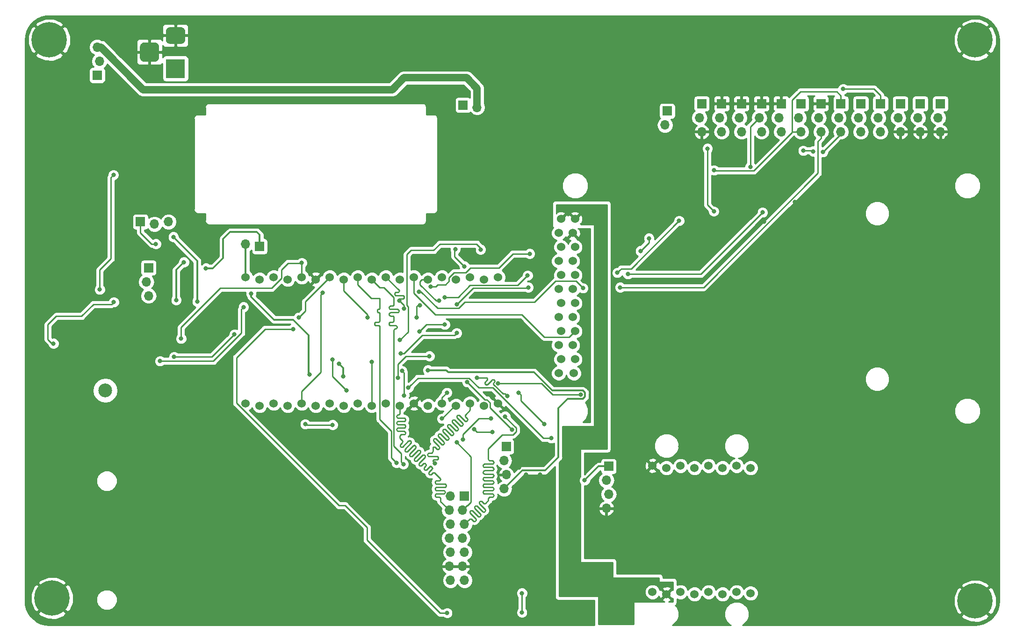
<source format=gbl>
G04 #@! TF.GenerationSoftware,KiCad,Pcbnew,5.0.0-rc2-dev-unknown-e0e0687~62~ubuntu16.04.1*
G04 #@! TF.CreationDate,2018-05-04T13:50:56+03:00*
G04 #@! TF.ProjectId,prototype,70726F746F747970652E6B696361645F,1*
G04 #@! TF.SameCoordinates,Original*
G04 #@! TF.FileFunction,Copper,L2,Bot,Signal*
G04 #@! TF.FilePolarity,Positive*
%FSLAX46Y46*%
G04 Gerber Fmt 4.6, Leading zero omitted, Abs format (unit mm)*
G04 Created by KiCad (PCBNEW 5.0.0-rc2-dev-unknown-e0e0687~62~ubuntu16.04.1) date Fri May  4 13:50:56 2018*
%MOMM*%
%LPD*%
G01*
G04 APERTURE LIST*
%ADD10C,1.524000*%
%ADD11R,3.500000X3.500000*%
%ADD12C,0.100000*%
%ADD13C,3.000000*%
%ADD14C,3.500000*%
%ADD15R,1.700000X1.700000*%
%ADD16O,1.700000X1.700000*%
%ADD17C,6.400000*%
%ADD18C,0.800000*%
%ADD19C,2.500000*%
%ADD20C,0.250000*%
%ADD21C,0.301498*%
%ADD22C,1.346200*%
%ADD23C,0.254000*%
G04 APERTURE END LIST*
D10*
X116840000Y-98856800D03*
X119380000Y-99263200D03*
X121920000Y-98856800D03*
X124460000Y-99263200D03*
X127000000Y-98856800D03*
X129540000Y-99263200D03*
X132080000Y-98856800D03*
X134620000Y-99263200D03*
X137160000Y-98856800D03*
X139700000Y-99263200D03*
X142240000Y-98856800D03*
X144780000Y-99263200D03*
X147320000Y-98856800D03*
X149860000Y-99263200D03*
X152400000Y-98856800D03*
X154940000Y-99263200D03*
X157480000Y-98856800D03*
X160020000Y-99263200D03*
X162560000Y-98856800D03*
X162560000Y-75996800D03*
X160020000Y-76403200D03*
X157480000Y-75996800D03*
X154940000Y-76403200D03*
X152400000Y-75996800D03*
X149860000Y-76403200D03*
X147320000Y-75996800D03*
X144780000Y-76403200D03*
X142240000Y-75996800D03*
X139700000Y-76403200D03*
X137160000Y-75996800D03*
X134620000Y-76403200D03*
X132080000Y-75996800D03*
X129540000Y-76403200D03*
X127000000Y-75996800D03*
X124460000Y-76403200D03*
X121920000Y-75996800D03*
X119380000Y-76403200D03*
X116840000Y-75996800D03*
D11*
X104140000Y-38227000D03*
D12*
G36*
X105213513Y-30730611D02*
X105286318Y-30741411D01*
X105357714Y-30759295D01*
X105427013Y-30784090D01*
X105493548Y-30815559D01*
X105556678Y-30853398D01*
X105615795Y-30897242D01*
X105670330Y-30946670D01*
X105719758Y-31001205D01*
X105763602Y-31060322D01*
X105801441Y-31123452D01*
X105832910Y-31189987D01*
X105857705Y-31259286D01*
X105875589Y-31330682D01*
X105886389Y-31403487D01*
X105890000Y-31477000D01*
X105890000Y-32977000D01*
X105886389Y-33050513D01*
X105875589Y-33123318D01*
X105857705Y-33194714D01*
X105832910Y-33264013D01*
X105801441Y-33330548D01*
X105763602Y-33393678D01*
X105719758Y-33452795D01*
X105670330Y-33507330D01*
X105615795Y-33556758D01*
X105556678Y-33600602D01*
X105493548Y-33638441D01*
X105427013Y-33669910D01*
X105357714Y-33694705D01*
X105286318Y-33712589D01*
X105213513Y-33723389D01*
X105140000Y-33727000D01*
X103140000Y-33727000D01*
X103066487Y-33723389D01*
X102993682Y-33712589D01*
X102922286Y-33694705D01*
X102852987Y-33669910D01*
X102786452Y-33638441D01*
X102723322Y-33600602D01*
X102664205Y-33556758D01*
X102609670Y-33507330D01*
X102560242Y-33452795D01*
X102516398Y-33393678D01*
X102478559Y-33330548D01*
X102447090Y-33264013D01*
X102422295Y-33194714D01*
X102404411Y-33123318D01*
X102393611Y-33050513D01*
X102390000Y-32977000D01*
X102390000Y-31477000D01*
X102393611Y-31403487D01*
X102404411Y-31330682D01*
X102422295Y-31259286D01*
X102447090Y-31189987D01*
X102478559Y-31123452D01*
X102516398Y-31060322D01*
X102560242Y-31001205D01*
X102609670Y-30946670D01*
X102664205Y-30897242D01*
X102723322Y-30853398D01*
X102786452Y-30815559D01*
X102852987Y-30784090D01*
X102922286Y-30759295D01*
X102993682Y-30741411D01*
X103066487Y-30730611D01*
X103140000Y-30727000D01*
X105140000Y-30727000D01*
X105213513Y-30730611D01*
X105213513Y-30730611D01*
G37*
D13*
X104140000Y-32227000D03*
D12*
G36*
X100400765Y-33481213D02*
X100485704Y-33493813D01*
X100568999Y-33514677D01*
X100649848Y-33543605D01*
X100727472Y-33580319D01*
X100801124Y-33624464D01*
X100870094Y-33675616D01*
X100933718Y-33733282D01*
X100991384Y-33796906D01*
X101042536Y-33865876D01*
X101086681Y-33939528D01*
X101123395Y-34017152D01*
X101152323Y-34098001D01*
X101173187Y-34181296D01*
X101185787Y-34266235D01*
X101190000Y-34352000D01*
X101190000Y-36102000D01*
X101185787Y-36187765D01*
X101173187Y-36272704D01*
X101152323Y-36355999D01*
X101123395Y-36436848D01*
X101086681Y-36514472D01*
X101042536Y-36588124D01*
X100991384Y-36657094D01*
X100933718Y-36720718D01*
X100870094Y-36778384D01*
X100801124Y-36829536D01*
X100727472Y-36873681D01*
X100649848Y-36910395D01*
X100568999Y-36939323D01*
X100485704Y-36960187D01*
X100400765Y-36972787D01*
X100315000Y-36977000D01*
X98565000Y-36977000D01*
X98479235Y-36972787D01*
X98394296Y-36960187D01*
X98311001Y-36939323D01*
X98230152Y-36910395D01*
X98152528Y-36873681D01*
X98078876Y-36829536D01*
X98009906Y-36778384D01*
X97946282Y-36720718D01*
X97888616Y-36657094D01*
X97837464Y-36588124D01*
X97793319Y-36514472D01*
X97756605Y-36436848D01*
X97727677Y-36355999D01*
X97706813Y-36272704D01*
X97694213Y-36187765D01*
X97690000Y-36102000D01*
X97690000Y-34352000D01*
X97694213Y-34266235D01*
X97706813Y-34181296D01*
X97727677Y-34098001D01*
X97756605Y-34017152D01*
X97793319Y-33939528D01*
X97837464Y-33865876D01*
X97888616Y-33796906D01*
X97946282Y-33733282D01*
X98009906Y-33675616D01*
X98078876Y-33624464D01*
X98152528Y-33580319D01*
X98230152Y-33543605D01*
X98311001Y-33514677D01*
X98394296Y-33493813D01*
X98479235Y-33481213D01*
X98565000Y-33477000D01*
X100315000Y-33477000D01*
X100400765Y-33481213D01*
X100400765Y-33481213D01*
G37*
D14*
X99440000Y-35227000D03*
D15*
X193179700Y-45910500D03*
D16*
X192773300Y-48450500D03*
X158750000Y-45237400D03*
D15*
X156210000Y-44831000D03*
D16*
X242646200Y-49657000D03*
X242239800Y-47117000D03*
D15*
X242646200Y-44577000D03*
D16*
X182168800Y-117856000D03*
X182575200Y-115316000D03*
X182168800Y-112776000D03*
D15*
X182575200Y-110236000D03*
D10*
X173939200Y-65466000D03*
X176479200Y-65466000D03*
X173532800Y-68006000D03*
X176072800Y-68006000D03*
X173939200Y-70546000D03*
X176479200Y-70546000D03*
X173532800Y-73086000D03*
X176072800Y-73086000D03*
X173939200Y-75626000D03*
X176479200Y-75626000D03*
X173532800Y-78166000D03*
X176072800Y-78166000D03*
X173939200Y-80706000D03*
X176479200Y-80706000D03*
X173532800Y-83246000D03*
X176072800Y-83246000D03*
X173939200Y-85786000D03*
X176479200Y-85786000D03*
X173532800Y-88326000D03*
X176072800Y-88326000D03*
X173939200Y-90866000D03*
X176479200Y-90866000D03*
X173532800Y-93406000D03*
X176276000Y-93406000D03*
D15*
X156477200Y-115646000D03*
D16*
X153937200Y-115646000D03*
X156070800Y-118186000D03*
X153713680Y-118186000D03*
X156477200Y-120726000D03*
X153937200Y-120726000D03*
X156070800Y-123266000D03*
X153713680Y-123266000D03*
X156477200Y-125806000D03*
X153937200Y-125806000D03*
X156070800Y-128346000D03*
X153713680Y-128346000D03*
X156477200Y-130886000D03*
X153937200Y-130886000D03*
D17*
X81788000Y-134112000D03*
D18*
X84188000Y-134112000D03*
X83485056Y-135809056D03*
X81788000Y-136512000D03*
X80090944Y-135809056D03*
X79388000Y-134112000D03*
X80090944Y-132414944D03*
X81788000Y-131712000D03*
X83485056Y-132414944D03*
X250617056Y-31322944D03*
X248920000Y-30620000D03*
X247222944Y-31322944D03*
X246520000Y-33020000D03*
X247222944Y-34717056D03*
X248920000Y-35420000D03*
X250617056Y-34717056D03*
X251320000Y-33020000D03*
D17*
X248920000Y-33020000D03*
X81280000Y-33020000D03*
D18*
X83680000Y-33020000D03*
X82977056Y-34717056D03*
X81280000Y-35420000D03*
X79582944Y-34717056D03*
X78880000Y-33020000D03*
X79582944Y-31322944D03*
X81280000Y-30620000D03*
X82977056Y-31322944D03*
X250617056Y-132922944D03*
X248920000Y-132220000D03*
X247222944Y-132922944D03*
X246520000Y-134620000D03*
X247222944Y-136317056D03*
X248920000Y-137020000D03*
X250617056Y-136317056D03*
X251320000Y-134620000D03*
D17*
X248920000Y-134620000D03*
D10*
X208280000Y-110540800D03*
X205740000Y-110134400D03*
X203200000Y-110540800D03*
X200660000Y-110134400D03*
X198120000Y-110540800D03*
X195580000Y-110134400D03*
X193040000Y-110540800D03*
X190500000Y-110134400D03*
X208280000Y-133217920D03*
X205740000Y-132994400D03*
X203200000Y-133400800D03*
X200660000Y-132994400D03*
X198120000Y-133400800D03*
X195580000Y-132994400D03*
X193040000Y-133400800D03*
X190500000Y-132994400D03*
D15*
X119380000Y-70434200D03*
D16*
X116840000Y-70027800D03*
X206641700Y-49657000D03*
X206235300Y-47117000D03*
D15*
X206641700Y-44577000D03*
X235394500Y-44577000D03*
D16*
X234988100Y-47117000D03*
X235394500Y-49657000D03*
X199428100Y-49657000D03*
X199021700Y-47117000D03*
D15*
X199428100Y-44577000D03*
X203034900Y-44577000D03*
D16*
X202628500Y-47117000D03*
X203034900Y-49657000D03*
X221018100Y-49657000D03*
X220611700Y-47117000D03*
D15*
X221018100Y-44577000D03*
X231787700Y-44577000D03*
D16*
X231381300Y-47117000D03*
X231787700Y-49657000D03*
X99263200Y-79375000D03*
X98856800Y-76835000D03*
D15*
X99263200Y-74295000D03*
X210248500Y-44577000D03*
D16*
X209842100Y-47117000D03*
X210248500Y-49657000D03*
X224624900Y-49657000D03*
X224218500Y-47117000D03*
D15*
X224624900Y-44577000D03*
X89966800Y-39433500D03*
D16*
X90373200Y-36893500D03*
X89966800Y-34353500D03*
X213804500Y-49657000D03*
X213398100Y-47117000D03*
D15*
X213804500Y-44577000D03*
X217411300Y-44577000D03*
D16*
X217004900Y-47117000D03*
X217411300Y-49657000D03*
X239001300Y-49657000D03*
X238594900Y-47117000D03*
D15*
X239001300Y-44577000D03*
X228231700Y-44577000D03*
D16*
X227825300Y-47117000D03*
X228231700Y-49657000D03*
X102870000Y-65963800D03*
X100330000Y-66370200D03*
D15*
X97790000Y-65963800D03*
X164033200Y-106680000D03*
D16*
X163626800Y-109220000D03*
X164033200Y-111760000D03*
X163626800Y-114300000D03*
D19*
X91440000Y-96520000D03*
D18*
X163830000Y-101219000D03*
X149860000Y-114300000D03*
X147320000Y-111760000D03*
X148590000Y-113030000D03*
X149860000Y-121920000D03*
X151130000Y-123190000D03*
X148590000Y-120650000D03*
X142240000Y-113030000D03*
X138430000Y-109220000D03*
X140970000Y-110490000D03*
X146050000Y-121920000D03*
X143510000Y-120650000D03*
X143510000Y-123190000D03*
X148971000Y-124079000D03*
X147066000Y-127889000D03*
X150749000Y-127635000D03*
X145796000Y-125349000D03*
X136271000Y-111506000D03*
X140081000Y-116840000D03*
X138430000Y-114300000D03*
X128270000Y-107950000D03*
X127000000Y-107950000D03*
X127000000Y-106680000D03*
X134620000Y-109728000D03*
X157988000Y-123952000D03*
X136144000Y-106680000D03*
X133604000Y-105156000D03*
X131064000Y-104648000D03*
X134620000Y-106680000D03*
X186690000Y-121920000D03*
X186690000Y-124460000D03*
X186690000Y-127000000D03*
X191770000Y-127000000D03*
X195580000Y-130810000D03*
X193040000Y-129540000D03*
X184150000Y-113030000D03*
X184150000Y-116840000D03*
X180340000Y-120650000D03*
X184150000Y-120650000D03*
X184150000Y-127000000D03*
X189230000Y-127000000D03*
X189230000Y-124460000D03*
X184150000Y-124460000D03*
X154940000Y-57150000D03*
X178242000Y-112776000D03*
X125417153Y-85402847D03*
X126492000Y-83275000D03*
X145542000Y-81661000D03*
X158750000Y-94234000D03*
X164211000Y-97536000D03*
X144653000Y-80227000D03*
X146050000Y-41910000D03*
X154940000Y-41910000D03*
X111760000Y-39370000D03*
X116840000Y-39370000D03*
X121920000Y-39370000D03*
X127000000Y-39370000D03*
X132080000Y-39370000D03*
X137160000Y-39370000D03*
X148590000Y-105410000D03*
X148590000Y-101600000D03*
X149860000Y-104140000D03*
X147320000Y-104140000D03*
X166370000Y-110490000D03*
X170180000Y-109220000D03*
X166370000Y-107950000D03*
X167640000Y-109220000D03*
X216285660Y-62361660D03*
X210688340Y-65908340D03*
X147701000Y-136779000D03*
X135890000Y-71120000D03*
X133350000Y-71120000D03*
X137160000Y-72390000D03*
X135890000Y-72390000D03*
X134620000Y-72390000D03*
X133350000Y-72390000D03*
X132080000Y-72390000D03*
X130810000Y-72390000D03*
X129540000Y-72390000D03*
X137160000Y-71120000D03*
X134620000Y-71120000D03*
X132080000Y-71120000D03*
X132588000Y-90932000D03*
X135128000Y-96520000D03*
X132588000Y-102743000D03*
X144780000Y-87376000D03*
X159387500Y-70993000D03*
X148382356Y-81061625D03*
X149860000Y-92837000D03*
X133726347Y-91698653D03*
X134493000Y-93980000D03*
X128397000Y-93599000D03*
X117851347Y-78989347D03*
X186055000Y-75437998D03*
X150368000Y-77724000D03*
X154815500Y-70929500D03*
X156464000Y-74041000D03*
X127000000Y-73406000D03*
X170180000Y-114300000D03*
X167640000Y-114300000D03*
X167640000Y-119380000D03*
X170180000Y-119380000D03*
X170180000Y-116840000D03*
X170180000Y-111760000D03*
X170180000Y-121920000D03*
X167640000Y-116840000D03*
X167640000Y-111760000D03*
X155956000Y-97536000D03*
X106553000Y-86106000D03*
X95250000Y-82550000D03*
X108204000Y-67056000D03*
X106680000Y-67056000D03*
X106680000Y-64516000D03*
X152400000Y-65532000D03*
X152908000Y-71120000D03*
X150876000Y-67056000D03*
X152400000Y-67056000D03*
X83820000Y-68580000D03*
X88900000Y-68580000D03*
X93980000Y-68580000D03*
X88900000Y-73660000D03*
X83820000Y-73660000D03*
X78740000Y-68580000D03*
X88900000Y-63500000D03*
X83820000Y-63500000D03*
X170180000Y-68580000D03*
X193040000Y-53340000D03*
X185420000Y-58420000D03*
X180340000Y-58420000D03*
X154940000Y-60960000D03*
X185420000Y-50800000D03*
X177800000Y-48260000D03*
X162560000Y-48260000D03*
X154940000Y-48260000D03*
X162560000Y-53340000D03*
X154940000Y-53340000D03*
X195580000Y-30480000D03*
X200660000Y-30480000D03*
X205740000Y-30480000D03*
X210820000Y-30480000D03*
X215900000Y-30480000D03*
X223520000Y-30480000D03*
X231140000Y-30480000D03*
X236220000Y-30480000D03*
X241300000Y-30480000D03*
X241300000Y-35560000D03*
X236220000Y-35560000D03*
X231140000Y-35560000D03*
X223520000Y-35560000D03*
X215900000Y-35560000D03*
X190500000Y-30480000D03*
X182880000Y-30480000D03*
X182880000Y-35560000D03*
X182880000Y-40640000D03*
X177800000Y-35560000D03*
X177800000Y-40640000D03*
X177800000Y-30480000D03*
X172720000Y-30480000D03*
X172720000Y-35560000D03*
X172720000Y-40640000D03*
X167640000Y-40640000D03*
X167640000Y-35560000D03*
X167640000Y-30480000D03*
X162560000Y-30480000D03*
X162560000Y-35560000D03*
X162560000Y-40640000D03*
X157480000Y-35560000D03*
X157480000Y-30480000D03*
X152400000Y-30480000D03*
X152400000Y-35560000D03*
X147320000Y-35560000D03*
X147320000Y-30480000D03*
X142240000Y-30480000D03*
X142240000Y-35560000D03*
X137160000Y-35560000D03*
X137160000Y-30480000D03*
X132080000Y-30480000D03*
X132080000Y-35560000D03*
X127000000Y-35560000D03*
X127000000Y-30480000D03*
X121920000Y-30480000D03*
X121920000Y-35560000D03*
X116840000Y-35560000D03*
X116840000Y-30480000D03*
X111760000Y-30480000D03*
X111760000Y-35560000D03*
X93980000Y-40640000D03*
X81280000Y-40640000D03*
X81280000Y-48260000D03*
X81280000Y-55880000D03*
X89916000Y-55372000D03*
X88900000Y-50800000D03*
X93980000Y-50800000D03*
X99060000Y-50800000D03*
X99060000Y-55880000D03*
X104140000Y-55880000D03*
X104140000Y-60960000D03*
X99060000Y-60960000D03*
X104140000Y-104140000D03*
X99060000Y-104140000D03*
X88900000Y-99060000D03*
X93980000Y-99060000D03*
X99060000Y-99060000D03*
X104140000Y-99060000D03*
X104140000Y-93980000D03*
X99060000Y-93980000D03*
X93980000Y-93980000D03*
X88900000Y-93980000D03*
X83820000Y-93980000D03*
X83820000Y-99060000D03*
X78740000Y-78740000D03*
X78740000Y-83820000D03*
X78740000Y-88900000D03*
X78740000Y-93980000D03*
X78740000Y-99060000D03*
X78740000Y-104140000D03*
X78740000Y-109220000D03*
X109220000Y-114300000D03*
X104140000Y-114300000D03*
X99060000Y-114300000D03*
X93980000Y-114300000D03*
X88900000Y-114300000D03*
X83820000Y-114300000D03*
X78740000Y-114300000D03*
X144780000Y-134620000D03*
X139700000Y-134620000D03*
X134620000Y-134620000D03*
X129540000Y-134620000D03*
X124460000Y-134620000D03*
X119380000Y-134620000D03*
X114300000Y-134620000D03*
X109220000Y-134620000D03*
X104140000Y-134620000D03*
X99060000Y-134620000D03*
X93980000Y-134620000D03*
X129540000Y-129540000D03*
X124460000Y-129540000D03*
X119380000Y-129540000D03*
X114300000Y-129540000D03*
X109220000Y-129540000D03*
X104140000Y-129540000D03*
X99060000Y-129540000D03*
X93980000Y-129540000D03*
X88900000Y-129540000D03*
X78740000Y-129540000D03*
X83820000Y-129540000D03*
X129540000Y-124460000D03*
X124460000Y-124460000D03*
X119380000Y-124460000D03*
X114300000Y-124460000D03*
X109220000Y-124460000D03*
X104140000Y-124460000D03*
X99060000Y-124460000D03*
X93980000Y-124460000D03*
X88900000Y-124460000D03*
X83820000Y-124460000D03*
X78740000Y-124460000D03*
X129540000Y-119380000D03*
X124460000Y-119380000D03*
X119380000Y-119380000D03*
X114300000Y-119380000D03*
X109220000Y-119380000D03*
X104140000Y-119380000D03*
X99060000Y-119380000D03*
X93980000Y-119380000D03*
X88900000Y-119380000D03*
X83820000Y-119380000D03*
X78740000Y-119380000D03*
X157988000Y-136779000D03*
X155067000Y-105918000D03*
X109220000Y-83820000D03*
X105410000Y-81280000D03*
X100330000Y-81280000D03*
X97790000Y-81280000D03*
X95250000Y-81280000D03*
X100330000Y-82550000D03*
X97790000Y-82550000D03*
X246380000Y-121920000D03*
X238760000Y-119380000D03*
X226060000Y-119380000D03*
X213360000Y-119380000D03*
X215900000Y-116840000D03*
X215900000Y-114300000D03*
X215900000Y-111760000D03*
X218440000Y-111760000D03*
X213360000Y-111760000D03*
X218440000Y-114300000D03*
X220980000Y-116840000D03*
X220980000Y-111760000D03*
X223520000Y-111760000D03*
X228600000Y-111760000D03*
X231140000Y-111760000D03*
X236220000Y-111760000D03*
X241300000Y-111760000D03*
X248920000Y-114300000D03*
X243840000Y-114300000D03*
X241300000Y-114300000D03*
X236220000Y-114300000D03*
X220980000Y-114300000D03*
X231140000Y-114300000D03*
X246380000Y-111760000D03*
X231140000Y-109220000D03*
X220980000Y-109220000D03*
X241300000Y-132080000D03*
X236220000Y-132080000D03*
X210820000Y-132080000D03*
X218440000Y-132080000D03*
X223520000Y-132080000D03*
X231140000Y-132080000D03*
X248920000Y-124460000D03*
X241300000Y-124460000D03*
X236220000Y-124460000D03*
X228600000Y-124460000D03*
X231140000Y-124460000D03*
X223520000Y-124460000D03*
X218440000Y-124460000D03*
X210820000Y-124460000D03*
X203200000Y-124460000D03*
X248920000Y-116840000D03*
X243840000Y-116840000D03*
X241300000Y-116840000D03*
X236220000Y-116840000D03*
X231140000Y-116840000D03*
X228600000Y-116840000D03*
X223520000Y-116840000D03*
X218440000Y-116840000D03*
X213360000Y-116840000D03*
X208280000Y-116840000D03*
X203200000Y-116840000D03*
X195580000Y-116840000D03*
X198120000Y-116840000D03*
X203200000Y-119380000D03*
X210820000Y-119380000D03*
X213360000Y-114300000D03*
X213360000Y-109220000D03*
X200660000Y-106680000D03*
X195580000Y-106680000D03*
X195580000Y-104140000D03*
X200660000Y-104140000D03*
X203200000Y-106680000D03*
X198120000Y-106680000D03*
X184150000Y-99060000D03*
X190500000Y-99060000D03*
X190500000Y-104140000D03*
X185420000Y-101600000D03*
X187960000Y-100330000D03*
X228600000Y-93980000D03*
X226060000Y-93980000D03*
X223520000Y-93980000D03*
X220980000Y-93980000D03*
X218440000Y-93980000D03*
X215900000Y-93980000D03*
X213360000Y-93980000D03*
X210820000Y-93980000D03*
X208280000Y-93980000D03*
X205740000Y-93980000D03*
X203200000Y-93980000D03*
X200660000Y-93980000D03*
X198120000Y-93980000D03*
X195580000Y-93980000D03*
X193040000Y-93980000D03*
X190500000Y-93980000D03*
X187960000Y-93980000D03*
X185420000Y-93980000D03*
X193040000Y-38100000D03*
X195580000Y-38100000D03*
X190500000Y-38100000D03*
X190500000Y-35560000D03*
X195580000Y-35560000D03*
X193040000Y-35560000D03*
X190500000Y-33020000D03*
X193040000Y-33020000D03*
X195580000Y-33020000D03*
X198120000Y-33020000D03*
X203200000Y-33020000D03*
X203200000Y-35560000D03*
X198120000Y-35560000D03*
X200660000Y-35560000D03*
X205740000Y-35560000D03*
X200660000Y-38100000D03*
X198120000Y-38100000D03*
X203200000Y-38100000D03*
X205740000Y-38100000D03*
X208280000Y-38100000D03*
X210820000Y-38100000D03*
X210820000Y-35560000D03*
X215900000Y-38100000D03*
X213360000Y-38100000D03*
X218440000Y-38100000D03*
X223520000Y-38100000D03*
X220980000Y-38100000D03*
X226060000Y-38100000D03*
X238760000Y-38100000D03*
X231140000Y-38100000D03*
X246380000Y-38100000D03*
X251460000Y-38100000D03*
X248920000Y-38100000D03*
X243840000Y-38100000D03*
X241300000Y-38100000D03*
X236220000Y-38100000D03*
X233680000Y-38100000D03*
X228600000Y-38100000D03*
X231140000Y-40640000D03*
X228600000Y-40640000D03*
X233680000Y-40640000D03*
X236220000Y-40640000D03*
X238760000Y-40640000D03*
X241300000Y-40640000D03*
X243840000Y-40640000D03*
X246380000Y-40640000D03*
X248920000Y-40640000D03*
X251460000Y-40640000D03*
X251460000Y-43180000D03*
X248920000Y-43180000D03*
X246380000Y-43180000D03*
X246380000Y-45720000D03*
X248920000Y-45720000D03*
X251460000Y-45720000D03*
X251460000Y-48260000D03*
X248920000Y-48260000D03*
X248920000Y-50800000D03*
X246380000Y-48260000D03*
X243840000Y-50800000D03*
X246380000Y-50800000D03*
X251460000Y-50800000D03*
X251460000Y-53340000D03*
X248920000Y-53340000D03*
X246380000Y-53340000D03*
X243840000Y-53340000D03*
X241300000Y-53340000D03*
X246380000Y-55880000D03*
X243840000Y-58420000D03*
X241300000Y-58420000D03*
X241300000Y-55880000D03*
X243840000Y-55880000D03*
X248920000Y-55880000D03*
X251460000Y-55880000D03*
X251460000Y-58420000D03*
X251460000Y-60960000D03*
X243840000Y-60960000D03*
X241300000Y-60960000D03*
X246380000Y-63500000D03*
X251460000Y-63500000D03*
X248920000Y-63500000D03*
X243840000Y-63500000D03*
X241300000Y-63500000D03*
X241300000Y-66040000D03*
X243840000Y-66040000D03*
X246380000Y-66040000D03*
X251460000Y-66040000D03*
X248920000Y-68580000D03*
X251460000Y-68580000D03*
X248920000Y-66040000D03*
X246380000Y-68580000D03*
X243840000Y-68580000D03*
X241300000Y-68580000D03*
X246380000Y-71120000D03*
X241300000Y-71120000D03*
X243840000Y-71120000D03*
X248920000Y-71120000D03*
X251460000Y-71120000D03*
X251460000Y-73660000D03*
X248920000Y-73660000D03*
X246380000Y-73660000D03*
X243840000Y-73660000D03*
X241300000Y-73660000D03*
X243840000Y-76200000D03*
X246380000Y-76200000D03*
X248920000Y-76200000D03*
X251460000Y-76200000D03*
X251460000Y-78740000D03*
X248920000Y-78740000D03*
X246380000Y-78740000D03*
X241300000Y-78740000D03*
X241300000Y-76200000D03*
X243840000Y-78740000D03*
X246380000Y-81280000D03*
X241300000Y-81280000D03*
X243840000Y-81280000D03*
X248920000Y-81280000D03*
X251460000Y-81280000D03*
X251460000Y-83820000D03*
X248920000Y-83820000D03*
X246380000Y-83820000D03*
X241300000Y-83820000D03*
X243840000Y-83820000D03*
X246380000Y-86360000D03*
X238760000Y-86360000D03*
X241300000Y-86360000D03*
X243840000Y-86360000D03*
X248920000Y-86360000D03*
X251460000Y-86360000D03*
X251460000Y-88900000D03*
X248920000Y-88900000D03*
X246380000Y-88900000D03*
X243840000Y-88900000D03*
X241300000Y-88900000D03*
X238760000Y-88900000D03*
X251460000Y-91440000D03*
X248920000Y-91440000D03*
X246380000Y-91440000D03*
X241300000Y-91440000D03*
X243840000Y-91440000D03*
X238760000Y-91440000D03*
X236220000Y-91440000D03*
X251460000Y-93980000D03*
X246380000Y-93980000D03*
X248920000Y-93980000D03*
X243840000Y-93980000D03*
X241300000Y-93980000D03*
X238760000Y-93980000D03*
X236220000Y-93980000D03*
X233680000Y-93980000D03*
X251460000Y-106680000D03*
X246380000Y-106680000D03*
X243840000Y-106680000D03*
X241300000Y-106680000D03*
X251460000Y-104140000D03*
X246380000Y-104140000D03*
X248920000Y-104140000D03*
X243840000Y-104140000D03*
X241300000Y-104140000D03*
X238760000Y-104140000D03*
X251460000Y-101600000D03*
X243840000Y-101600000D03*
X241300000Y-101600000D03*
X238760000Y-101600000D03*
X236220000Y-101600000D03*
X233680000Y-101600000D03*
X231140000Y-101600000D03*
X228600000Y-101600000D03*
X226060000Y-101600000D03*
X223520000Y-101600000D03*
X220980000Y-101600000D03*
X218440000Y-101600000D03*
X215900000Y-101600000D03*
X213360000Y-99060000D03*
X213360000Y-101600000D03*
X210820000Y-101600000D03*
X208280000Y-101600000D03*
X203200000Y-101600000D03*
X205740000Y-101600000D03*
X200660000Y-101600000D03*
X198120000Y-101600000D03*
X251460000Y-99060000D03*
X243840000Y-99060000D03*
X241300000Y-99060000D03*
X238760000Y-99060000D03*
X236220000Y-99060000D03*
X233680000Y-99060000D03*
X231140000Y-99060000D03*
X228600000Y-99060000D03*
X226060000Y-99060000D03*
X223520000Y-99060000D03*
X220980000Y-99060000D03*
X218440000Y-99060000D03*
X215900000Y-99060000D03*
X210820000Y-99060000D03*
X208280000Y-99060000D03*
X205740000Y-99060000D03*
X203200000Y-99060000D03*
X200660000Y-99060000D03*
X198120000Y-99060000D03*
X195580000Y-99060000D03*
X251460000Y-96520000D03*
X246380000Y-96520000D03*
X248920000Y-96520000D03*
X243840000Y-96520000D03*
X241300000Y-96520000D03*
X238760000Y-96520000D03*
X236220000Y-96520000D03*
X233680000Y-96520000D03*
X228600000Y-96520000D03*
X226060000Y-96520000D03*
X223520000Y-96520000D03*
X220980000Y-96520000D03*
X218440000Y-96520000D03*
X215900000Y-96520000D03*
X213360000Y-96520000D03*
X210820000Y-96520000D03*
X208280000Y-96520000D03*
X205740000Y-96520000D03*
X203200000Y-96520000D03*
X200660000Y-96520000D03*
X198120000Y-96520000D03*
X195580000Y-96520000D03*
X178816000Y-85852000D03*
X194564000Y-85852000D03*
X221488000Y-65532000D03*
X219456000Y-55880000D03*
X221488000Y-59944000D03*
X219456000Y-63500000D03*
X214884000Y-77724000D03*
X212344000Y-81280000D03*
X216408000Y-76200000D03*
X220980000Y-72136000D03*
X219964000Y-68580000D03*
X224028000Y-52832000D03*
X225044000Y-57912000D03*
X223520000Y-62992000D03*
X225044000Y-70612000D03*
X216408000Y-82804000D03*
X219964000Y-79248000D03*
X224028000Y-73660000D03*
X224028000Y-68580000D03*
X230124000Y-72644000D03*
X233680000Y-75692000D03*
X223012000Y-80772000D03*
X219456000Y-84836000D03*
X198628000Y-54864000D03*
X196596000Y-52832000D03*
X194056000Y-56388000D03*
X196088000Y-58420000D03*
X192532000Y-61468000D03*
X190500000Y-59944000D03*
X186436000Y-64008000D03*
X187960000Y-65532000D03*
X184912000Y-66548000D03*
X189484000Y-62992000D03*
X193040000Y-58420000D03*
X196596000Y-55880000D03*
X203200000Y-55372000D03*
X205232000Y-53340000D03*
X212344000Y-56388000D03*
X215392000Y-56896000D03*
X213868000Y-54356000D03*
X209296000Y-57912000D03*
X210820000Y-60452000D03*
X204724000Y-64516000D03*
X216408000Y-71120000D03*
X231140000Y-53340000D03*
X233680000Y-55880000D03*
X231140000Y-58420000D03*
X231140000Y-68580000D03*
X233680000Y-71120000D03*
X231140000Y-76200000D03*
X226060000Y-78740000D03*
X223520000Y-83820000D03*
X205740000Y-60960000D03*
X203200000Y-68580000D03*
X195580000Y-73660000D03*
X215900000Y-66040000D03*
X210820000Y-71120000D03*
X205740000Y-78740000D03*
X205740000Y-73660000D03*
X210820000Y-76200000D03*
X200660000Y-78740000D03*
X108077000Y-80391000D03*
X103759000Y-68707000D03*
X151892000Y-80264000D03*
X147828000Y-83312000D03*
X156972000Y-94996000D03*
X165100000Y-103632000D03*
X153284347Y-96905653D03*
X152400000Y-101600000D03*
X156210000Y-105410000D03*
X161290000Y-101600000D03*
X105664000Y-73279000D03*
X109659847Y-74363153D03*
X104267000Y-80137000D03*
X180975000Y-128778000D03*
X180975000Y-129921000D03*
X180975000Y-131191000D03*
X127632500Y-102616000D03*
X151130000Y-109728000D03*
X145415000Y-109855000D03*
X144145000Y-109601000D03*
X82042000Y-88011000D03*
X92964000Y-80518000D03*
X114803347Y-86355347D03*
X103886000Y-90424000D03*
X101346000Y-91186000D03*
X116459000Y-81407000D03*
X139700000Y-91313000D03*
X144907000Y-89789000D03*
X155067000Y-86106000D03*
X155067000Y-80899000D03*
X168021000Y-77851000D03*
X184150000Y-75184000D03*
X195326000Y-65786000D03*
X144417999Y-94234000D03*
X167894000Y-75692000D03*
X152908000Y-79629000D03*
X150114000Y-90297000D03*
X148336000Y-85852000D03*
X152908000Y-84582000D03*
X210439000Y-64262000D03*
X221361000Y-53340000D03*
X219583000Y-53213000D03*
X217805000Y-53086000D03*
X168275000Y-71755000D03*
X188341000Y-71247000D03*
X189865000Y-68961000D03*
X201676000Y-56642000D03*
X100584000Y-69977000D03*
X208216500Y-56007000D03*
X145161000Y-92964000D03*
X145542000Y-97409000D03*
X158242000Y-103505000D03*
X161544000Y-104013000D03*
X130810000Y-78777000D03*
X148209000Y-78613000D03*
X177927000Y-77978000D03*
X184658000Y-77851000D03*
X225044000Y-41910000D03*
X200469500Y-52705000D03*
X201612500Y-64071500D03*
X183134000Y-131318000D03*
X186690000Y-132842000D03*
X184912000Y-132842000D03*
X183134000Y-132842000D03*
X180975000Y-132842000D03*
X181102000Y-138176000D03*
X182880000Y-138176000D03*
X184912000Y-138176000D03*
X186690000Y-138176000D03*
X186690000Y-136144000D03*
X184912000Y-136144000D03*
X183134000Y-136144000D03*
X181102000Y-134366000D03*
X183134000Y-134366000D03*
X184912000Y-134366000D03*
X186690000Y-134366000D03*
X146304000Y-96012000D03*
X172212000Y-105156000D03*
X166280000Y-96901000D03*
X170942000Y-102616000D03*
X138938000Y-83312000D03*
X153328001Y-136792500D03*
X105156000Y-87122000D03*
X92916500Y-57467500D03*
X90424000Y-78232000D03*
X162573891Y-95254572D03*
X177546000Y-97282000D03*
X166875500Y-136715500D03*
X166878000Y-133223000D03*
D20*
X160077127Y-116966337D02*
X160011632Y-116951388D01*
X160270326Y-116922240D02*
X160209800Y-116951388D01*
X161579376Y-109250909D02*
X161636257Y-109286650D01*
X160322847Y-116880356D02*
X160270326Y-116922240D01*
X160782000Y-116421200D02*
X160322847Y-116880356D01*
X161719501Y-113251365D02*
X161683760Y-113308246D01*
X160951834Y-115850909D02*
X160894953Y-115886650D01*
X161683760Y-115334153D02*
X161719501Y-115391034D01*
X161015243Y-115828721D02*
X160951834Y-115850909D01*
X158611855Y-117383244D02*
X158544677Y-117383243D01*
X161082000Y-115821200D02*
X161015243Y-115828721D01*
X161579376Y-115791490D02*
X161515967Y-115813678D01*
X161636257Y-115755749D02*
X161579376Y-115791490D01*
X161683760Y-115708246D02*
X161636257Y-115755749D01*
X158280151Y-117714946D02*
X158295100Y-117780441D01*
X161719501Y-115651365D02*
X161683760Y-115708246D01*
X161449211Y-115221200D02*
X161515967Y-115228721D01*
X160114789Y-115221200D02*
X161449211Y-115221200D01*
X158324248Y-117840967D02*
X158366134Y-117893488D01*
X160782000Y-116121200D02*
X160782000Y-116421200D01*
X157405522Y-119808314D02*
X157353000Y-119850200D01*
X160048033Y-115213678D02*
X160114789Y-115221200D01*
X159984624Y-115191490D02*
X160048033Y-115213678D01*
X159814789Y-114921200D02*
X159822311Y-114987956D01*
X161449211Y-110421200D02*
X161515967Y-110428721D01*
X161636257Y-114555749D02*
X161579376Y-114591490D01*
X159822311Y-114854443D02*
X159814789Y-114921200D01*
X159927743Y-114686650D02*
X159880240Y-114734153D01*
X159984624Y-114650909D02*
X159927743Y-114686650D01*
X160114789Y-114621200D02*
X160048033Y-114628721D01*
X157724741Y-119808314D02*
X157664215Y-119779167D01*
X161579376Y-114591490D02*
X161515967Y-114613678D01*
X161683760Y-114508246D02*
X161636257Y-114555749D01*
X161741689Y-114254443D02*
X161749211Y-114321200D01*
X161719501Y-114191034D02*
X161741689Y-114254443D01*
X158282642Y-120195839D02*
X158215464Y-120195839D01*
X161683760Y-114134153D02*
X161719501Y-114191034D01*
X161015243Y-109213678D02*
X161082000Y-109221200D01*
X160847450Y-115934153D02*
X160811709Y-115991034D01*
X161719501Y-115391034D02*
X161741689Y-115454443D01*
X161636257Y-114086650D02*
X161683760Y-114134153D01*
X159984624Y-113450909D02*
X159927743Y-113486650D01*
X161636257Y-110955749D02*
X161579376Y-110991490D01*
X161579376Y-115250909D02*
X161636257Y-115286650D01*
X161515967Y-114028721D02*
X161579376Y-114050909D01*
X160114789Y-114021200D02*
X161449211Y-114021200D01*
X159844499Y-113591034D02*
X159822311Y-113654443D01*
X160114789Y-110421200D02*
X161449211Y-110421200D01*
X160048033Y-114013678D02*
X160114789Y-114021200D01*
X159927743Y-113955749D02*
X159984624Y-113991490D01*
X159880240Y-113908246D02*
X159927743Y-113955749D01*
X161741689Y-111987956D02*
X161719501Y-112051365D01*
X159844499Y-113851365D02*
X159880240Y-113908246D01*
X159822311Y-113787956D02*
X159844499Y-113851365D01*
X158737875Y-117427340D02*
X158677350Y-117398192D01*
X159822311Y-113654443D02*
X159814789Y-113721200D01*
X161719501Y-110851365D02*
X161683760Y-110908246D01*
X159880240Y-113534153D02*
X159844499Y-113591034D01*
X161579376Y-111650909D02*
X161636257Y-111686650D01*
X159984624Y-113991490D02*
X160048033Y-114013678D01*
X160048033Y-113428721D02*
X159984624Y-113450909D01*
X161579376Y-114050909D02*
X161636257Y-114086650D01*
X160894953Y-115886650D02*
X160847450Y-115934153D01*
X161741689Y-114387956D02*
X161719501Y-114451365D01*
X160114789Y-113421200D02*
X160048033Y-113428721D01*
X159822311Y-110054443D02*
X159814789Y-110121200D01*
X161579376Y-113391490D02*
X161515967Y-113413678D01*
X161636257Y-113355749D02*
X161579376Y-113391490D01*
X160105717Y-118454688D02*
X160045191Y-118483836D01*
X161683760Y-113308246D02*
X161636257Y-113355749D01*
X160158239Y-118412803D02*
X160105717Y-118454688D01*
X161749211Y-113121200D02*
X161741689Y-113187956D01*
X161636257Y-112886650D02*
X161683760Y-112934153D01*
X157431624Y-118563473D02*
X157446573Y-118628968D01*
X161579376Y-112850909D02*
X161636257Y-112886650D01*
X160782000Y-108921200D02*
X160789521Y-108987956D01*
X161515967Y-112828721D02*
X161579376Y-112850909D01*
X160114789Y-112821200D02*
X161449211Y-112821200D01*
X160048033Y-112813678D02*
X160114789Y-112821200D01*
X159984624Y-112791490D02*
X160048033Y-112813678D01*
X158532217Y-119798641D02*
X158547166Y-119864135D01*
X159814789Y-112521200D02*
X159822311Y-112587956D01*
X159822311Y-112454443D02*
X159814789Y-112521200D01*
X159880240Y-112334153D02*
X159844499Y-112391034D01*
X159927743Y-112286650D02*
X159880240Y-112334153D01*
X159927743Y-112755749D02*
X159984624Y-112791490D01*
X161449211Y-111021200D02*
X160114789Y-111021200D01*
X161449211Y-112821200D02*
X161515967Y-112828721D01*
X159984624Y-112250909D02*
X159927743Y-112286650D01*
X161515967Y-115813678D02*
X161449211Y-115821200D01*
X159822311Y-110187956D02*
X159844499Y-110251365D01*
X161749211Y-114321200D02*
X161741689Y-114387956D01*
X161449211Y-113421200D02*
X160114789Y-113421200D01*
X159586402Y-116578813D02*
X159525877Y-116549665D01*
X159844499Y-110251365D02*
X159880240Y-110308246D01*
X161636257Y-115286650D02*
X161683760Y-115334153D01*
X161683760Y-112108246D02*
X161636257Y-112155749D01*
X159814789Y-110121200D02*
X159822311Y-110187956D01*
X161515967Y-111013678D02*
X161449211Y-111021200D01*
X159880240Y-112708246D02*
X159927743Y-112755749D01*
X161515967Y-109813678D02*
X161449211Y-109821200D01*
X160114789Y-111021200D02*
X160048033Y-111028721D01*
X161515967Y-115228721D02*
X161579376Y-115250909D01*
X160811709Y-109051365D02*
X160847450Y-109108246D01*
X161449211Y-114021200D02*
X161515967Y-114028721D01*
X161449211Y-109821200D02*
X160114789Y-109821200D01*
X159844499Y-109991034D02*
X159822311Y-110054443D01*
X158544677Y-117383243D02*
X158479182Y-117398193D01*
X157475721Y-118689494D02*
X157517607Y-118742015D01*
X159880240Y-109934153D02*
X159844499Y-109991034D01*
X161082000Y-109221200D02*
X161449211Y-109221200D01*
X161515967Y-114613678D02*
X161449211Y-114621200D01*
X161683760Y-112934153D02*
X161719501Y-112991034D01*
X161741689Y-109587956D02*
X161719501Y-109651365D01*
X159844499Y-115051365D02*
X159880240Y-115108246D01*
X161449211Y-111621200D02*
X161515967Y-111628721D01*
X159880240Y-110308246D02*
X159927743Y-110355749D01*
X161749211Y-109521200D02*
X161741689Y-109587956D01*
X160114789Y-109821200D02*
X160048033Y-109828721D01*
X160782000Y-107061000D02*
X160782000Y-108921200D01*
X159844499Y-112651365D02*
X159880240Y-112708246D01*
X163830000Y-101288998D02*
X165825001Y-103283999D01*
X161741689Y-113054443D02*
X161749211Y-113121200D01*
X161719501Y-114451365D02*
X161683760Y-114508246D01*
X160048033Y-109828721D02*
X159984624Y-109850909D01*
X159927743Y-110355749D02*
X159984624Y-110391490D01*
X165284002Y-104521000D02*
X163322000Y-104521000D01*
X159786497Y-118454688D02*
X159733975Y-118412803D01*
X165825001Y-103283999D02*
X165825001Y-103980001D01*
X157466048Y-119779167D02*
X157405522Y-119808314D01*
X161741689Y-113187956D02*
X161719501Y-113251365D01*
X159927743Y-109886650D02*
X159880240Y-109934153D01*
X159984624Y-109850909D02*
X159927743Y-109886650D01*
X161749211Y-111921200D02*
X161741689Y-111987956D01*
X161515967Y-111628721D02*
X161579376Y-111650909D01*
X159393204Y-116534716D02*
X159327709Y-116549666D01*
X157889348Y-118275867D02*
X157828823Y-118246719D01*
X161449211Y-114621200D02*
X160114789Y-114621200D01*
X163830000Y-101219000D02*
X163830000Y-101288998D01*
X159984624Y-111591490D02*
X160048033Y-111613678D01*
X161636257Y-112155749D02*
X161579376Y-112191490D01*
X161449211Y-109221200D02*
X161515967Y-109228721D01*
X160114789Y-111621200D02*
X161449211Y-111621200D01*
X165825001Y-103980001D02*
X165284002Y-104521000D01*
X159063991Y-119347312D02*
X158998496Y-119332363D01*
X161719501Y-109391034D02*
X161741689Y-109454443D01*
X160048033Y-114628721D02*
X159984624Y-114650909D01*
X161719501Y-112991034D02*
X161741689Y-113054443D01*
X160789521Y-108987956D02*
X160811709Y-109051365D01*
X159814789Y-113721200D02*
X159822311Y-113787956D01*
X159984624Y-110391490D02*
X160048033Y-110413678D01*
X159822311Y-112587956D02*
X159844499Y-112651365D01*
X161636257Y-109286650D02*
X161683760Y-109334153D01*
X161719501Y-110591034D02*
X161741689Y-110654443D01*
X159984624Y-111050909D02*
X159927743Y-111086650D01*
X159844499Y-114791034D02*
X159822311Y-114854443D01*
X161741689Y-109454443D02*
X161749211Y-109521200D01*
X160847450Y-109108246D02*
X160894953Y-109155749D01*
X161741689Y-110654443D02*
X161749211Y-110721200D01*
X159880240Y-111134153D02*
X159844499Y-111191034D01*
X160209800Y-116951388D02*
X160144305Y-116966337D01*
X160951834Y-109191490D02*
X161015243Y-109213678D01*
X159880240Y-114734153D02*
X159844499Y-114791034D01*
X160894953Y-109155749D02*
X160951834Y-109191490D01*
X159128678Y-116799241D02*
X159128678Y-116866419D01*
X161515967Y-113413678D02*
X161449211Y-113421200D01*
X160048033Y-111028721D02*
X159984624Y-111050909D01*
X158503070Y-119738115D02*
X158532217Y-119798641D01*
X161515967Y-109228721D02*
X161579376Y-109250909D01*
X159822311Y-114987956D02*
X159844499Y-115051365D01*
X161636257Y-109755749D02*
X161579376Y-109791490D01*
X159128678Y-116866419D02*
X159143627Y-116931914D01*
X159844499Y-111191034D02*
X159822311Y-111254443D01*
X159927743Y-113486650D02*
X159880240Y-113534153D01*
X161683760Y-110534153D02*
X161719501Y-110591034D01*
X161683760Y-109334153D02*
X161719501Y-109391034D01*
X157696150Y-118231770D02*
X157630655Y-118246720D01*
X161449211Y-112221200D02*
X160114789Y-112221200D01*
X161579376Y-110450909D02*
X161636257Y-110486650D01*
X159927743Y-111086650D02*
X159880240Y-111134153D01*
X159927743Y-115155749D02*
X159984624Y-115191490D01*
X161579376Y-109791490D02*
X161515967Y-109813678D01*
X161579376Y-112191490D02*
X161515967Y-112213678D01*
X161636257Y-110486650D02*
X161683760Y-110534153D01*
X160158239Y-117988538D02*
X160200124Y-118041061D01*
X160789521Y-116054443D02*
X160782000Y-116121200D01*
X157353000Y-119850200D02*
X156477200Y-120726000D01*
X161749211Y-115521200D02*
X161741689Y-115587956D01*
X160048033Y-111613678D02*
X160114789Y-111621200D01*
X159847023Y-118483836D02*
X159786497Y-118454688D01*
X161749211Y-110721200D02*
X161741689Y-110787956D01*
X161741689Y-110787956D02*
X161719501Y-110851365D01*
X161515967Y-112213678D02*
X161449211Y-112221200D01*
X159196664Y-119332363D02*
X159131169Y-119347312D01*
X161683760Y-110908246D02*
X161636257Y-110955749D01*
X161719501Y-112051365D02*
X161683760Y-112108246D01*
X161579376Y-110991490D02*
X161515967Y-111013678D01*
X159822311Y-111254443D02*
X159814789Y-111321200D01*
X159814789Y-111321200D02*
X159822311Y-111387956D01*
X160114789Y-112221200D02*
X160048033Y-112228721D01*
X160144305Y-116966337D02*
X160077127Y-116966337D01*
X159822311Y-111387956D02*
X159844499Y-111451365D01*
X161741689Y-115587956D02*
X161719501Y-115651365D01*
X159880240Y-115108246D02*
X159927743Y-115155749D01*
X159927743Y-111555749D02*
X159984624Y-111591490D01*
X159172775Y-116992440D02*
X159214661Y-117044961D01*
X160811709Y-115991034D02*
X160789521Y-116054443D01*
X161741689Y-115454443D02*
X161749211Y-115521200D01*
X161719501Y-109651365D02*
X161683760Y-109708246D01*
X160048033Y-110413678D02*
X160114789Y-110421200D01*
X161515967Y-110428721D02*
X161579376Y-110450909D01*
X161683760Y-109708246D02*
X161636257Y-109755749D01*
X159898583Y-116880356D02*
X159638925Y-116620698D01*
X161636257Y-111686650D02*
X161683760Y-111734153D01*
X161683760Y-111734153D02*
X161719501Y-111791034D01*
X161719501Y-111791034D02*
X161741689Y-111854443D01*
X161449211Y-115821200D02*
X161082000Y-115821200D01*
X161741689Y-111854443D02*
X161749211Y-111921200D01*
X163322000Y-104521000D02*
X160782000Y-107061000D01*
X160229271Y-118299754D02*
X160200124Y-118360280D01*
X157598721Y-119764218D02*
X157531542Y-119764218D01*
X159880240Y-111508246D02*
X159927743Y-111555749D01*
X159844499Y-111451365D02*
X159880240Y-111508246D01*
X159844499Y-112391034D02*
X159822311Y-112454443D01*
X160048033Y-112228721D02*
X159984624Y-112250909D01*
X160011632Y-116951388D02*
X159951106Y-116922240D01*
X159951106Y-116922240D02*
X159898583Y-116880356D01*
X159638925Y-116620698D02*
X159586402Y-116578813D01*
X159525877Y-116549665D02*
X159460382Y-116534717D01*
X159460382Y-116534717D02*
X159393204Y-116534716D01*
X159327709Y-116549666D02*
X159267184Y-116578812D01*
X159267184Y-116578812D02*
X159214661Y-116620697D01*
X159214661Y-116620697D02*
X159172775Y-116673220D01*
X158790398Y-117469225D02*
X158737875Y-117427340D01*
X159172775Y-116673220D02*
X159143627Y-116733746D01*
X159143627Y-116733746D02*
X159128678Y-116799241D01*
X159143627Y-116931914D02*
X159172775Y-116992440D01*
X158998496Y-119332363D02*
X158937970Y-119303215D01*
X159214661Y-117044961D02*
X160158239Y-117988538D01*
X160200124Y-118041061D02*
X160229271Y-118101587D01*
X160229271Y-118101587D02*
X160244220Y-118167081D01*
X160244220Y-118167081D02*
X160244220Y-118234260D01*
X160244220Y-118234260D02*
X160229271Y-118299754D01*
X160200124Y-118360280D02*
X160158239Y-118412803D01*
X160045191Y-118483836D02*
X159979696Y-118498785D01*
X158885448Y-119261330D02*
X157941871Y-118317752D01*
X159979696Y-118498785D02*
X159912518Y-118498785D01*
X159912518Y-118498785D02*
X159847023Y-118483836D01*
X159733975Y-118412803D02*
X158790398Y-117469225D01*
X158677350Y-117398192D02*
X158611855Y-117383244D01*
X158479182Y-117398193D02*
X158418657Y-117427339D01*
X158418657Y-117427339D02*
X158366134Y-117469224D01*
X158366134Y-117469224D02*
X158324248Y-117521747D01*
X158324248Y-117521747D02*
X158295100Y-117582273D01*
X158295100Y-117582273D02*
X158280151Y-117647768D01*
X158280151Y-117647768D02*
X158280151Y-117714946D01*
X158295100Y-117780441D02*
X158324248Y-117840967D01*
X158366134Y-117893488D02*
X159309712Y-118837065D01*
X159309712Y-118837065D02*
X159351597Y-118889588D01*
X159351597Y-118889588D02*
X159380744Y-118950114D01*
X159380744Y-118950114D02*
X159395693Y-119015608D01*
X159395693Y-119015608D02*
X159395693Y-119082787D01*
X159395693Y-119082787D02*
X159380744Y-119148281D01*
X158532217Y-119996808D02*
X158503070Y-120057334D01*
X159380744Y-119148281D02*
X159351597Y-119208807D01*
X158503070Y-120057334D02*
X158461185Y-120109857D01*
X159351597Y-119208807D02*
X159309712Y-119261330D01*
X158461185Y-120109857D02*
X158408663Y-120151742D01*
X159309712Y-119261330D02*
X159257190Y-119303215D01*
X158408663Y-120151742D02*
X158348137Y-120180890D01*
X159257190Y-119303215D02*
X159196664Y-119332363D01*
X159131169Y-119347312D02*
X159063991Y-119347312D01*
X158937970Y-119303215D02*
X158885448Y-119261330D01*
X157941871Y-118317752D02*
X157889348Y-118275867D01*
X157828823Y-118246719D02*
X157763328Y-118231771D01*
X157763328Y-118231771D02*
X157696150Y-118231770D01*
X157630655Y-118246720D02*
X157570130Y-118275866D01*
X157570130Y-118275866D02*
X157517607Y-118317751D01*
X157517607Y-118317751D02*
X157475721Y-118370274D01*
X157475721Y-118370274D02*
X157446573Y-118430800D01*
X157446573Y-118430800D02*
X157431624Y-118496295D01*
X157431624Y-118496295D02*
X157431624Y-118563473D01*
X157446573Y-118628968D02*
X157475721Y-118689494D01*
X157517607Y-118742015D02*
X158461185Y-119685592D01*
X158461185Y-119685592D02*
X158503070Y-119738115D01*
X158547166Y-119864135D02*
X158547166Y-119931314D01*
X158547166Y-119931314D02*
X158532217Y-119996808D01*
X158348137Y-120180890D02*
X158282642Y-120195839D01*
X158215464Y-120195839D02*
X158149969Y-120180890D01*
X158149969Y-120180890D02*
X158089443Y-120151742D01*
X158089443Y-120151742D02*
X158036921Y-120109857D01*
X158036921Y-120109857D02*
X157777264Y-119850200D01*
X157777264Y-119850200D02*
X157724741Y-119808314D01*
X157664215Y-119779167D02*
X157598721Y-119764218D01*
X157531542Y-119764218D02*
X157466048Y-119779167D01*
D21*
X182575200Y-110236000D02*
X180782000Y-110236000D01*
X180782000Y-110236000D02*
X178242000Y-112776000D01*
D20*
X168021000Y-77851000D02*
X167931788Y-77940212D01*
X167931788Y-77940212D02*
X158025788Y-77940212D01*
X158025788Y-77940212D02*
X155466999Y-80499001D01*
X155466999Y-80499001D02*
X155067000Y-80899000D01*
X167894000Y-75692000D02*
X166095799Y-77490201D01*
X166095799Y-77490201D02*
X157459799Y-77490201D01*
X157459799Y-77490201D02*
X155321000Y-79629000D01*
X155321000Y-79629000D02*
X152908000Y-79629000D01*
X134874000Y-117348000D02*
X138811000Y-121285000D01*
X138811000Y-121285000D02*
X138811000Y-123571000D01*
X133722438Y-117348000D02*
X134874000Y-117348000D01*
X115189000Y-90551000D02*
X115189000Y-98814562D01*
X115189000Y-98814562D02*
X133722438Y-117348000D01*
X120337153Y-85402847D02*
X115189000Y-90551000D01*
X125417153Y-85402847D02*
X120337153Y-85402847D01*
X127685800Y-80391000D02*
X127685800Y-82081200D01*
X127685800Y-82081200D02*
X126492000Y-83275000D01*
X132080000Y-75996800D02*
X127685800Y-80391000D01*
X152032500Y-136792500D02*
X138811000Y-123571000D01*
X153328001Y-136792500D02*
X152032500Y-136792500D01*
X161758905Y-95454267D02*
X161800790Y-95506790D01*
X161714809Y-95328247D02*
X161729756Y-95393741D01*
X160159175Y-95186828D02*
X160174124Y-95252322D01*
X161714809Y-95261069D02*
X161714809Y-95328247D01*
X161729756Y-95195573D02*
X161714809Y-95261069D01*
X161758904Y-95135047D02*
X161729756Y-95195573D01*
X161836145Y-94622906D02*
X161878031Y-94675429D01*
X161836145Y-95047170D02*
X161800790Y-95082526D01*
X161878030Y-94994647D02*
X161836145Y-95047170D01*
X161922127Y-94801449D02*
X161922126Y-94868627D01*
X161907177Y-94735954D02*
X161922127Y-94801449D01*
X161800790Y-95082526D02*
X161758904Y-95135047D01*
X161922126Y-94868627D02*
X161907178Y-94934122D01*
X161783624Y-94581022D02*
X161836145Y-94622906D01*
X161723098Y-94551874D02*
X161783624Y-94581022D01*
X161590425Y-94536925D02*
X161657603Y-94536925D01*
X161657603Y-94536925D02*
X161723098Y-94551874D01*
X160528000Y-94234000D02*
X160569885Y-94286522D01*
X160174124Y-95054155D02*
X160159175Y-95119649D01*
X161524930Y-94551874D02*
X161590425Y-94536925D01*
X161907178Y-94934122D02*
X161878030Y-94994647D01*
X161411883Y-94622908D02*
X161464404Y-94581022D01*
X161878031Y-94675429D02*
X161907177Y-94735954D01*
X160669421Y-95365370D02*
X161411883Y-94622908D01*
X163430001Y-97136001D02*
X163811001Y-97136001D01*
X163811001Y-97136001D02*
X164199906Y-97524906D01*
X161729756Y-95393741D02*
X161758905Y-95454267D01*
X158750000Y-94234000D02*
X160528000Y-94234000D01*
X160616898Y-95407255D02*
X160669421Y-95365370D01*
X160245157Y-94941106D02*
X160203272Y-94993629D01*
X160528000Y-94658264D02*
X160245157Y-94941106D01*
X160569885Y-94605741D02*
X160528000Y-94658264D01*
X160203272Y-95312848D02*
X160245157Y-95365370D01*
X160599032Y-94545215D02*
X160569885Y-94605741D01*
X160599032Y-94347048D02*
X160613981Y-94412542D01*
X160245157Y-95365370D02*
X160297679Y-95407255D01*
X161464404Y-94581022D02*
X161524930Y-94551874D01*
X160358205Y-95436402D02*
X160423699Y-95451351D01*
X160613981Y-94479721D02*
X160599032Y-94545215D01*
X160613981Y-94412542D02*
X160613981Y-94479721D01*
X160203272Y-94993629D02*
X160174124Y-95054155D01*
X160159175Y-95119649D02*
X160159175Y-95186828D01*
X160297679Y-95407255D02*
X160358205Y-95436402D01*
X161800790Y-95506790D02*
X163430001Y-97136001D01*
X160423699Y-95451351D02*
X160490878Y-95451351D01*
X160569885Y-94286522D02*
X160599032Y-94347048D01*
X160556372Y-95436402D02*
X160616898Y-95407255D01*
X160174124Y-95252322D02*
X160203272Y-95312848D01*
X160490878Y-95451351D02*
X160556372Y-95436402D01*
X164199906Y-97524906D02*
X164211000Y-97536000D01*
X144765954Y-79975250D02*
X144718451Y-80022753D01*
X144886244Y-79917321D02*
X144822835Y-79939509D01*
X145319757Y-79902278D02*
X145253000Y-79909800D01*
X142240000Y-75996800D02*
X144653000Y-78409800D01*
X145383166Y-79880090D02*
X145319757Y-79902278D01*
X145487550Y-79796846D02*
X145440047Y-79844349D01*
X144682710Y-80079634D02*
X144660522Y-80143043D01*
X145523291Y-79739965D02*
X145487550Y-79796846D01*
X145545479Y-79676556D02*
X145523291Y-79739965D01*
X145553000Y-79609800D02*
X145545479Y-79676556D01*
X145440047Y-79375250D02*
X145487550Y-79422753D01*
X144540046Y-78644349D02*
X144483165Y-78680090D01*
X145319757Y-79317321D02*
X145383166Y-79339509D01*
X145253000Y-79309800D02*
X145319757Y-79317321D01*
X144103000Y-79309800D02*
X145253000Y-79309800D01*
X145253000Y-79909800D02*
X144953000Y-79909800D01*
X144353000Y-78709800D02*
X144103000Y-78709800D01*
X145523291Y-79479634D02*
X145545479Y-79543043D01*
X145487550Y-79422753D02*
X145523291Y-79479634D01*
X144419756Y-78702278D02*
X144353000Y-78709800D01*
X144036243Y-79302278D02*
X144103000Y-79309800D01*
X144587549Y-78596846D02*
X144540046Y-78644349D01*
X143810521Y-79076556D02*
X143832709Y-79139965D01*
X144103000Y-78709800D02*
X144036243Y-78717321D01*
X145440047Y-79844349D02*
X145383166Y-79880090D01*
X144718451Y-80022753D02*
X144682710Y-80079634D01*
X143832709Y-78879634D02*
X143810521Y-78943043D01*
X143915953Y-78775250D02*
X143868450Y-78822753D01*
X143915953Y-79244349D02*
X143972834Y-79280090D01*
X144483165Y-78680090D02*
X144419756Y-78702278D01*
X144623290Y-78539965D02*
X144587549Y-78596846D01*
X144036243Y-78717321D02*
X143972834Y-78739509D01*
X145545479Y-79543043D02*
X145553000Y-79609800D01*
X143972834Y-78739509D02*
X143915953Y-78775250D01*
X143810521Y-78943043D02*
X143803000Y-79009800D01*
X145383166Y-79339509D02*
X145440047Y-79375250D01*
X144653000Y-78409800D02*
X144645478Y-78476556D01*
X143868450Y-78822753D02*
X143832709Y-78879634D01*
X143832709Y-79139965D02*
X143868450Y-79196846D01*
X143972834Y-79280090D02*
X144036243Y-79302278D01*
X143803000Y-79009800D02*
X143810521Y-79076556D01*
X144822835Y-79939509D02*
X144765954Y-79975250D01*
X144953000Y-79909800D02*
X144886244Y-79917321D01*
X144645478Y-78476556D02*
X144623290Y-78539965D01*
X144660522Y-80143043D02*
X144653000Y-80209800D01*
X143868450Y-79196846D02*
X143915953Y-79244349D01*
X144653000Y-80209800D02*
X144653000Y-80227000D01*
X145542000Y-81661000D02*
X145542000Y-81116000D01*
X145542000Y-81116000D02*
X144653000Y-80227000D01*
X144192458Y-84868740D02*
X144211890Y-84924274D01*
X144119554Y-85262678D02*
X144069737Y-85293980D01*
X143791923Y-85377321D02*
X143750321Y-85418923D01*
X144014203Y-84726587D02*
X144069737Y-84746019D01*
X143955738Y-84720000D02*
X144014203Y-84726587D01*
X143000764Y-84712478D02*
X143067521Y-84720000D01*
X144211890Y-84924274D02*
X144218477Y-84982739D01*
X143580045Y-83064450D02*
X143627548Y-83111953D01*
X142853784Y-81686046D02*
X142901287Y-81733549D01*
X142937355Y-84690290D02*
X143000764Y-84712478D01*
X144211890Y-85115725D02*
X144192458Y-85171259D01*
X142880474Y-84654549D02*
X142937355Y-84690290D01*
X143459755Y-84112478D02*
X143392999Y-84120000D01*
X143663289Y-81029165D02*
X143627548Y-81086046D01*
X142832971Y-84607046D02*
X142880474Y-84654549D01*
X143392999Y-82999000D02*
X143459755Y-83006521D01*
X143523164Y-81169290D02*
X143459755Y-81191478D01*
X142767521Y-84420000D02*
X142775042Y-84486756D01*
X144014203Y-85313412D02*
X143897274Y-85326587D01*
X142880474Y-84185450D02*
X142832971Y-84232953D01*
X143750321Y-85418923D02*
X143719019Y-85468740D01*
X143067521Y-84120000D02*
X143000764Y-84127521D01*
X144364421Y-82391478D02*
X144297664Y-82399000D01*
X143392999Y-84120000D02*
X143067521Y-84120000D01*
X143459755Y-83006521D02*
X143523164Y-83028709D01*
X142853784Y-81311953D02*
X142818043Y-81368834D01*
X144218477Y-84982739D02*
X144218477Y-85057261D01*
X144161156Y-84818923D02*
X144192458Y-84868740D01*
X142795855Y-82632243D02*
X142788334Y-82699000D01*
X144364421Y-81806521D02*
X144427830Y-81828709D01*
X143580045Y-84054549D02*
X143523164Y-84090290D01*
X143663289Y-83950165D02*
X143627548Y-84007046D01*
X143692999Y-83820000D02*
X143685477Y-83886756D01*
X143692999Y-83299000D02*
X143692999Y-83820000D01*
X143699587Y-85524274D02*
X143692999Y-85582739D01*
X145015001Y-109455001D02*
X145415000Y-109855000D01*
X143685477Y-83232243D02*
X143692999Y-83299000D01*
X142775042Y-84353243D02*
X142767521Y-84420000D01*
X142797230Y-84289834D02*
X142775042Y-84353243D01*
X143523164Y-83028709D02*
X143580045Y-83064450D01*
X143067521Y-84720000D02*
X143955738Y-84720000D01*
X143088334Y-82999000D02*
X143392999Y-82999000D01*
X143000764Y-84127521D02*
X142937355Y-84149709D01*
X143021577Y-82991478D02*
X143088334Y-82999000D01*
X142797230Y-84550165D02*
X142832971Y-84607046D01*
X143021577Y-81791478D02*
X143088334Y-81799000D01*
X142958168Y-82969290D02*
X143021577Y-82991478D01*
X144119554Y-84777321D02*
X144161156Y-84818923D01*
X142818043Y-82829165D02*
X142853784Y-82886046D01*
X143627548Y-84007046D02*
X143580045Y-84054549D01*
X142795855Y-82765756D02*
X142818043Y-82829165D01*
X143627548Y-83111953D02*
X143663289Y-83168834D01*
X144567955Y-81968834D02*
X144590143Y-82032243D01*
X144192458Y-85171259D02*
X144161156Y-85221076D01*
X142788334Y-82699000D02*
X142795855Y-82765756D01*
X142818043Y-81629165D02*
X142853784Y-81686046D01*
X142818043Y-81368834D02*
X142795855Y-81432243D01*
X144297664Y-81799000D02*
X144364421Y-81806521D01*
X142853784Y-82886046D02*
X142901287Y-82933549D01*
X142795855Y-81565756D02*
X142818043Y-81629165D01*
X144484711Y-82333549D02*
X144427830Y-82369290D01*
X142937355Y-84149709D02*
X142880474Y-84185450D01*
X139700000Y-76403200D02*
X141147800Y-77851000D01*
X142901287Y-82933549D02*
X142958168Y-82969290D01*
X143459755Y-81191478D02*
X143392999Y-81199000D01*
X142901287Y-81264450D02*
X142853784Y-81311953D01*
X142958168Y-81228709D02*
X142901287Y-81264450D01*
X142832971Y-84232953D02*
X142797230Y-84289834D01*
X143088334Y-81199000D02*
X143021577Y-81206521D01*
X142853784Y-82511953D02*
X142818043Y-82568834D01*
X143580045Y-81133549D02*
X143523164Y-81169290D01*
X143392999Y-81199000D02*
X143088334Y-81199000D01*
X143021577Y-82406521D02*
X142958168Y-82428709D01*
X142788334Y-81499000D02*
X142795855Y-81565756D01*
X143692999Y-79684999D02*
X143692999Y-80899000D01*
X141147800Y-77851000D02*
X141859000Y-77851000D01*
X143685477Y-83886756D02*
X143663289Y-83950165D01*
X143663289Y-83168834D02*
X143685477Y-83232243D01*
X143692999Y-80899000D02*
X143685477Y-80965756D01*
X144427830Y-82369290D02*
X144364421Y-82391478D01*
X143627548Y-81086046D02*
X143580045Y-81133549D01*
X142795855Y-81432243D02*
X142788334Y-81499000D01*
X143685477Y-80965756D02*
X143663289Y-81029165D01*
X141859000Y-77851000D02*
X143692999Y-79684999D01*
X143088334Y-82399000D02*
X143021577Y-82406521D01*
X142901287Y-81733549D02*
X142958168Y-81769290D01*
X142958168Y-81769290D02*
X143021577Y-81791478D01*
X143088334Y-81799000D02*
X144297664Y-81799000D01*
X142901287Y-82464450D02*
X142853784Y-82511953D01*
X143021577Y-81206521D02*
X142958168Y-81228709D01*
X142818043Y-82568834D02*
X142795855Y-82632243D01*
X144567955Y-82229165D02*
X144532214Y-82286046D01*
X142775042Y-84486756D02*
X142797230Y-84550165D01*
X144427830Y-81828709D02*
X144484711Y-81864450D01*
X143523164Y-84090290D02*
X143459755Y-84112478D01*
X144484711Y-81864450D02*
X144532214Y-81911953D01*
X144532214Y-81911953D02*
X144567955Y-81968834D01*
X144297664Y-82399000D02*
X143088334Y-82399000D01*
X144590143Y-82032243D02*
X144597664Y-82099000D01*
X144597664Y-82099000D02*
X144590143Y-82165756D01*
X142958168Y-82428709D02*
X142901287Y-82464450D01*
X144590143Y-82165756D02*
X144567955Y-82229165D01*
X144069737Y-84746019D02*
X144119554Y-84777321D01*
X144532214Y-82286046D02*
X144484711Y-82333549D01*
X144218477Y-85057261D02*
X144211890Y-85115725D01*
X144161156Y-85221076D02*
X144119554Y-85262678D01*
X144069737Y-85293980D02*
X144014203Y-85313412D01*
X143897274Y-85326587D02*
X143841740Y-85346019D01*
X143841740Y-85346019D02*
X143791923Y-85377321D01*
X143719019Y-85468740D02*
X143699587Y-85524274D01*
X143692999Y-85582739D02*
X143692999Y-106608999D01*
X143692999Y-106608999D02*
X145015001Y-107931001D01*
X145015001Y-107931001D02*
X145015001Y-109455001D01*
X140983164Y-84090290D02*
X140919755Y-84112478D01*
X141011037Y-82409597D02*
X141058583Y-82439472D01*
X141040045Y-84054549D02*
X140983164Y-84090290D01*
X141145477Y-83886756D02*
X141123289Y-83950165D01*
X141152999Y-82635528D02*
X141152999Y-83820000D01*
X141123289Y-83950165D02*
X141087548Y-84007046D01*
X140958035Y-82391051D02*
X141011037Y-82409597D01*
X141058583Y-82439472D02*
X141098290Y-82479179D01*
X140919755Y-84727521D02*
X140983164Y-84749709D01*
X140846433Y-82378476D02*
X140958035Y-82391051D01*
X140265952Y-84185450D02*
X140218449Y-84232953D01*
X140983164Y-84749709D02*
X141040045Y-84785450D01*
X140745885Y-82330055D02*
X140793431Y-82359930D01*
X140657757Y-82189800D02*
X140676303Y-82242802D01*
X140452999Y-84120000D02*
X140386242Y-84127521D01*
X141011037Y-81759930D02*
X140958035Y-81778476D01*
X141128165Y-82526725D02*
X141146711Y-82579727D01*
X141128165Y-81642802D02*
X141098290Y-81690348D01*
X141146711Y-81589800D02*
X141128165Y-81642802D01*
X141152999Y-79811999D02*
X141152999Y-81534000D01*
X141098290Y-82479179D02*
X141128165Y-82526725D01*
X140706178Y-81879179D02*
X140676303Y-81926725D01*
X141058583Y-81730055D02*
X141011037Y-81759930D01*
X140386242Y-84127521D02*
X140322833Y-84149709D01*
X141152999Y-81534000D02*
X141146711Y-81589800D01*
X140651470Y-82134000D02*
X140657757Y-82189800D01*
X139628999Y-79811999D02*
X141152999Y-79811999D01*
X140676303Y-82242802D02*
X140706178Y-82290348D01*
X140919755Y-84112478D02*
X140852999Y-84120000D01*
X140657757Y-81979727D02*
X140651470Y-82035528D01*
X141087548Y-84007046D02*
X141040045Y-84054549D01*
X137160000Y-77343000D02*
X139628999Y-79811999D01*
X140676303Y-81926725D02*
X140657757Y-81979727D01*
X141152999Y-101782999D02*
X143242989Y-103872989D01*
X140322833Y-84149709D02*
X140265952Y-84185450D01*
X137160000Y-75996800D02*
X137160000Y-77343000D01*
X140651470Y-82035528D02*
X140651470Y-82134000D01*
X140218449Y-84232953D02*
X140182708Y-84289834D01*
X141098290Y-81690348D02*
X141058583Y-81730055D01*
X140846433Y-81791051D02*
X140793431Y-81809597D01*
X140793431Y-81809597D02*
X140745885Y-81839472D01*
X140182708Y-84289834D02*
X140160520Y-84353243D01*
X140852999Y-84120000D02*
X140452999Y-84120000D01*
X141146711Y-82579727D02*
X141152999Y-82635528D01*
X140745885Y-81839472D02*
X140706178Y-81879179D01*
X141152999Y-83820000D02*
X141145477Y-83886756D01*
X140793431Y-82359930D02*
X140846433Y-82378476D01*
X140958035Y-81778476D02*
X140846433Y-81791051D01*
X140706178Y-82290348D02*
X140745885Y-82330055D01*
X140160520Y-84353243D02*
X140152999Y-84420000D01*
X140152999Y-84420000D02*
X140160520Y-84486756D01*
X140852999Y-84720000D02*
X140919755Y-84727521D01*
X140160520Y-84486756D02*
X140182708Y-84550165D01*
X140182708Y-84550165D02*
X140218449Y-84607046D01*
X140218449Y-84607046D02*
X140265952Y-84654549D01*
X143242989Y-108698989D02*
X144145000Y-109601000D01*
X140265952Y-84654549D02*
X140322833Y-84690290D01*
X141040045Y-84785450D02*
X141087548Y-84832953D01*
X140322833Y-84690290D02*
X140386242Y-84712478D01*
X140386242Y-84712478D02*
X140452999Y-84720000D01*
X140452999Y-84720000D02*
X140852999Y-84720000D01*
X141087548Y-84832953D02*
X141123289Y-84889834D01*
X141123289Y-84889834D02*
X141145477Y-84953243D01*
X141145477Y-84953243D02*
X141152999Y-85020000D01*
X141152999Y-85020000D02*
X141152999Y-101782999D01*
X143242989Y-103872989D02*
X143242989Y-108698989D01*
X150876000Y-71120000D02*
X152003000Y-69993000D01*
X146050000Y-71882000D02*
X146812000Y-71120000D01*
X146812000Y-71120000D02*
X150876000Y-71120000D01*
X144780000Y-87376000D02*
X146267001Y-85888999D01*
X158652500Y-69993000D02*
X159387500Y-70728000D01*
X159387500Y-70728000D02*
X159387500Y-70993000D01*
X152003000Y-69993000D02*
X158652500Y-69993000D01*
X146267001Y-81312999D02*
X146050000Y-81095998D01*
X146267001Y-85888999D02*
X146267001Y-81312999D01*
X146050000Y-81095998D02*
X146050000Y-71882000D01*
X132588000Y-93980000D02*
X132588000Y-90932000D01*
X135128000Y-96520000D02*
X132588000Y-93980000D01*
X147828000Y-81280000D02*
X148046375Y-81061625D01*
X148046375Y-81061625D02*
X148382356Y-81061625D01*
X147828000Y-83312000D02*
X147828000Y-81280000D01*
X148407001Y-76763999D02*
X148767800Y-76403200D01*
X148767800Y-76403200D02*
X149860000Y-76403200D01*
X148407001Y-77344686D02*
X148407001Y-76763999D01*
X151892000Y-80264000D02*
X151326315Y-80264000D01*
X151326315Y-80264000D02*
X148407001Y-77344686D01*
D21*
X178296750Y-97642361D02*
X177906361Y-98032750D01*
X178296750Y-96921639D02*
X178296750Y-97642361D01*
X177906361Y-96531250D02*
X178296750Y-96921639D01*
X172388074Y-96531250D02*
X177906361Y-96531250D01*
X149860000Y-92837000D02*
X153162000Y-92837000D01*
X153162000Y-92837000D02*
X153543000Y-93218000D01*
X175134861Y-98032750D02*
X173470750Y-99696861D01*
X177906361Y-98032750D02*
X175134861Y-98032750D01*
X169074824Y-93218000D02*
X172388074Y-96531250D01*
X153543000Y-93218000D02*
X169074824Y-93218000D01*
X173470750Y-99696861D02*
X173470750Y-108596250D01*
X173470750Y-108596250D02*
X171057750Y-111009250D01*
X171057750Y-111009250D02*
X166917550Y-111009250D01*
X166917550Y-111009250D02*
X164476799Y-113450001D01*
X164476799Y-113450001D02*
X163626800Y-114300000D01*
X134493000Y-93980000D02*
X134493000Y-92465306D01*
X134493000Y-92465306D02*
X133726347Y-91698653D01*
X128238111Y-86487000D02*
X128238111Y-93440111D01*
X128238111Y-93440111D02*
X128397000Y-93599000D01*
X121989315Y-83693000D02*
X125444111Y-83693000D01*
X125444111Y-83693000D02*
X128238111Y-86487000D01*
X117851347Y-78989347D02*
X117851347Y-79555032D01*
X117851347Y-79555032D02*
X121989315Y-83693000D01*
X116840000Y-75996800D02*
X116840000Y-70027800D01*
D20*
X195326000Y-65786000D02*
X186653002Y-74458998D01*
X186653002Y-74458998D02*
X184875002Y-74458998D01*
X184875002Y-74458998D02*
X184549999Y-74784001D01*
X184549999Y-74784001D02*
X184150000Y-75184000D01*
X210439000Y-64262000D02*
X199263002Y-75437998D01*
X186620685Y-75437998D02*
X186055000Y-75437998D01*
X199263002Y-75437998D02*
X186620685Y-75437998D01*
X151638000Y-77343000D02*
X151257000Y-77724000D01*
X153035000Y-77343000D02*
X151638000Y-77343000D01*
X151257000Y-77724000D02*
X150495000Y-77724000D01*
X153670000Y-76064438D02*
X153670000Y-76708000D01*
X154550438Y-75184000D02*
X153670000Y-76064438D01*
X156684038Y-75184000D02*
X154550438Y-75184000D01*
X168275000Y-71755000D02*
X165227000Y-71755000D01*
X165227000Y-71755000D02*
X162687000Y-74295000D01*
X157573038Y-74295000D02*
X156684038Y-75184000D01*
X153670000Y-76708000D02*
X153035000Y-77343000D01*
X162687000Y-74295000D02*
X157573038Y-74295000D01*
X150495000Y-77724000D02*
X150368000Y-77724000D01*
X220472000Y-57150000D02*
X199771000Y-77851000D01*
X221018100Y-50859081D02*
X220472000Y-51405181D01*
X185223685Y-77851000D02*
X184658000Y-77851000D01*
X220472000Y-51405181D02*
X220472000Y-57150000D01*
X199771000Y-77851000D02*
X185223685Y-77851000D01*
X221018100Y-49657000D02*
X221018100Y-50859081D01*
X154686000Y-72263000D02*
X154686000Y-71059000D01*
X154686000Y-71059000D02*
X154815500Y-70929500D01*
X156464000Y-74041000D02*
X154686000Y-72263000D01*
X170757998Y-105156000D02*
X161613998Y-96012000D01*
X148045002Y-94270998D02*
X146703999Y-95612001D01*
X157320002Y-94270998D02*
X148045002Y-94270998D01*
X172212000Y-105156000D02*
X170757998Y-105156000D01*
X161613998Y-96012000D02*
X159061004Y-96012000D01*
X159061004Y-96012000D02*
X157320002Y-94270998D01*
X146703999Y-95612001D02*
X146304000Y-96012000D01*
X134620000Y-78428315D02*
X134620000Y-76403200D01*
X166878000Y-82804000D02*
X151197733Y-82804000D01*
X176479200Y-85786000D02*
X175392199Y-86873001D01*
X147320000Y-78926267D02*
X147320000Y-77074430D01*
X151197733Y-82804000D02*
X147320000Y-78926267D01*
X170947001Y-86873001D02*
X166878000Y-82804000D01*
X147320000Y-77074430D02*
X147320000Y-75996800D01*
X175392199Y-86873001D02*
X170947001Y-86873001D01*
X127000000Y-73406000D02*
X127000000Y-75996800D01*
X157652201Y-108503201D02*
X155067000Y-105918000D01*
X156070800Y-118186000D02*
X156920799Y-117336001D01*
X156920799Y-117336001D02*
X157072201Y-117336001D01*
X157072201Y-117336001D02*
X157652201Y-116756001D01*
X157652201Y-116756001D02*
X157652201Y-108503201D01*
D21*
X103759000Y-68707000D02*
X108077000Y-73025000D01*
X108077000Y-73025000D02*
X108077000Y-80391000D01*
D20*
X161107001Y-98741439D02*
X160541761Y-98176199D01*
X165100000Y-103632000D02*
X161107001Y-99639001D01*
X160541761Y-98176199D02*
X160152199Y-98176199D01*
X161107001Y-99639001D02*
X161107001Y-98741439D01*
X160152199Y-98176199D02*
X156972000Y-94996000D01*
X153284347Y-96905653D02*
X152400000Y-97790000D01*
X152400000Y-97790000D02*
X152400000Y-98856800D01*
X152400000Y-101600000D02*
X154736800Y-99263200D01*
X154736800Y-99263200D02*
X154940000Y-99263200D01*
X161290000Y-101600000D02*
X159073998Y-101600000D01*
X156210000Y-104463998D02*
X156210000Y-105410000D01*
X159073998Y-101600000D02*
X156210000Y-104463998D01*
D21*
X104267000Y-74676000D02*
X105264001Y-73678999D01*
X104267000Y-80137000D02*
X104267000Y-74676000D01*
X105264001Y-73678999D02*
X105664000Y-73279000D01*
X112776000Y-69088000D02*
X114046000Y-67818000D01*
X110929847Y-74363153D02*
X112776000Y-72517000D01*
X112776000Y-72517000D02*
X112776000Y-69088000D01*
X109659847Y-74363153D02*
X110929847Y-74363153D01*
X118872000Y-67818000D02*
X119380000Y-68326000D01*
X114046000Y-67818000D02*
X118872000Y-67818000D01*
X119380000Y-68326000D02*
X119380000Y-70434200D01*
D20*
X132588000Y-102743000D02*
X127759500Y-102743000D01*
X127759500Y-102743000D02*
X127632500Y-102616000D01*
X154294864Y-101905590D02*
X154347387Y-101863705D01*
X154325097Y-104575813D02*
X154377619Y-104533927D01*
X154252978Y-101958112D02*
X154294864Y-101905590D01*
X154264571Y-104604960D02*
X154325097Y-104575813D01*
X154223830Y-102018639D02*
X154252978Y-101958112D01*
X150080001Y-108428001D02*
X150013245Y-108420479D01*
X154208882Y-102084132D02*
X154223830Y-102018639D01*
X154208881Y-102151312D02*
X154208882Y-102084132D01*
X155389112Y-100971083D02*
X155454607Y-100986031D01*
X154252977Y-102277332D02*
X154223831Y-102216805D01*
X154294864Y-102329854D02*
X154252977Y-102277332D01*
X155226146Y-103261135D02*
X154294864Y-102329854D01*
X155143391Y-101057063D02*
X155195914Y-101015178D01*
X155268031Y-103313658D02*
X155226146Y-103261135D01*
X155297178Y-103374184D02*
X155268031Y-103313658D01*
X155312127Y-103506857D02*
X155312127Y-103439678D01*
X151430001Y-108428001D02*
X150080001Y-108428001D01*
X155268031Y-103632877D02*
X155297178Y-103572351D01*
X149787523Y-108194757D02*
X149780001Y-108128001D01*
X155101504Y-101428805D02*
X155072358Y-101368278D01*
X155226146Y-103685400D02*
X155268031Y-103632877D01*
X155143391Y-101481327D02*
X155101504Y-101428805D01*
X153818078Y-102712233D02*
X153870601Y-102754118D01*
X156022151Y-102878759D02*
X156074673Y-102836873D01*
X153757553Y-102683085D02*
X153818078Y-102712233D01*
X155961625Y-102907906D02*
X156022151Y-102878759D01*
X153559385Y-102683086D02*
X153624880Y-102668136D01*
X155763458Y-102907906D02*
X155828952Y-102922855D01*
X153498860Y-102712232D02*
X153559385Y-102683086D01*
X155702932Y-102878759D02*
X155763458Y-102907906D01*
X154419504Y-104162185D02*
X154377619Y-104109662D01*
X154448651Y-104222711D02*
X154419504Y-104162185D01*
X154463600Y-104288205D02*
X154448651Y-104222711D01*
X154463600Y-104355384D02*
X154463600Y-104288205D01*
X154448651Y-104420878D02*
X154463600Y-104355384D01*
X154131898Y-104619909D02*
X154199077Y-104619909D01*
X150730001Y-107528001D02*
X150730001Y-106825999D01*
X155454607Y-100986031D02*
X155515132Y-101015179D01*
X154005878Y-104575813D02*
X154066404Y-104604960D01*
X151496757Y-108435522D02*
X151430001Y-108428001D01*
X153953355Y-104533927D02*
X154005878Y-104575813D01*
X153022074Y-103602645D02*
X153953355Y-104533927D01*
X152969551Y-103560760D02*
X153022074Y-103602645D01*
X152909026Y-103531612D02*
X152969551Y-103560760D01*
X152843531Y-103516664D02*
X152909026Y-103531612D01*
X152256301Y-106230981D02*
X152308824Y-106272867D01*
X152710858Y-103531613D02*
X152776353Y-103516663D01*
X149845452Y-107940954D02*
X149892955Y-107893451D01*
X151617047Y-108962550D02*
X151664550Y-108915047D01*
X151272497Y-105257814D02*
X151325020Y-105299699D01*
X152650333Y-103560759D02*
X152710858Y-103531613D01*
X151211972Y-105228666D02*
X151272497Y-105257814D01*
X152597810Y-103602644D02*
X152650333Y-103560759D01*
X151146477Y-105213718D02*
X151211972Y-105228666D01*
X152526777Y-103913859D02*
X152511827Y-103848366D01*
X150858870Y-105352220D02*
X150900756Y-105299698D01*
X152555923Y-103974386D02*
X152526777Y-103913859D01*
X150829722Y-105412747D02*
X150858870Y-105352220D01*
X152597810Y-104026908D02*
X152555923Y-103974386D01*
X150814774Y-105478240D02*
X150829722Y-105412747D01*
X153624880Y-102668136D02*
X153692058Y-102668137D01*
X151560166Y-108998291D02*
X151617047Y-108962550D01*
X155828952Y-102922855D02*
X155896131Y-102922855D01*
X153350550Y-105468436D02*
X153416044Y-105453487D01*
X153404451Y-102806639D02*
X153446337Y-102754117D01*
X153104828Y-105382454D02*
X153157351Y-105424340D01*
X153375303Y-102867166D02*
X153404451Y-102806639D01*
X152173547Y-104451172D02*
X153104828Y-105382454D01*
X153360355Y-102932659D02*
X153375303Y-102867166D01*
X150842954Y-109093451D02*
X150899835Y-109057710D01*
X152121024Y-104409287D02*
X152173547Y-104451172D01*
X153360354Y-102999839D02*
X153360355Y-102932659D01*
X152060499Y-104380139D02*
X152121024Y-104409287D01*
X151722479Y-108794757D02*
X151730001Y-108728001D01*
X153375304Y-103065332D02*
X153360354Y-102999839D01*
X151995004Y-104365191D02*
X152060499Y-104380139D01*
X156627804Y-100938829D02*
X156669690Y-100886307D01*
X153404450Y-103125859D02*
X153375304Y-103065332D01*
X151927826Y-104365190D02*
X151995004Y-104365191D01*
X156598657Y-100999355D02*
X156627804Y-100938829D01*
X154377619Y-104109662D02*
X153446337Y-103178381D01*
X152680565Y-105806716D02*
X151749283Y-104875435D01*
X151801806Y-104409286D02*
X151862331Y-104380140D01*
X156583708Y-101132028D02*
X156583708Y-101064849D01*
X155113098Y-103756433D02*
X155173624Y-103727286D01*
X149949836Y-108398291D02*
X149892955Y-108362550D01*
X153529092Y-104958189D02*
X152597810Y-104026908D01*
X151749283Y-104451171D02*
X151801806Y-104409286D01*
X149809711Y-108258166D02*
X149787523Y-108194757D01*
X155047604Y-103771382D02*
X155113098Y-103756433D01*
X151707397Y-104503693D02*
X151749283Y-104451171D01*
X151678249Y-104564220D02*
X151707397Y-104503693D01*
X151663300Y-104696893D02*
X151663301Y-104629713D01*
X156965085Y-101616604D02*
X156923200Y-101564081D01*
X154419504Y-104481404D02*
X154448651Y-104420878D01*
X151678250Y-104762386D02*
X151663300Y-104696893D01*
X154377619Y-104533927D02*
X154419504Y-104481404D01*
X151707396Y-104822913D02*
X151678250Y-104762386D01*
X151749283Y-104875435D02*
X151707396Y-104822913D01*
X152722450Y-105859239D02*
X152680565Y-105806716D01*
X152751597Y-105919765D02*
X152722450Y-105859239D01*
X150560167Y-107798291D02*
X150617048Y-107762550D01*
X154801882Y-103685400D02*
X154854405Y-103727286D01*
X156116558Y-102784350D02*
X156145705Y-102723824D01*
X153600124Y-105269405D02*
X153615073Y-105203911D01*
X149892955Y-107893451D02*
X149949836Y-107857710D01*
X151664550Y-108915047D02*
X151700291Y-108858166D01*
X151664550Y-108540954D02*
X151617047Y-108493451D01*
X155312127Y-103439678D02*
X155297178Y-103374184D01*
X151700291Y-108597835D02*
X151664550Y-108540954D01*
X152751597Y-106117932D02*
X152766546Y-106052438D01*
X152555924Y-103655166D02*
X152597810Y-103602644D01*
X151079299Y-105213717D02*
X151146477Y-105213718D01*
X151130000Y-109728000D02*
X150730001Y-109328001D01*
X149949836Y-107857710D02*
X150013245Y-107835522D01*
X150829723Y-105610913D02*
X150814773Y-105545420D01*
X150013245Y-107835522D02*
X150080001Y-107828001D01*
X151560166Y-108457710D02*
X151496757Y-108435522D01*
X154914931Y-103756433D02*
X154980425Y-103771382D01*
X152776353Y-103516663D02*
X152843531Y-103516664D01*
X151325020Y-105299699D02*
X152256301Y-106230981D01*
X150700292Y-107658166D02*
X150722480Y-107594757D01*
X154223831Y-102216805D02*
X154208881Y-102151312D01*
X149892955Y-108362550D02*
X149845452Y-108315047D01*
X150013245Y-108420479D02*
X149949836Y-108398291D01*
X151663301Y-104629713D02*
X151678249Y-104564220D01*
X149780001Y-108128001D02*
X149787523Y-108061244D01*
X150722480Y-107594757D02*
X150730001Y-107528001D01*
X154199077Y-104619909D02*
X154264571Y-104604960D01*
X152722450Y-106178458D02*
X152751597Y-106117932D01*
X151430001Y-109028001D02*
X151496757Y-109020479D01*
X153529092Y-105382454D02*
X153570977Y-105329931D01*
X151586317Y-107165490D02*
X151653496Y-107165490D01*
X151873923Y-106707766D02*
X151832038Y-106655243D01*
X155173624Y-103727286D02*
X155226146Y-103685400D01*
X156074673Y-102412608D02*
X155143391Y-101481327D01*
X150664551Y-107715047D02*
X150700292Y-107658166D01*
X149845452Y-108315047D02*
X149809711Y-108258166D01*
X150782523Y-106784113D02*
X150843049Y-106754966D01*
X149787523Y-108061244D02*
X149809711Y-107997835D01*
X151030001Y-109028001D02*
X151430001Y-109028001D01*
X150795451Y-109140954D02*
X150842954Y-109093451D01*
X153283371Y-105468436D02*
X153350550Y-105468436D01*
X151154265Y-106825999D02*
X151407774Y-107079508D01*
X150759710Y-109197835D02*
X150795451Y-109140954D01*
X155297178Y-103572351D02*
X155312127Y-103506857D01*
X151700291Y-108858166D02*
X151722479Y-108794757D01*
X150617048Y-107762550D02*
X150664551Y-107715047D01*
X152502023Y-106316963D02*
X152567517Y-106302014D01*
X150730001Y-109328001D02*
X150737522Y-109261244D01*
X151617047Y-108493451D02*
X151560166Y-108457710D01*
X153446337Y-103178381D02*
X153404450Y-103125859D01*
X151862331Y-104380140D02*
X151927826Y-104365190D01*
X156583708Y-101064849D02*
X156598657Y-100999355D01*
X150963244Y-109035522D02*
X151030001Y-109028001D01*
X150843049Y-106754966D02*
X150908543Y-106740017D01*
X154066404Y-104604960D02*
X154131898Y-104619909D01*
X150737522Y-109261244D02*
X150759710Y-109197835D01*
X150496758Y-107820479D02*
X150560167Y-107798291D01*
X151460297Y-107121394D02*
X151520823Y-107150541D01*
X151013804Y-105228667D02*
X151079299Y-105213717D01*
X152526776Y-103715693D02*
X152555924Y-103655166D01*
X151722479Y-108661244D02*
X151700291Y-108597835D01*
X152511828Y-103781186D02*
X152526776Y-103715693D01*
X150953279Y-105257813D02*
X151013804Y-105228667D01*
X152434844Y-106316963D02*
X152502023Y-106316963D01*
X155195914Y-101015178D02*
X155256439Y-100986032D01*
X151496757Y-109020479D02*
X151560166Y-108998291D01*
X153217877Y-105453487D02*
X153283371Y-105468436D01*
X152766546Y-105985259D02*
X152751597Y-105919765D01*
X151101742Y-106784113D02*
X151154265Y-106825999D01*
X152567517Y-106302014D02*
X152628043Y-106272867D01*
X150080001Y-107828001D02*
X150430001Y-107828001D01*
X151730001Y-108728001D02*
X151722479Y-108661244D01*
X152308824Y-106272867D02*
X152369350Y-106302014D01*
X151918019Y-106900965D02*
X151918019Y-106833786D01*
X153870601Y-102754118D02*
X154801882Y-103685400D01*
X156074673Y-102836873D02*
X156116558Y-102784350D01*
X150730001Y-106825999D02*
X150782523Y-106784113D01*
X153570977Y-105329931D02*
X153600124Y-105269405D01*
X151653496Y-107165490D02*
X151718990Y-107150541D01*
X151832038Y-106655243D02*
X150900756Y-105723962D01*
X152680565Y-106230981D02*
X152722450Y-106178458D01*
X150908543Y-106740017D02*
X150975722Y-106740017D01*
X150975722Y-106740017D02*
X151041216Y-106754966D01*
X153446337Y-102754117D02*
X153498860Y-102712232D01*
X153157351Y-105424340D02*
X153217877Y-105453487D01*
X151041216Y-106754966D02*
X151101742Y-106784113D01*
X149809711Y-107997835D02*
X149845452Y-107940954D01*
X150430001Y-107828001D02*
X150496758Y-107820479D01*
X151407774Y-107079508D02*
X151460297Y-107121394D01*
X153692058Y-102668137D02*
X153757553Y-102683085D01*
X153416044Y-105453487D02*
X153476570Y-105424340D01*
X152766546Y-106052438D02*
X152766546Y-105985259D01*
X153476570Y-105424340D02*
X153529092Y-105382454D01*
X151520823Y-107150541D02*
X151586317Y-107165490D01*
X151903070Y-106768292D02*
X151873923Y-106707766D01*
X151918019Y-106833786D02*
X151903070Y-106768292D01*
X151718990Y-107150541D02*
X151779516Y-107121394D01*
X150900756Y-105723962D02*
X150858869Y-105671440D01*
X154854405Y-103727286D02*
X154914931Y-103756433D01*
X153615073Y-105203911D02*
X153615073Y-105136732D01*
X151779516Y-107121394D02*
X151832038Y-107079508D01*
X153615073Y-105136732D02*
X153600124Y-105071238D01*
X151832038Y-107079508D02*
X151873923Y-107026985D01*
X154980425Y-103771382D02*
X155047604Y-103771382D01*
X153600124Y-105071238D02*
X153570977Y-105010712D01*
X151873923Y-107026985D02*
X151903070Y-106966459D01*
X150814773Y-105545420D02*
X150814774Y-105478240D01*
X153570977Y-105010712D02*
X153529092Y-104958189D01*
X150899835Y-109057710D02*
X150963244Y-109035522D01*
X151903070Y-106966459D02*
X151918019Y-106900965D01*
X150858869Y-105671440D02*
X150829723Y-105610913D01*
X150900756Y-105299698D02*
X150953279Y-105257813D01*
X152511827Y-103848366D02*
X152511828Y-103781186D01*
X152369350Y-106302014D02*
X152434844Y-106316963D01*
X152628043Y-106272867D02*
X152680565Y-106230981D01*
X154347387Y-101863705D02*
X154407912Y-101834559D01*
X154540585Y-101819610D02*
X154606080Y-101834558D01*
X154407912Y-101834559D02*
X154473407Y-101819609D01*
X154473407Y-101819609D02*
X154540585Y-101819610D01*
X154606080Y-101834558D02*
X154666605Y-101863706D01*
X154666605Y-101863706D02*
X154719128Y-101905591D01*
X154719128Y-101905591D02*
X155650409Y-102836873D01*
X155650409Y-102836873D02*
X155702932Y-102878759D01*
X155896131Y-102922855D02*
X155961625Y-102907906D01*
X156145705Y-102723824D02*
X156160654Y-102658330D01*
X156160654Y-102658330D02*
X156160654Y-102591151D01*
X156160654Y-102591151D02*
X156145705Y-102525657D01*
X156145705Y-102525657D02*
X156116558Y-102465131D01*
X156116558Y-102465131D02*
X156074673Y-102412608D01*
X155072358Y-101368278D02*
X155057408Y-101302785D01*
X155057408Y-101302785D02*
X155057409Y-101235605D01*
X155057409Y-101235605D02*
X155072357Y-101170112D01*
X155072357Y-101170112D02*
X155101505Y-101109585D01*
X155101505Y-101109585D02*
X155143391Y-101057063D01*
X155256439Y-100986032D02*
X155321934Y-100971082D01*
X155321934Y-100971082D02*
X155389112Y-100971083D01*
X155515132Y-101015179D02*
X155567655Y-101057064D01*
X155567655Y-101057064D02*
X156498936Y-101988346D01*
X156498936Y-101988346D02*
X156551459Y-102030232D01*
X156551459Y-102030232D02*
X156611985Y-102059379D01*
X156611985Y-102059379D02*
X156677479Y-102074328D01*
X156677479Y-102074328D02*
X156744658Y-102074328D01*
X156744658Y-102074328D02*
X156810152Y-102059379D01*
X156810152Y-102059379D02*
X156870678Y-102030232D01*
X156870678Y-102030232D02*
X156923200Y-101988346D01*
X156923200Y-101988346D02*
X156965085Y-101935823D01*
X156965085Y-101935823D02*
X156994232Y-101875297D01*
X156994232Y-101875297D02*
X157009181Y-101809803D01*
X157009181Y-101809803D02*
X157009181Y-101742624D01*
X157009181Y-101742624D02*
X156994232Y-101677130D01*
X156994232Y-101677130D02*
X156965085Y-101616604D01*
X156923200Y-101564081D02*
X156669690Y-101310571D01*
X156669690Y-101310571D02*
X156627804Y-101258048D01*
X156627804Y-101258048D02*
X156598657Y-101197522D01*
X156598657Y-101197522D02*
X156583708Y-101132028D01*
X156669690Y-100886307D02*
X157480000Y-100076000D01*
X157480000Y-100076000D02*
X157480000Y-99900586D01*
X157480000Y-99900586D02*
X157480000Y-98856800D01*
X152080549Y-115934953D02*
X152116290Y-115991834D01*
X151912756Y-115829521D02*
X151976165Y-115851709D01*
X151175709Y-115391834D02*
X151153521Y-115455243D01*
X149359014Y-109745651D02*
X149411536Y-109787536D01*
X151211450Y-115334953D02*
X151175709Y-115391834D01*
X149298488Y-109716503D02*
X149359014Y-109745651D01*
X151379243Y-115229521D02*
X151315834Y-115251709D01*
X149100321Y-109716503D02*
X149165815Y-109701554D01*
X151446000Y-115222000D02*
X151379243Y-115229521D01*
X149039795Y-109745651D02*
X149100321Y-109716503D01*
X152938479Y-114855243D02*
X152946000Y-114922000D01*
X149264870Y-110877136D02*
X149325396Y-110906283D01*
X145667047Y-101549450D02*
X145714550Y-101596953D01*
X152916291Y-114791834D02*
X152938479Y-114855243D01*
X152880550Y-114734953D02*
X152916291Y-114791834D01*
X152712757Y-114629521D02*
X152776166Y-114651709D01*
X148209133Y-109759164D02*
X148194184Y-109824658D01*
X151446000Y-114622000D02*
X152646000Y-114622000D01*
X148280166Y-109646115D02*
X148238281Y-109698638D01*
X151379243Y-114614478D02*
X151446000Y-114622000D01*
X149270115Y-108656166D02*
X148280166Y-109646115D01*
X151315834Y-114592290D02*
X151379243Y-114614478D01*
X149312000Y-108603643D02*
X149270115Y-108656166D01*
X151258953Y-114556549D02*
X151315834Y-114592290D01*
X149341148Y-108543118D02*
X149312000Y-108603643D01*
X151211450Y-114509046D02*
X151258953Y-114556549D01*
X148421589Y-107807640D02*
X147431640Y-108797589D01*
X149356096Y-108477623D02*
X149341148Y-108543118D01*
X151175709Y-114452165D02*
X151211450Y-114509046D01*
X148463474Y-107755117D02*
X148421589Y-107807640D01*
X149356097Y-108410445D02*
X149356096Y-108477623D01*
X151153521Y-114255243D02*
X151146000Y-114322000D01*
X148507571Y-107561919D02*
X148507570Y-107629097D01*
X149270115Y-108231902D02*
X149312001Y-108284425D01*
X151175709Y-114191834D02*
X151153521Y-114255243D01*
X149217594Y-108190018D02*
X149270115Y-108231902D01*
X145480000Y-104484000D02*
X145080000Y-104484000D01*
X151211450Y-114134953D02*
X151175709Y-114191834D01*
X145546757Y-104476478D02*
X145480000Y-104484000D01*
X149157068Y-108160870D02*
X149217594Y-108190018D01*
X151379243Y-114029521D02*
X151315834Y-114051709D01*
X151446000Y-114022000D02*
X151379243Y-114029521D01*
X152846000Y-114022000D02*
X151446000Y-114022000D01*
X152976166Y-113992290D02*
X152912757Y-114014478D01*
X153033047Y-113956549D02*
X152976166Y-113992290D01*
X153080550Y-113909046D02*
X153033047Y-113956549D01*
X153116291Y-113852165D02*
X153080550Y-113909046D01*
X153146000Y-113722000D02*
X153138479Y-113788756D01*
X147484162Y-109263738D02*
X147544688Y-109292885D01*
X145546757Y-103891521D02*
X145610166Y-103913709D01*
X145197277Y-106747307D02*
X145257803Y-106718160D01*
X153138479Y-113655243D02*
X153146000Y-113722000D01*
X147431640Y-109221853D02*
X147484162Y-109263738D01*
X145480000Y-103884000D02*
X145546757Y-103891521D01*
X153116291Y-113591834D02*
X153138479Y-113655243D01*
X147389755Y-109169331D02*
X147431640Y-109221853D01*
X144480000Y-103884000D02*
X145480000Y-103884000D01*
X152912757Y-113429521D02*
X152976166Y-113451709D01*
X144245450Y-103771046D02*
X144292953Y-103818549D01*
X152846000Y-113422000D02*
X152912757Y-113429521D01*
X144209709Y-103714165D02*
X144245450Y-103771046D01*
X151446000Y-113422000D02*
X152846000Y-113422000D01*
X151175709Y-113252165D02*
X151211450Y-113309046D01*
X144292953Y-103349450D02*
X144245450Y-103396953D01*
X151153521Y-113188756D02*
X151175709Y-113252165D01*
X144349834Y-103313709D02*
X144292953Y-103349450D01*
X151146000Y-113122000D02*
X151153521Y-113188756D01*
X151153521Y-113055243D02*
X151146000Y-113122000D01*
X151211450Y-112934953D02*
X151175709Y-112991834D01*
X151446000Y-112822000D02*
X151379243Y-112829521D01*
X151846000Y-112822000D02*
X151446000Y-112822000D01*
X152080549Y-112709046D02*
X152033046Y-112756549D01*
X152146000Y-112522000D02*
X152138478Y-112588756D01*
X151056066Y-111442704D02*
X151108589Y-111484589D01*
X150930046Y-111398608D02*
X150995540Y-111413557D01*
X150862867Y-111398608D02*
X150930046Y-111398608D01*
X150306595Y-111769758D02*
X150372089Y-111754809D01*
X145480000Y-103284000D02*
X144480000Y-103284000D01*
X150113396Y-111725662D02*
X150173922Y-111754809D01*
X150060874Y-111683777D02*
X150113396Y-111725662D01*
X149974893Y-111505234D02*
X149989841Y-111570728D01*
X150018989Y-111312035D02*
X149989841Y-111372561D01*
X150633788Y-110679831D02*
X150607143Y-110713244D01*
X150652331Y-110641329D02*
X150633788Y-110679831D01*
X151315834Y-114051709D02*
X151258953Y-114087450D01*
X150661840Y-110599663D02*
X150652331Y-110641329D01*
X150652330Y-110515263D02*
X150661840Y-110556927D01*
X152912757Y-114014478D02*
X152846000Y-114022000D01*
X150633788Y-110476759D02*
X150652330Y-110515263D01*
X150419364Y-110262336D02*
X150452777Y-110288981D01*
X150380861Y-110243793D02*
X150419364Y-110262336D01*
X150339196Y-110234284D02*
X150380861Y-110243793D01*
X150296460Y-110234284D02*
X150339196Y-110234284D01*
X150182881Y-110288982D02*
X150216292Y-110262336D01*
X149636612Y-110835251D02*
X150182881Y-110288982D01*
X149523563Y-110906283D02*
X149584089Y-110877136D01*
X145546757Y-103276478D02*
X145480000Y-103284000D01*
X149458069Y-110921232D02*
X149523563Y-110906283D01*
X151175709Y-112991834D02*
X151153521Y-113055243D01*
X149390890Y-110921232D02*
X149458069Y-110921232D01*
X149325396Y-110906283D02*
X149390890Y-110921232D01*
X145254886Y-105723447D02*
X145254886Y-105790626D01*
X145847636Y-107595833D02*
X145913130Y-107610782D01*
X151379243Y-112829521D02*
X151315834Y-112851709D01*
X149212348Y-110835251D02*
X149264870Y-110877136D01*
X153138479Y-113788756D02*
X153116291Y-113852165D01*
X147644096Y-106846066D02*
X147614948Y-106906591D01*
X145257803Y-106718160D02*
X145310326Y-106676275D01*
X145610166Y-103913709D02*
X145667047Y-103949450D01*
X149170463Y-110782728D02*
X149212348Y-110835251D01*
X152646000Y-114622000D02*
X152712757Y-114629521D01*
X148238281Y-109698638D02*
X148209133Y-109759164D01*
X149141316Y-110722202D02*
X149170463Y-110782728D01*
X150797373Y-111413557D02*
X150862867Y-111398608D01*
X151146000Y-115522000D02*
X151153521Y-115588756D01*
X149126367Y-110589529D02*
X149126367Y-110656708D01*
X144845451Y-104596953D02*
X144809710Y-104653834D01*
X145692703Y-107153060D02*
X145663555Y-107213586D01*
X150736847Y-111442704D02*
X150797373Y-111413557D01*
X149141316Y-110524035D02*
X149126367Y-110589529D01*
X150485138Y-111683777D02*
X150684325Y-111484589D01*
X149212348Y-110410987D02*
X149170463Y-110463509D01*
X150432615Y-111725662D02*
X150485138Y-111683777D01*
X149411536Y-110211800D02*
X149212348Y-110410987D01*
X146954855Y-108415212D02*
X147007378Y-108373327D01*
X149482568Y-110098751D02*
X149453421Y-110159277D01*
X146761656Y-108459308D02*
X146828835Y-108459308D01*
X149482568Y-109900584D02*
X149497517Y-109966078D01*
X149411536Y-109787536D02*
X149453421Y-109840058D01*
X151153521Y-115455243D02*
X151146000Y-115522000D01*
X149232994Y-109701554D02*
X149298488Y-109716503D01*
X151258953Y-115287450D02*
X151211450Y-115334953D01*
X150607143Y-110713244D02*
X150260061Y-111060326D01*
X149165815Y-109701554D02*
X149232994Y-109701554D01*
X148987272Y-109787536D02*
X149039795Y-109745651D01*
X152646000Y-115222000D02*
X151446000Y-115222000D01*
X148704430Y-110070379D02*
X148987272Y-109787536D01*
X148525887Y-110156360D02*
X148591381Y-110141411D01*
X148458708Y-110156360D02*
X148525887Y-110156360D01*
X148238281Y-110017857D02*
X148280166Y-110070379D01*
X148492621Y-107496424D02*
X148507571Y-107561919D01*
X148209133Y-109957331D02*
X148238281Y-110017857D01*
X148463475Y-107435899D02*
X148492621Y-107496424D01*
X149989841Y-111570728D02*
X150018989Y-111631254D01*
X144292953Y-102618549D02*
X144349834Y-102654290D01*
X148194184Y-109891837D02*
X148209133Y-109957331D01*
X151108589Y-111484589D02*
X152146000Y-112522000D01*
X148194184Y-109824658D02*
X148194184Y-109891837D01*
X152776166Y-114651709D02*
X152833047Y-114687450D01*
X152033046Y-112756549D02*
X151976165Y-112792290D01*
X149312001Y-108284425D02*
X149341147Y-108344950D01*
X151146000Y-114322000D02*
X151153521Y-114388756D01*
X149091573Y-108145920D02*
X149157068Y-108160870D01*
X145610166Y-104454290D02*
X145546757Y-104476478D01*
X151258953Y-114087450D02*
X151211450Y-114134953D01*
X149024395Y-108145921D02*
X149091573Y-108145920D01*
X148845853Y-108231904D02*
X148898374Y-108190017D01*
X145772479Y-104250756D02*
X145750291Y-104314165D01*
X147855904Y-109221853D02*
X148845853Y-108231904D01*
X149497517Y-109966078D02*
X149497517Y-110033257D01*
X147610182Y-109307834D02*
X147677361Y-109307834D01*
X145667047Y-103949450D02*
X145714550Y-103996953D01*
X147544688Y-109292885D02*
X147610182Y-109307834D01*
X147360607Y-109108805D02*
X147389755Y-109169331D01*
X153080550Y-113534953D02*
X153116291Y-113591834D01*
X147345658Y-109043311D02*
X147360607Y-109108805D01*
X147345658Y-108976132D02*
X147345658Y-109043311D01*
X144292953Y-103818549D02*
X144349834Y-103854290D01*
X152976166Y-113451709D02*
X153033047Y-113487450D01*
X151315834Y-115251709D02*
X151258953Y-115287450D01*
X147389755Y-108850112D02*
X147360607Y-108910638D01*
X150216292Y-110262336D02*
X150254795Y-110243792D01*
X147431640Y-108797589D02*
X147389755Y-108850112D01*
X148507570Y-107629097D02*
X148492622Y-107694592D01*
X152833047Y-115156549D02*
X152776166Y-115192290D01*
X145772479Y-101850756D02*
X145750291Y-101914165D01*
X152946000Y-114922000D02*
X152938479Y-114988756D01*
X145714550Y-101596953D02*
X145750291Y-101653834D01*
X144187521Y-101117243D02*
X144180000Y-101184000D01*
X145750291Y-102853834D02*
X145772479Y-102917243D01*
X152880550Y-115109046D02*
X152833047Y-115156549D01*
X144209709Y-101053834D02*
X144187521Y-101117243D01*
X150173922Y-111754809D02*
X150239416Y-111769758D01*
X145667047Y-104418549D02*
X145610166Y-104454290D01*
X146497132Y-108194785D02*
X146512081Y-108260279D01*
X149453421Y-109840058D02*
X149482568Y-109900584D01*
X145750291Y-104053834D02*
X145772479Y-104117243D01*
X147742855Y-109292885D02*
X147803381Y-109263738D01*
X145610166Y-102713709D02*
X145667047Y-102749450D01*
X147614948Y-106906591D02*
X147573063Y-106959114D01*
X145310326Y-106676275D02*
X146300275Y-105686326D01*
X145064604Y-106762256D02*
X145131783Y-106762256D01*
X147644095Y-106647898D02*
X147659045Y-106713393D01*
X153033047Y-113487450D02*
X153080550Y-113534953D01*
X144349834Y-103854290D02*
X144413243Y-103876478D01*
X144938584Y-106718160D02*
X144999110Y-106747307D01*
X144546756Y-100876478D02*
X144413243Y-100891521D01*
X151846000Y-115822000D02*
X151912756Y-115829521D01*
X145131783Y-106762256D02*
X145197277Y-106747307D01*
X147659045Y-106713393D02*
X147659044Y-106780571D01*
X148393214Y-110141411D02*
X148458708Y-110156360D01*
X144292953Y-100949450D02*
X144245450Y-100996953D01*
X147327343Y-106448869D02*
X147394521Y-106448868D01*
X144800080Y-106497733D02*
X144815029Y-106563227D01*
X150239416Y-111769758D02*
X150306595Y-111769758D01*
X144245450Y-103396953D02*
X144209709Y-103453834D01*
X151211450Y-113309046D02*
X151258953Y-113356549D01*
X144245450Y-101371046D02*
X144292953Y-101418549D01*
X145714550Y-102796953D02*
X145750291Y-102853834D01*
X146497132Y-108127606D02*
X146497132Y-108194785D01*
X151315834Y-115792290D02*
X151379243Y-115814478D01*
X145610166Y-103254290D02*
X145546757Y-103276478D01*
X147261848Y-106463817D02*
X147327343Y-106448869D01*
X150372089Y-111754809D02*
X150432615Y-111725662D01*
X151211450Y-115709046D02*
X151258953Y-115756549D01*
X145714550Y-103171046D02*
X145667047Y-103218549D01*
X151175709Y-115652165D02*
X151211450Y-115709046D01*
X145750291Y-103114165D02*
X145714550Y-103171046D01*
X152033046Y-115887450D02*
X152080549Y-115934953D01*
X146545995Y-105600342D02*
X146611490Y-105615292D01*
X146106329Y-107566686D02*
X146158852Y-107524801D01*
X145714550Y-104371046D02*
X145667047Y-104418549D01*
X148958900Y-108160869D02*
X149024395Y-108145921D01*
X148492622Y-107694592D02*
X148463474Y-107755117D01*
X149341147Y-108344950D02*
X149356097Y-108410445D01*
X151153521Y-114388756D02*
X151175709Y-114452165D01*
X145546757Y-102691521D02*
X145610166Y-102713709D01*
X152833047Y-114687450D02*
X152880550Y-114734953D01*
X145714550Y-103996953D02*
X145750291Y-104053834D01*
X147677361Y-109307834D02*
X147742855Y-109292885D01*
X152776166Y-115192290D02*
X152712757Y-115214478D01*
X145750291Y-101914165D02*
X145714550Y-101971046D01*
X144349834Y-102654290D02*
X144413243Y-102676478D01*
X150995540Y-111413557D02*
X151056066Y-111442704D01*
X144787522Y-104717243D02*
X144780000Y-104784000D01*
X151976165Y-112792290D02*
X151912756Y-112814478D01*
X145648606Y-107279080D02*
X145648606Y-107346259D01*
X147614949Y-106587373D02*
X147644095Y-106647898D01*
X144999110Y-106747307D02*
X145064604Y-106762256D01*
X144413243Y-103876478D02*
X144480000Y-103884000D01*
X150607144Y-110443348D02*
X150633788Y-110476759D01*
X145772479Y-104117243D02*
X145780000Y-104184000D01*
X147803381Y-109263738D02*
X147855904Y-109221853D01*
X147573063Y-106959114D02*
X146583114Y-107949063D01*
X144480000Y-101484000D02*
X145480000Y-101484000D01*
X144815029Y-106365060D02*
X144800080Y-106430554D01*
X147201322Y-106492965D02*
X147261848Y-106463817D01*
X146724537Y-105686324D02*
X146766423Y-105738847D01*
X144886062Y-106252011D02*
X144844177Y-106304534D01*
X146158852Y-107524801D02*
X147148801Y-106534852D01*
X146611490Y-105615292D02*
X146672016Y-105644440D01*
X144209709Y-101314165D02*
X144245450Y-101371046D01*
X144750290Y-100714165D02*
X144714549Y-100771046D01*
X149126367Y-110656708D02*
X149141316Y-110722202D01*
X144349834Y-102113709D02*
X144292953Y-102149450D01*
X144772478Y-100650756D02*
X144750290Y-100714165D01*
X147394521Y-106448868D02*
X147460016Y-106463818D01*
X144815029Y-106563227D02*
X144844177Y-106623753D01*
X152938479Y-114988756D02*
X152916291Y-115052165D01*
X145750291Y-101653834D02*
X145772479Y-101717243D01*
X149497517Y-110033257D02*
X149482568Y-110098751D01*
X145750291Y-104314165D02*
X145714550Y-104371046D01*
X148898374Y-108190017D02*
X148958900Y-108160869D01*
X145772479Y-102917243D02*
X145780000Y-102984000D01*
X145480000Y-102684000D02*
X145546757Y-102691521D01*
X152116290Y-112652165D02*
X152080549Y-112709046D01*
X145787110Y-107566686D02*
X145847636Y-107595833D01*
X144187521Y-101250756D02*
X144209709Y-101314165D01*
X144667046Y-100818549D02*
X144610165Y-100854290D01*
X148175869Y-107297395D02*
X148243047Y-107297394D01*
X151258953Y-115756549D02*
X151315834Y-115792290D01*
X145667047Y-103218549D02*
X145610166Y-103254290D01*
X145610166Y-101513709D02*
X145667047Y-101549450D01*
X144780000Y-99263200D02*
X144780000Y-100584000D01*
X145780000Y-102984000D02*
X145772479Y-103050756D01*
X144480000Y-102084000D02*
X144413243Y-102091521D01*
X150018989Y-111631254D02*
X150060874Y-111683777D01*
X145780000Y-104184000D02*
X145772479Y-104250756D01*
X144780000Y-100584000D02*
X144772478Y-100650756D01*
X146583114Y-107949063D02*
X146541229Y-108001586D01*
X145546757Y-101491521D02*
X145610166Y-101513709D01*
X144349834Y-100913709D02*
X144292953Y-100949450D01*
X144480000Y-103284000D02*
X144413243Y-103291521D01*
X149453421Y-110159277D02*
X149411536Y-110211800D01*
X146795569Y-105799372D02*
X146810519Y-105864867D01*
X144349834Y-101454290D02*
X144413243Y-101476478D01*
X144209709Y-103453834D02*
X144187521Y-103517243D01*
X151912756Y-112814478D02*
X151846000Y-112822000D01*
X144187521Y-103650756D02*
X144209709Y-103714165D01*
X144413243Y-100891521D02*
X144349834Y-100913709D01*
X150452777Y-110288981D02*
X150607144Y-110443348D01*
X149584089Y-110877136D02*
X149636612Y-110835251D01*
X146766423Y-105738847D02*
X146795569Y-105799372D01*
X144292953Y-101418549D02*
X144349834Y-101454290D01*
X144800080Y-106430554D02*
X144800080Y-106497733D01*
X148332688Y-110112264D02*
X148393214Y-110141411D01*
X152146000Y-116618320D02*
X153112307Y-117584627D01*
X145913130Y-107610782D02*
X145980309Y-107610782D01*
X145254886Y-105790626D02*
X145239937Y-105856120D01*
X144714549Y-100771046D02*
X144667046Y-100818549D01*
X144187521Y-102317243D02*
X144180000Y-102384000D01*
X144610165Y-100854290D02*
X144546756Y-100876478D01*
X151446000Y-115822000D02*
X151846000Y-115822000D01*
X144480000Y-102684000D02*
X145480000Y-102684000D01*
X145772479Y-101717243D02*
X145780000Y-101784000D01*
X152916291Y-115052165D02*
X152880550Y-115109046D01*
X150661840Y-110556927D02*
X150661840Y-110599663D01*
X146541229Y-108320805D02*
X146583114Y-108373327D01*
X144245450Y-100996953D02*
X144209709Y-101053834D01*
X145780000Y-101784000D02*
X145772479Y-101850756D01*
X145667047Y-102018549D02*
X145610166Y-102054290D01*
X149170463Y-110463509D02*
X149141316Y-110524035D01*
X147360607Y-108910638D02*
X147345658Y-108976132D01*
X145667047Y-102749450D02*
X145714550Y-102796953D01*
X145714550Y-101971046D02*
X145667047Y-102018549D01*
X152712757Y-115214478D02*
X152646000Y-115222000D01*
X144413243Y-102091521D02*
X144349834Y-102113709D01*
X152116290Y-115991834D02*
X152138478Y-116055243D01*
X144180000Y-101184000D02*
X144187521Y-101250756D01*
X150060874Y-111259513D02*
X150018989Y-111312035D01*
X144892954Y-104549450D02*
X144845451Y-104596953D01*
X145734588Y-107100537D02*
X145692703Y-107153060D01*
X151153521Y-115588756D02*
X151175709Y-115652165D01*
X145772479Y-103050756D02*
X145750291Y-103114165D01*
X144292953Y-102149450D02*
X144245450Y-102196953D01*
X147460016Y-106463818D02*
X147520542Y-106492966D01*
X144844177Y-106623753D02*
X144886062Y-106676275D01*
X144187521Y-103517243D02*
X144180000Y-103584000D01*
X148591381Y-110141411D02*
X148651907Y-110112264D01*
X150254795Y-110243792D02*
X150296460Y-110234284D01*
X147520542Y-106492966D02*
X147573063Y-106534850D01*
X144886062Y-106676275D02*
X144938584Y-106718160D01*
X144180000Y-103584000D02*
X144187521Y-103650756D01*
X148651907Y-110112264D02*
X148704430Y-110070379D01*
X147148801Y-106534852D02*
X147201322Y-106492965D01*
X144844177Y-106304534D02*
X144815029Y-106365060D01*
X144209709Y-102253834D02*
X144187521Y-102317243D01*
X145610166Y-102054290D02*
X145546757Y-102076478D01*
X145980309Y-107610782D02*
X146045803Y-107595833D01*
X145239937Y-105856120D02*
X145210790Y-105916646D01*
X151315834Y-112851709D02*
X151258953Y-112887450D01*
X144180000Y-102384000D02*
X144187521Y-102450756D01*
X151258953Y-112887450D02*
X151211450Y-112934953D01*
X144187521Y-102450756D02*
X144209709Y-102514165D01*
X144413243Y-102676478D02*
X144480000Y-102684000D01*
X145080000Y-104484000D02*
X145013244Y-104491521D01*
X145013244Y-104491521D02*
X144949835Y-104513709D01*
X146672016Y-105644440D02*
X146724537Y-105686324D01*
X144949835Y-104513709D02*
X144892954Y-104549450D01*
X144809710Y-104653834D02*
X144787522Y-104717243D01*
X145663555Y-107213586D02*
X145648606Y-107279080D01*
X148421589Y-107383376D02*
X148463475Y-107435899D01*
X145168905Y-105544905D02*
X145210790Y-105597427D01*
X145692703Y-107472279D02*
X145734588Y-107524801D01*
X144245450Y-102196953D02*
X144209709Y-102253834D01*
X145210790Y-105597427D02*
X145239937Y-105657953D01*
X145734588Y-107524801D02*
X145787110Y-107566686D01*
X145239937Y-105657953D02*
X145254886Y-105723447D01*
X152138478Y-112588756D02*
X152116290Y-112652165D01*
X144209709Y-102514165D02*
X144245450Y-102571046D01*
X145210790Y-105916646D02*
X145168905Y-105969169D01*
X146045803Y-107595833D02*
X146106329Y-107566686D01*
X145168905Y-105969169D02*
X144886062Y-106252011D01*
X151976165Y-115851709D02*
X152033046Y-115887450D01*
X146478817Y-105600343D02*
X146545995Y-105600342D01*
X145546757Y-102076478D02*
X145480000Y-102084000D01*
X151258953Y-113356549D02*
X151315834Y-113392290D01*
X146810519Y-105864867D02*
X146810518Y-105932045D01*
X144413243Y-101476478D02*
X144480000Y-101484000D01*
X149989841Y-111372561D02*
X149974893Y-111438055D01*
X151379243Y-115814478D02*
X151446000Y-115822000D01*
X146300275Y-105686326D02*
X146352796Y-105644439D01*
X151315834Y-113392290D02*
X151379243Y-113414478D01*
X146810518Y-105932045D02*
X146795570Y-105997540D01*
X146352796Y-105644439D02*
X146413322Y-105615291D01*
X151379243Y-113414478D02*
X151446000Y-113422000D01*
X146413322Y-105615291D02*
X146478817Y-105600343D01*
X147659044Y-106780571D02*
X147644096Y-106846066D01*
X145480000Y-101484000D02*
X145546757Y-101491521D01*
X146795570Y-105997540D02*
X146766422Y-106058065D01*
X150260061Y-111060326D02*
X150060874Y-111259513D01*
X144245450Y-102571046D02*
X144292953Y-102618549D01*
X146766422Y-106058065D02*
X146724537Y-106110588D01*
X146724537Y-106110588D02*
X145734588Y-107100537D01*
X145480000Y-102084000D02*
X144480000Y-102084000D01*
X145648606Y-107346259D02*
X145663555Y-107411753D01*
X144780000Y-104784000D02*
X144780000Y-105156000D01*
X145663555Y-107411753D02*
X145692703Y-107472279D01*
X144780000Y-105156000D02*
X145168905Y-105544905D01*
X148280166Y-110070379D02*
X148332688Y-110112264D01*
X152146000Y-116122000D02*
X152146000Y-116618320D01*
X147573063Y-106534850D02*
X147614949Y-106587373D01*
X146541229Y-108001586D02*
X146512081Y-108062112D01*
X146512081Y-108062112D02*
X146497132Y-108127606D01*
X146512081Y-108260279D02*
X146541229Y-108320805D01*
X144413243Y-103291521D02*
X144349834Y-103313709D01*
X146583114Y-108373327D02*
X146635636Y-108415212D01*
X146635636Y-108415212D02*
X146696162Y-108444359D01*
X146696162Y-108444359D02*
X146761656Y-108459308D01*
X146828835Y-108459308D02*
X146894329Y-108444359D01*
X146894329Y-108444359D02*
X146954855Y-108415212D01*
X147007378Y-108373327D02*
X147997327Y-107383378D01*
X147997327Y-107383378D02*
X148049848Y-107341491D01*
X148049848Y-107341491D02*
X148110374Y-107312343D01*
X150684325Y-111484589D02*
X150736847Y-111442704D01*
X148110374Y-107312343D02*
X148175869Y-107297395D01*
X148243047Y-107297394D02*
X148308542Y-107312344D01*
X149974893Y-111438055D02*
X149974893Y-111505234D01*
X148308542Y-107312344D02*
X148369068Y-107341492D01*
X148369068Y-107341492D02*
X148421589Y-107383376D01*
X152138478Y-116055243D02*
X152146000Y-116122000D01*
X153112307Y-117584627D02*
X153713680Y-118186000D01*
X81026000Y-87249000D02*
X81788000Y-88011000D01*
X81788000Y-88011000D02*
X82042000Y-88011000D01*
X81026000Y-84582000D02*
X81026000Y-87249000D01*
X82550000Y-83058000D02*
X81026000Y-84582000D01*
X87122000Y-83058000D02*
X82550000Y-83058000D01*
X89262001Y-80917999D02*
X87122000Y-83058000D01*
X92964000Y-80518000D02*
X92564001Y-80917999D01*
X92564001Y-80917999D02*
X89262001Y-80917999D01*
X103886000Y-90424000D02*
X110734694Y-90424000D01*
X110734694Y-90424000D02*
X114803347Y-86355347D01*
X116059001Y-86124999D02*
X110998000Y-91186000D01*
X110998000Y-91186000D02*
X101346000Y-91186000D01*
X116459000Y-81407000D02*
X116059001Y-81806999D01*
X116059001Y-81806999D02*
X116059001Y-86124999D01*
X139700000Y-91313000D02*
X139700000Y-99263200D01*
X148825001Y-86505999D02*
X145542000Y-89789000D01*
X145542000Y-89789000D02*
X144907000Y-89789000D01*
X155067000Y-86106000D02*
X154667001Y-86505999D01*
X154667001Y-86505999D02*
X148825001Y-86505999D01*
X145851999Y-90297000D02*
X144417999Y-91731000D01*
X144417999Y-91731000D02*
X144417999Y-94234000D01*
X150114000Y-90297000D02*
X145851999Y-90297000D01*
X149606000Y-84582000D02*
X148336000Y-85852000D01*
X152908000Y-84582000D02*
X149606000Y-84582000D01*
X221361000Y-53340000D02*
X224624900Y-50076100D01*
X224624900Y-50076100D02*
X224624900Y-49657000D01*
X217805000Y-53086000D02*
X219456000Y-53086000D01*
X219456000Y-53086000D02*
X219583000Y-53213000D01*
X215773000Y-49220781D02*
X215773000Y-49784000D01*
X208824999Y-56732001D02*
X201766001Y-56732001D01*
X215773000Y-49784000D02*
X208824999Y-56732001D01*
X201766001Y-56732001D02*
X201676000Y-56642000D01*
X217411300Y-49657000D02*
X215900000Y-49657000D01*
X215900000Y-49657000D02*
X215773000Y-49530000D01*
X215773000Y-49530000D02*
X215773000Y-49220781D01*
X189865000Y-68961000D02*
X189865000Y-69723000D01*
X189865000Y-69723000D02*
X188341000Y-71247000D01*
X223901000Y-42418000D02*
X224624900Y-43141900D01*
X224624900Y-43141900D02*
X224624900Y-44577000D01*
X217285298Y-42418000D02*
X223901000Y-42418000D01*
X215773000Y-49220781D02*
X215773000Y-43930298D01*
X215773000Y-43930298D02*
X217285298Y-42418000D01*
X100584000Y-69977000D02*
X99822000Y-69977000D01*
X99822000Y-69977000D02*
X97790000Y-67945000D01*
X97790000Y-67945000D02*
X97790000Y-65963800D01*
X208216500Y-56007000D02*
X208216500Y-48742600D01*
X208216500Y-48742600D02*
X209842100Y-47117000D01*
X145542000Y-97409000D02*
X145542000Y-93345000D01*
X145542000Y-93345000D02*
X145161000Y-92964000D01*
X161544000Y-104013000D02*
X158750000Y-104013000D01*
X158750000Y-104013000D02*
X158242000Y-103505000D01*
X130810000Y-78777000D02*
X130410001Y-79176999D01*
X130410001Y-79176999D02*
X130410001Y-93236999D01*
X130410001Y-93236999D02*
X127000000Y-96647000D01*
X127000000Y-96647000D02*
X127000000Y-98856800D01*
X151601001Y-81624001D02*
X148590000Y-78613000D01*
X148590000Y-78613000D02*
X148209000Y-78613000D01*
X169164000Y-80518000D02*
X156521002Y-80518000D01*
X156521002Y-80518000D02*
X155415001Y-81624001D01*
X155415001Y-81624001D02*
X151601001Y-81624001D01*
X172968999Y-76713001D02*
X169164000Y-80518000D01*
X177927000Y-77978000D02*
X176662001Y-76713001D01*
X176662001Y-76713001D02*
X172968999Y-76713001D01*
X230632000Y-41910000D02*
X231787700Y-43065700D01*
X231787700Y-43065700D02*
X231787700Y-44577000D01*
X225044000Y-41910000D02*
X230632000Y-41910000D01*
X201612500Y-64071500D02*
X200469500Y-62928500D01*
X200469500Y-62928500D02*
X200469500Y-52705000D01*
X166679999Y-98353999D02*
X170942000Y-102616000D01*
X166280000Y-96901000D02*
X166679999Y-97300999D01*
X166679999Y-97300999D02*
X166679999Y-98353999D01*
X138938000Y-83312000D02*
X138938000Y-82746315D01*
X138938000Y-82746315D02*
X134620000Y-78428315D01*
X123372999Y-76144001D02*
X121539000Y-77978000D01*
X123372999Y-74620001D02*
X123372999Y-76144001D01*
X112268000Y-77978000D02*
X105156000Y-85090000D01*
X124536200Y-73456800D02*
X123372999Y-74620001D01*
X127000000Y-73456800D02*
X124536200Y-73456800D01*
X121539000Y-77978000D02*
X112268000Y-77978000D01*
X105156000Y-85090000D02*
X105156000Y-87122000D01*
X92456000Y-72644000D02*
X92456000Y-57928000D01*
X92456000Y-57928000D02*
X92916500Y-57467500D01*
X90424000Y-74676000D02*
X92456000Y-72644000D01*
X90424000Y-78232000D02*
X90424000Y-74676000D01*
D22*
X143383000Y-42037000D02*
X145542000Y-39878000D01*
X158750000Y-41783000D02*
X158750000Y-45237400D01*
X98298000Y-42037000D02*
X143383000Y-42037000D01*
X156845000Y-39878000D02*
X158750000Y-41783000D01*
X90614500Y-34353500D02*
X98298000Y-42037000D01*
X145542000Y-39878000D02*
X156845000Y-39878000D01*
X89966800Y-34353500D02*
X90614500Y-34353500D01*
D20*
X170438572Y-95254572D02*
X163139576Y-95254572D01*
X163139576Y-95254572D02*
X162573891Y-95254572D01*
X177546000Y-97282000D02*
X172466000Y-97282000D01*
X172466000Y-97282000D02*
X170438572Y-95254572D01*
X166878000Y-133223000D02*
X166878000Y-136713000D01*
X166878000Y-136713000D02*
X166875500Y-136715500D01*
D23*
G36*
X182245000Y-107061000D02*
X177546000Y-107061000D01*
X177497399Y-107070667D01*
X177456197Y-107098197D01*
X177428667Y-107139399D01*
X177419000Y-107188000D01*
X177419000Y-112135289D01*
X177364569Y-112189720D01*
X177207000Y-112570126D01*
X177207000Y-112981874D01*
X177364569Y-113362280D01*
X177419000Y-113416711D01*
X177419000Y-127508000D01*
X177428667Y-127556601D01*
X177456197Y-127597803D01*
X177497399Y-127625333D01*
X177546000Y-127635000D01*
X183261000Y-127635000D01*
X183261000Y-130302000D01*
X183270667Y-130350601D01*
X183298197Y-130391803D01*
X183339399Y-130419333D01*
X183388000Y-130429000D01*
X191643000Y-130429000D01*
X191643000Y-131064000D01*
X191652667Y-131112601D01*
X191680197Y-131153803D01*
X191721399Y-131181333D01*
X191770000Y-131191000D01*
X194183000Y-131191000D01*
X194183000Y-132646883D01*
X194020213Y-132600192D01*
X193219605Y-133400800D01*
X194020213Y-134201408D01*
X194183000Y-134154716D01*
X194183000Y-134747000D01*
X193472257Y-134747000D01*
X193771143Y-134623197D01*
X193840608Y-134381013D01*
X193040000Y-133580405D01*
X192239392Y-134381013D01*
X192308857Y-134623197D01*
X192655872Y-134747000D01*
X187198000Y-134747000D01*
X187149399Y-134756667D01*
X187108197Y-134784197D01*
X187080667Y-134825399D01*
X187071000Y-134874000D01*
X187071000Y-138811000D01*
X180721000Y-138811000D01*
X180721000Y-133858000D01*
X180711333Y-133809399D01*
X180683803Y-133768197D01*
X180642601Y-133740667D01*
X180594000Y-133731000D01*
X173609000Y-133731000D01*
X173609000Y-132716519D01*
X189103000Y-132716519D01*
X189103000Y-133272281D01*
X189315680Y-133785737D01*
X189708663Y-134178720D01*
X190222119Y-134391400D01*
X190777881Y-134391400D01*
X191291337Y-134178720D01*
X191677164Y-133792893D01*
X191817603Y-134131943D01*
X192059787Y-134201408D01*
X192860395Y-133400800D01*
X192059787Y-132600192D01*
X191871219Y-132654278D01*
X191774422Y-132420587D01*
X192239392Y-132420587D01*
X193040000Y-133221195D01*
X193840608Y-132420587D01*
X193771143Y-132178403D01*
X193247698Y-131991656D01*
X192692632Y-132019438D01*
X192308857Y-132178403D01*
X192239392Y-132420587D01*
X191774422Y-132420587D01*
X191684320Y-132203063D01*
X191291337Y-131810080D01*
X190777881Y-131597400D01*
X190222119Y-131597400D01*
X189708663Y-131810080D01*
X189315680Y-132203063D01*
X189103000Y-132716519D01*
X173609000Y-132716519D01*
X173609000Y-109569217D01*
X173971638Y-109206579D01*
X174037243Y-109162743D01*
X174210909Y-108902834D01*
X174256499Y-108673636D01*
X174256499Y-108673632D01*
X174271891Y-108596251D01*
X174256499Y-108518870D01*
X174256499Y-102997000D01*
X179832000Y-102997000D01*
X179880601Y-102987333D01*
X179921803Y-102959803D01*
X179949333Y-102918601D01*
X179959000Y-102870000D01*
X179959000Y-66548000D01*
X179949333Y-66499399D01*
X179921803Y-66458197D01*
X179880601Y-66430667D01*
X179832000Y-66421000D01*
X177535044Y-66421000D01*
X177574426Y-66381618D01*
X177459415Y-66266607D01*
X177701597Y-66197143D01*
X177888344Y-65673698D01*
X177860562Y-65118632D01*
X177701597Y-64734857D01*
X177459413Y-64665392D01*
X176658805Y-65466000D01*
X176672948Y-65480143D01*
X176493343Y-65659748D01*
X176479200Y-65645605D01*
X176465058Y-65659748D01*
X176285453Y-65480143D01*
X176299595Y-65466000D01*
X175498987Y-64665392D01*
X175256803Y-64734857D01*
X175212747Y-64858344D01*
X175161597Y-64734857D01*
X174919413Y-64665392D01*
X174118805Y-65466000D01*
X174132948Y-65480143D01*
X173953343Y-65659748D01*
X173939200Y-65645605D01*
X173925058Y-65659748D01*
X173745453Y-65480143D01*
X173759595Y-65466000D01*
X173745453Y-65451858D01*
X173925058Y-65272253D01*
X173939200Y-65286395D01*
X174739808Y-64485787D01*
X175678592Y-64485787D01*
X176479200Y-65286395D01*
X177279808Y-64485787D01*
X177210343Y-64243603D01*
X176686898Y-64056856D01*
X176131832Y-64084638D01*
X175748057Y-64243603D01*
X175678592Y-64485787D01*
X174739808Y-64485787D01*
X174670343Y-64243603D01*
X174146898Y-64056856D01*
X173591832Y-64084638D01*
X173208057Y-64243603D01*
X173138593Y-64485785D01*
X173101000Y-64448192D01*
X173101000Y-62865000D01*
X182245000Y-62865000D01*
X182245000Y-107061000D01*
X182245000Y-107061000D01*
G37*
X182245000Y-107061000D02*
X177546000Y-107061000D01*
X177497399Y-107070667D01*
X177456197Y-107098197D01*
X177428667Y-107139399D01*
X177419000Y-107188000D01*
X177419000Y-112135289D01*
X177364569Y-112189720D01*
X177207000Y-112570126D01*
X177207000Y-112981874D01*
X177364569Y-113362280D01*
X177419000Y-113416711D01*
X177419000Y-127508000D01*
X177428667Y-127556601D01*
X177456197Y-127597803D01*
X177497399Y-127625333D01*
X177546000Y-127635000D01*
X183261000Y-127635000D01*
X183261000Y-130302000D01*
X183270667Y-130350601D01*
X183298197Y-130391803D01*
X183339399Y-130419333D01*
X183388000Y-130429000D01*
X191643000Y-130429000D01*
X191643000Y-131064000D01*
X191652667Y-131112601D01*
X191680197Y-131153803D01*
X191721399Y-131181333D01*
X191770000Y-131191000D01*
X194183000Y-131191000D01*
X194183000Y-132646883D01*
X194020213Y-132600192D01*
X193219605Y-133400800D01*
X194020213Y-134201408D01*
X194183000Y-134154716D01*
X194183000Y-134747000D01*
X193472257Y-134747000D01*
X193771143Y-134623197D01*
X193840608Y-134381013D01*
X193040000Y-133580405D01*
X192239392Y-134381013D01*
X192308857Y-134623197D01*
X192655872Y-134747000D01*
X187198000Y-134747000D01*
X187149399Y-134756667D01*
X187108197Y-134784197D01*
X187080667Y-134825399D01*
X187071000Y-134874000D01*
X187071000Y-138811000D01*
X180721000Y-138811000D01*
X180721000Y-133858000D01*
X180711333Y-133809399D01*
X180683803Y-133768197D01*
X180642601Y-133740667D01*
X180594000Y-133731000D01*
X173609000Y-133731000D01*
X173609000Y-132716519D01*
X189103000Y-132716519D01*
X189103000Y-133272281D01*
X189315680Y-133785737D01*
X189708663Y-134178720D01*
X190222119Y-134391400D01*
X190777881Y-134391400D01*
X191291337Y-134178720D01*
X191677164Y-133792893D01*
X191817603Y-134131943D01*
X192059787Y-134201408D01*
X192860395Y-133400800D01*
X192059787Y-132600192D01*
X191871219Y-132654278D01*
X191774422Y-132420587D01*
X192239392Y-132420587D01*
X193040000Y-133221195D01*
X193840608Y-132420587D01*
X193771143Y-132178403D01*
X193247698Y-131991656D01*
X192692632Y-132019438D01*
X192308857Y-132178403D01*
X192239392Y-132420587D01*
X191774422Y-132420587D01*
X191684320Y-132203063D01*
X191291337Y-131810080D01*
X190777881Y-131597400D01*
X190222119Y-131597400D01*
X189708663Y-131810080D01*
X189315680Y-132203063D01*
X189103000Y-132716519D01*
X173609000Y-132716519D01*
X173609000Y-109569217D01*
X173971638Y-109206579D01*
X174037243Y-109162743D01*
X174210909Y-108902834D01*
X174256499Y-108673636D01*
X174256499Y-108673632D01*
X174271891Y-108596251D01*
X174256499Y-108518870D01*
X174256499Y-102997000D01*
X179832000Y-102997000D01*
X179880601Y-102987333D01*
X179921803Y-102959803D01*
X179949333Y-102918601D01*
X179959000Y-102870000D01*
X179959000Y-66548000D01*
X179949333Y-66499399D01*
X179921803Y-66458197D01*
X179880601Y-66430667D01*
X179832000Y-66421000D01*
X177535044Y-66421000D01*
X177574426Y-66381618D01*
X177459415Y-66266607D01*
X177701597Y-66197143D01*
X177888344Y-65673698D01*
X177860562Y-65118632D01*
X177701597Y-64734857D01*
X177459413Y-64665392D01*
X176658805Y-65466000D01*
X176672948Y-65480143D01*
X176493343Y-65659748D01*
X176479200Y-65645605D01*
X176465058Y-65659748D01*
X176285453Y-65480143D01*
X176299595Y-65466000D01*
X175498987Y-64665392D01*
X175256803Y-64734857D01*
X175212747Y-64858344D01*
X175161597Y-64734857D01*
X174919413Y-64665392D01*
X174118805Y-65466000D01*
X174132948Y-65480143D01*
X173953343Y-65659748D01*
X173939200Y-65645605D01*
X173925058Y-65659748D01*
X173745453Y-65480143D01*
X173759595Y-65466000D01*
X173745453Y-65451858D01*
X173925058Y-65272253D01*
X173939200Y-65286395D01*
X174739808Y-64485787D01*
X175678592Y-64485787D01*
X176479200Y-65286395D01*
X177279808Y-64485787D01*
X177210343Y-64243603D01*
X176686898Y-64056856D01*
X176131832Y-64084638D01*
X175748057Y-64243603D01*
X175678592Y-64485787D01*
X174739808Y-64485787D01*
X174670343Y-64243603D01*
X174146898Y-64056856D01*
X173591832Y-64084638D01*
X173208057Y-64243603D01*
X173138593Y-64485785D01*
X173101000Y-64448192D01*
X173101000Y-62865000D01*
X182245000Y-62865000D01*
X182245000Y-107061000D01*
G36*
X249693358Y-28721842D02*
X250442277Y-28926723D01*
X251143072Y-29260986D01*
X251773605Y-29714069D01*
X252313934Y-30271645D01*
X252746989Y-30916099D01*
X253059073Y-31627044D01*
X253241640Y-32387493D01*
X253290000Y-33046031D01*
X253290001Y-134588371D01*
X253218158Y-135393359D01*
X253013277Y-136142277D01*
X252679013Y-136843075D01*
X252225931Y-137473605D01*
X251668354Y-138013935D01*
X251023901Y-138446989D01*
X250312956Y-138759073D01*
X249552506Y-138941640D01*
X248893968Y-138990000D01*
X206794399Y-138990000D01*
X207006026Y-138902341D01*
X207634741Y-138273626D01*
X207975000Y-137452169D01*
X207975000Y-137360910D01*
X246358695Y-137360910D01*
X246725640Y-137856343D01*
X248131171Y-138449736D01*
X249656793Y-138460087D01*
X251070246Y-137885819D01*
X251114360Y-137856343D01*
X251481305Y-137360910D01*
X248920000Y-134799605D01*
X246358695Y-137360910D01*
X207975000Y-137360910D01*
X207975000Y-136563031D01*
X207634741Y-135741574D01*
X207249960Y-135356793D01*
X245079913Y-135356793D01*
X245654181Y-136770246D01*
X245683657Y-136814360D01*
X246179090Y-137181305D01*
X248740395Y-134620000D01*
X249099605Y-134620000D01*
X251660910Y-137181305D01*
X252156343Y-136814360D01*
X252749736Y-135408829D01*
X252760087Y-133883207D01*
X252185819Y-132469754D01*
X252156343Y-132425640D01*
X251660910Y-132058695D01*
X249099605Y-134620000D01*
X248740395Y-134620000D01*
X246179090Y-132058695D01*
X245683657Y-132425640D01*
X245090264Y-133831171D01*
X245079913Y-135356793D01*
X207249960Y-135356793D01*
X207006026Y-135112859D01*
X206184569Y-134772600D01*
X205295431Y-134772600D01*
X204473974Y-135112859D01*
X203845259Y-135741574D01*
X203505000Y-136563031D01*
X203505000Y-137452169D01*
X203845259Y-138273626D01*
X204473974Y-138902341D01*
X204685601Y-138990000D01*
X194094399Y-138990000D01*
X194306026Y-138902341D01*
X194934741Y-138273626D01*
X195275000Y-137452169D01*
X195275000Y-136563031D01*
X194934741Y-135741574D01*
X194613445Y-135420278D01*
X194759013Y-135323013D01*
X194896664Y-135117004D01*
X194945000Y-134874000D01*
X194945000Y-134243477D01*
X195302119Y-134391400D01*
X195857881Y-134391400D01*
X196371337Y-134178720D01*
X196764320Y-133785737D01*
X196765832Y-133782087D01*
X196935680Y-134192137D01*
X197328663Y-134585120D01*
X197842119Y-134797800D01*
X198397881Y-134797800D01*
X198911337Y-134585120D01*
X199304320Y-134192137D01*
X199474168Y-133782087D01*
X199475680Y-133785737D01*
X199868663Y-134178720D01*
X200382119Y-134391400D01*
X200937881Y-134391400D01*
X201451337Y-134178720D01*
X201844320Y-133785737D01*
X201845832Y-133782087D01*
X202015680Y-134192137D01*
X202408663Y-134585120D01*
X202922119Y-134797800D01*
X203477881Y-134797800D01*
X203991337Y-134585120D01*
X204384320Y-134192137D01*
X204554168Y-133782087D01*
X204555680Y-133785737D01*
X204948663Y-134178720D01*
X205462119Y-134391400D01*
X206017881Y-134391400D01*
X206531337Y-134178720D01*
X206924320Y-133785737D01*
X206963708Y-133690647D01*
X207095680Y-134009257D01*
X207488663Y-134402240D01*
X208002119Y-134614920D01*
X208557881Y-134614920D01*
X209071337Y-134402240D01*
X209464320Y-134009257D01*
X209677000Y-133495801D01*
X209677000Y-132940039D01*
X209464320Y-132426583D01*
X209071337Y-132033600D01*
X208698317Y-131879090D01*
X246358695Y-131879090D01*
X248920000Y-134440395D01*
X251481305Y-131879090D01*
X251114360Y-131383657D01*
X249708829Y-130790264D01*
X248183207Y-130779913D01*
X246769754Y-131354181D01*
X246725640Y-131383657D01*
X246358695Y-131879090D01*
X208698317Y-131879090D01*
X208557881Y-131820920D01*
X208002119Y-131820920D01*
X207488663Y-132033600D01*
X207095680Y-132426583D01*
X207056292Y-132521673D01*
X206924320Y-132203063D01*
X206531337Y-131810080D01*
X206017881Y-131597400D01*
X205462119Y-131597400D01*
X204948663Y-131810080D01*
X204555680Y-132203063D01*
X204385832Y-132613113D01*
X204384320Y-132609463D01*
X203991337Y-132216480D01*
X203477881Y-132003800D01*
X202922119Y-132003800D01*
X202408663Y-132216480D01*
X202015680Y-132609463D01*
X202014168Y-132613113D01*
X201844320Y-132203063D01*
X201451337Y-131810080D01*
X200937881Y-131597400D01*
X200382119Y-131597400D01*
X199868663Y-131810080D01*
X199475680Y-132203063D01*
X199305832Y-132613113D01*
X199304320Y-132609463D01*
X198911337Y-132216480D01*
X198397881Y-132003800D01*
X197842119Y-132003800D01*
X197328663Y-132216480D01*
X196935680Y-132609463D01*
X196934168Y-132613113D01*
X196764320Y-132203063D01*
X196371337Y-131810080D01*
X195857881Y-131597400D01*
X195302119Y-131597400D01*
X194945000Y-131745323D01*
X194945000Y-131064000D01*
X194896664Y-130820996D01*
X194759013Y-130614987D01*
X194553004Y-130477336D01*
X194310000Y-130429000D01*
X192405000Y-130429000D01*
X192405000Y-130302000D01*
X192356664Y-130058996D01*
X192219013Y-129852987D01*
X192013004Y-129715336D01*
X191770000Y-129667000D01*
X184023000Y-129667000D01*
X184023000Y-127508000D01*
X183974664Y-127264996D01*
X183837013Y-127058987D01*
X183631004Y-126921336D01*
X183388000Y-126873000D01*
X178181000Y-126873000D01*
X178181000Y-118212890D01*
X180727324Y-118212890D01*
X180897155Y-118622924D01*
X181287442Y-119051183D01*
X181811908Y-119297486D01*
X182041800Y-119176819D01*
X182041800Y-117983000D01*
X182295800Y-117983000D01*
X182295800Y-119176819D01*
X182525692Y-119297486D01*
X183050158Y-119051183D01*
X183440445Y-118622924D01*
X183610276Y-118212890D01*
X183488955Y-117983000D01*
X182295800Y-117983000D01*
X182041800Y-117983000D01*
X180848645Y-117983000D01*
X180727324Y-118212890D01*
X178181000Y-118212890D01*
X178181000Y-113811000D01*
X178447874Y-113811000D01*
X178828280Y-113653431D01*
X179119431Y-113362280D01*
X179277000Y-112981874D01*
X179277000Y-112852216D01*
X181077760Y-111051457D01*
X181077760Y-111086000D01*
X181127043Y-111333765D01*
X181267391Y-111543809D01*
X181303683Y-111568059D01*
X181098175Y-111705375D01*
X180769961Y-112196582D01*
X180654708Y-112776000D01*
X180769961Y-113355418D01*
X181098175Y-113846625D01*
X181589382Y-114174839D01*
X181605378Y-114178021D01*
X181504575Y-114245375D01*
X181176361Y-114736582D01*
X181061108Y-115316000D01*
X181176361Y-115895418D01*
X181504575Y-116386625D01*
X181655937Y-116487762D01*
X181287442Y-116660817D01*
X180897155Y-117089076D01*
X180727324Y-117499110D01*
X180848645Y-117729000D01*
X182041800Y-117729000D01*
X182041800Y-117709000D01*
X182295800Y-117709000D01*
X182295800Y-117729000D01*
X183488955Y-117729000D01*
X183610276Y-117499110D01*
X183440445Y-117089076D01*
X183107865Y-116724139D01*
X183154618Y-116714839D01*
X183645825Y-116386625D01*
X183974039Y-115895418D01*
X184089292Y-115316000D01*
X183974039Y-114736582D01*
X183645825Y-114245375D01*
X183154618Y-113917161D01*
X183138622Y-113913979D01*
X183239425Y-113846625D01*
X183567639Y-113355418D01*
X183682892Y-112776000D01*
X183567639Y-112196582D01*
X183258177Y-111733440D01*
X183425200Y-111733440D01*
X183672965Y-111684157D01*
X183883009Y-111543809D01*
X184023357Y-111333765D01*
X184066948Y-111114613D01*
X189699392Y-111114613D01*
X189768857Y-111356797D01*
X190292302Y-111543544D01*
X190847368Y-111515762D01*
X191231143Y-111356797D01*
X191300608Y-111114613D01*
X190500000Y-110314005D01*
X189699392Y-111114613D01*
X184066948Y-111114613D01*
X184072640Y-111086000D01*
X184072640Y-109926702D01*
X189090856Y-109926702D01*
X189118638Y-110481768D01*
X189277603Y-110865543D01*
X189519787Y-110935008D01*
X190320395Y-110134400D01*
X190679605Y-110134400D01*
X191480213Y-110935008D01*
X191668781Y-110880922D01*
X191855680Y-111332137D01*
X192248663Y-111725120D01*
X192762119Y-111937800D01*
X193317881Y-111937800D01*
X193831337Y-111725120D01*
X194224320Y-111332137D01*
X194394168Y-110922087D01*
X194395680Y-110925737D01*
X194788663Y-111318720D01*
X195302119Y-111531400D01*
X195857881Y-111531400D01*
X196371337Y-111318720D01*
X196764320Y-110925737D01*
X196765832Y-110922087D01*
X196935680Y-111332137D01*
X197328663Y-111725120D01*
X197842119Y-111937800D01*
X198397881Y-111937800D01*
X198911337Y-111725120D01*
X199304320Y-111332137D01*
X199474168Y-110922087D01*
X199475680Y-110925737D01*
X199868663Y-111318720D01*
X200382119Y-111531400D01*
X200937881Y-111531400D01*
X201451337Y-111318720D01*
X201844320Y-110925737D01*
X201845832Y-110922087D01*
X202015680Y-111332137D01*
X202408663Y-111725120D01*
X202922119Y-111937800D01*
X203477881Y-111937800D01*
X203991337Y-111725120D01*
X204384320Y-111332137D01*
X204554168Y-110922087D01*
X204555680Y-110925737D01*
X204948663Y-111318720D01*
X205462119Y-111531400D01*
X206017881Y-111531400D01*
X206531337Y-111318720D01*
X206924320Y-110925737D01*
X206925832Y-110922087D01*
X207095680Y-111332137D01*
X207488663Y-111725120D01*
X208002119Y-111937800D01*
X208557881Y-111937800D01*
X209071337Y-111725120D01*
X209464320Y-111332137D01*
X209677000Y-110818681D01*
X209677000Y-110262919D01*
X209464320Y-109749463D01*
X209071337Y-109356480D01*
X208557881Y-109143800D01*
X208002119Y-109143800D01*
X207488663Y-109356480D01*
X207095680Y-109749463D01*
X207094168Y-109753113D01*
X206924320Y-109343063D01*
X206531337Y-108950080D01*
X206078719Y-108762600D01*
X206184569Y-108762600D01*
X207006026Y-108422341D01*
X207634741Y-107793626D01*
X207975000Y-106972169D01*
X207975000Y-106083031D01*
X207634741Y-105261574D01*
X207006026Y-104632859D01*
X206184569Y-104292600D01*
X205295431Y-104292600D01*
X204473974Y-104632859D01*
X203845259Y-105261574D01*
X203505000Y-106083031D01*
X203505000Y-106972169D01*
X203845259Y-107793626D01*
X204473974Y-108422341D01*
X205295431Y-108762600D01*
X205401281Y-108762600D01*
X204948663Y-108950080D01*
X204555680Y-109343063D01*
X204385832Y-109753113D01*
X204384320Y-109749463D01*
X203991337Y-109356480D01*
X203477881Y-109143800D01*
X202922119Y-109143800D01*
X202408663Y-109356480D01*
X202015680Y-109749463D01*
X202014168Y-109753113D01*
X201844320Y-109343063D01*
X201451337Y-108950080D01*
X200937881Y-108737400D01*
X200382119Y-108737400D01*
X199868663Y-108950080D01*
X199475680Y-109343063D01*
X199305832Y-109753113D01*
X199304320Y-109749463D01*
X198911337Y-109356480D01*
X198397881Y-109143800D01*
X197842119Y-109143800D01*
X197328663Y-109356480D01*
X196935680Y-109749463D01*
X196934168Y-109753113D01*
X196764320Y-109343063D01*
X196371337Y-108950080D01*
X195857881Y-108737400D01*
X195302119Y-108737400D01*
X194788663Y-108950080D01*
X194395680Y-109343063D01*
X194225832Y-109753113D01*
X194224320Y-109749463D01*
X193831337Y-109356480D01*
X193317881Y-109143800D01*
X192762119Y-109143800D01*
X192248663Y-109356480D01*
X191862836Y-109742307D01*
X191722397Y-109403257D01*
X191480213Y-109333792D01*
X190679605Y-110134400D01*
X190320395Y-110134400D01*
X189519787Y-109333792D01*
X189277603Y-109403257D01*
X189090856Y-109926702D01*
X184072640Y-109926702D01*
X184072640Y-109386000D01*
X184026531Y-109154187D01*
X189699392Y-109154187D01*
X190500000Y-109954795D01*
X191300608Y-109154187D01*
X191231143Y-108912003D01*
X190707698Y-108725256D01*
X190152632Y-108753038D01*
X189768857Y-108912003D01*
X189699392Y-109154187D01*
X184026531Y-109154187D01*
X184023357Y-109138235D01*
X183883009Y-108928191D01*
X183672965Y-108787843D01*
X183425200Y-108738560D01*
X181725200Y-108738560D01*
X181477435Y-108787843D01*
X181267391Y-108928191D01*
X181127043Y-109138235D01*
X181077760Y-109386000D01*
X181077760Y-109450251D01*
X180859380Y-109450251D01*
X180781999Y-109434859D01*
X180704618Y-109450251D01*
X180704614Y-109450251D01*
X180475416Y-109495841D01*
X180215507Y-109669507D01*
X180171671Y-109735112D01*
X178181000Y-111725784D01*
X178181000Y-107823000D01*
X182372000Y-107823000D01*
X182615004Y-107774664D01*
X182821013Y-107637013D01*
X182958664Y-107431004D01*
X183007000Y-107188000D01*
X183007000Y-106083031D01*
X190805000Y-106083031D01*
X190805000Y-106972169D01*
X191145259Y-107793626D01*
X191773974Y-108422341D01*
X192595431Y-108762600D01*
X193484569Y-108762600D01*
X194306026Y-108422341D01*
X194934741Y-107793626D01*
X195275000Y-106972169D01*
X195275000Y-106083031D01*
X194934741Y-105261574D01*
X194306026Y-104632859D01*
X193484569Y-104292600D01*
X192595431Y-104292600D01*
X191773974Y-104632859D01*
X191145259Y-105261574D01*
X190805000Y-106083031D01*
X183007000Y-106083031D01*
X183007000Y-99766594D01*
X245141000Y-99766594D01*
X245141000Y-100715406D01*
X245504095Y-101591994D01*
X246175006Y-102262905D01*
X247051594Y-102626000D01*
X248000406Y-102626000D01*
X248876994Y-102262905D01*
X249547905Y-101591994D01*
X249911000Y-100715406D01*
X249911000Y-99766594D01*
X249547905Y-98890006D01*
X248876994Y-98219095D01*
X248000406Y-97856000D01*
X247051594Y-97856000D01*
X246175006Y-98219095D01*
X245504095Y-98890006D01*
X245141000Y-99766594D01*
X183007000Y-99766594D01*
X183007000Y-93991431D01*
X228961000Y-93991431D01*
X228961000Y-94880569D01*
X229301259Y-95702026D01*
X229929974Y-96330741D01*
X230751431Y-96671000D01*
X231640569Y-96671000D01*
X232462026Y-96330741D01*
X233090741Y-95702026D01*
X233431000Y-94880569D01*
X233431000Y-93991431D01*
X233090741Y-93169974D01*
X232462026Y-92541259D01*
X231640569Y-92201000D01*
X230751431Y-92201000D01*
X229929974Y-92541259D01*
X229301259Y-93169974D01*
X228961000Y-93991431D01*
X183007000Y-93991431D01*
X183007000Y-77645126D01*
X183623000Y-77645126D01*
X183623000Y-78056874D01*
X183780569Y-78437280D01*
X184071720Y-78728431D01*
X184452126Y-78886000D01*
X184863874Y-78886000D01*
X185244280Y-78728431D01*
X185361711Y-78611000D01*
X199696153Y-78611000D01*
X199771000Y-78625888D01*
X199845847Y-78611000D01*
X199845852Y-78611000D01*
X200067537Y-78566904D01*
X200318929Y-78398929D01*
X200361331Y-78335470D01*
X214705370Y-63991431D01*
X228961000Y-63991431D01*
X228961000Y-64880569D01*
X229301259Y-65702026D01*
X229929974Y-66330741D01*
X230751431Y-66671000D01*
X231640569Y-66671000D01*
X232462026Y-66330741D01*
X233090741Y-65702026D01*
X233431000Y-64880569D01*
X233431000Y-63991431D01*
X233090741Y-63169974D01*
X232462026Y-62541259D01*
X231640569Y-62201000D01*
X230751431Y-62201000D01*
X229929974Y-62541259D01*
X229301259Y-63169974D01*
X228961000Y-63991431D01*
X214705370Y-63991431D01*
X219730207Y-58966594D01*
X245141000Y-58966594D01*
X245141000Y-59915406D01*
X245504095Y-60791994D01*
X246175006Y-61462905D01*
X247051594Y-61826000D01*
X248000406Y-61826000D01*
X248876994Y-61462905D01*
X249547905Y-60791994D01*
X249911000Y-59915406D01*
X249911000Y-58966594D01*
X249547905Y-58090006D01*
X248876994Y-57419095D01*
X248000406Y-57056000D01*
X247051594Y-57056000D01*
X246175006Y-57419095D01*
X245504095Y-58090006D01*
X245141000Y-58966594D01*
X219730207Y-58966594D01*
X220956473Y-57740329D01*
X221019929Y-57697929D01*
X221187904Y-57446537D01*
X221232000Y-57224852D01*
X221232000Y-57224847D01*
X221246888Y-57150000D01*
X221232000Y-57075153D01*
X221232000Y-54375000D01*
X221566874Y-54375000D01*
X221947280Y-54217431D01*
X222238431Y-53926280D01*
X222396000Y-53545874D01*
X222396000Y-53379801D01*
X224633802Y-51142000D01*
X224771156Y-51142000D01*
X225204318Y-51055839D01*
X225695525Y-50727625D01*
X226023739Y-50236418D01*
X226138992Y-49657000D01*
X226023739Y-49077582D01*
X225695525Y-48586375D01*
X225204318Y-48258161D01*
X225188322Y-48254979D01*
X225289125Y-48187625D01*
X225617339Y-47696418D01*
X225732592Y-47117000D01*
X226311208Y-47117000D01*
X226426461Y-47696418D01*
X226754675Y-48187625D01*
X227245882Y-48515839D01*
X227261878Y-48519021D01*
X227161075Y-48586375D01*
X226832861Y-49077582D01*
X226717608Y-49657000D01*
X226832861Y-50236418D01*
X227161075Y-50727625D01*
X227652282Y-51055839D01*
X228085444Y-51142000D01*
X228377956Y-51142000D01*
X228811118Y-51055839D01*
X229302325Y-50727625D01*
X229630539Y-50236418D01*
X229745792Y-49657000D01*
X229630539Y-49077582D01*
X229302325Y-48586375D01*
X228811118Y-48258161D01*
X228795122Y-48254979D01*
X228895925Y-48187625D01*
X229224139Y-47696418D01*
X229339392Y-47117000D01*
X229224139Y-46537582D01*
X228914677Y-46074440D01*
X229081700Y-46074440D01*
X229329465Y-46025157D01*
X229539509Y-45884809D01*
X229679857Y-45674765D01*
X229729140Y-45427000D01*
X229729140Y-43727000D01*
X229679857Y-43479235D01*
X229539509Y-43269191D01*
X229329465Y-43128843D01*
X229081700Y-43079560D01*
X227381700Y-43079560D01*
X227133935Y-43128843D01*
X226923891Y-43269191D01*
X226783543Y-43479235D01*
X226734260Y-43727000D01*
X226734260Y-45427000D01*
X226783543Y-45674765D01*
X226923891Y-45884809D01*
X226960183Y-45909059D01*
X226754675Y-46046375D01*
X226426461Y-46537582D01*
X226311208Y-47117000D01*
X225732592Y-47117000D01*
X225617339Y-46537582D01*
X225307877Y-46074440D01*
X225474900Y-46074440D01*
X225722665Y-46025157D01*
X225932709Y-45884809D01*
X226073057Y-45674765D01*
X226122340Y-45427000D01*
X226122340Y-43727000D01*
X226073057Y-43479235D01*
X225932709Y-43269191D01*
X225722665Y-43128843D01*
X225474900Y-43079560D01*
X225387388Y-43079560D01*
X225384900Y-43067052D01*
X225384900Y-43067048D01*
X225352193Y-42902618D01*
X225630280Y-42787431D01*
X225747711Y-42670000D01*
X230317199Y-42670000D01*
X230761756Y-43114557D01*
X230689935Y-43128843D01*
X230479891Y-43269191D01*
X230339543Y-43479235D01*
X230290260Y-43727000D01*
X230290260Y-45427000D01*
X230339543Y-45674765D01*
X230479891Y-45884809D01*
X230516183Y-45909059D01*
X230310675Y-46046375D01*
X229982461Y-46537582D01*
X229867208Y-47117000D01*
X229982461Y-47696418D01*
X230310675Y-48187625D01*
X230801882Y-48515839D01*
X230817878Y-48519021D01*
X230717075Y-48586375D01*
X230388861Y-49077582D01*
X230273608Y-49657000D01*
X230388861Y-50236418D01*
X230717075Y-50727625D01*
X231208282Y-51055839D01*
X231641444Y-51142000D01*
X231933956Y-51142000D01*
X232367118Y-51055839D01*
X232858325Y-50727625D01*
X233186539Y-50236418D01*
X233230802Y-50013890D01*
X233953024Y-50013890D01*
X234122855Y-50423924D01*
X234513142Y-50852183D01*
X235037608Y-51098486D01*
X235267500Y-50977819D01*
X235267500Y-49784000D01*
X235521500Y-49784000D01*
X235521500Y-50977819D01*
X235751392Y-51098486D01*
X236275858Y-50852183D01*
X236666145Y-50423924D01*
X236835976Y-50013890D01*
X237559824Y-50013890D01*
X237729655Y-50423924D01*
X238119942Y-50852183D01*
X238644408Y-51098486D01*
X238874300Y-50977819D01*
X238874300Y-49784000D01*
X239128300Y-49784000D01*
X239128300Y-50977819D01*
X239358192Y-51098486D01*
X239882658Y-50852183D01*
X240272945Y-50423924D01*
X240442776Y-50013890D01*
X241204724Y-50013890D01*
X241374555Y-50423924D01*
X241764842Y-50852183D01*
X242289308Y-51098486D01*
X242519200Y-50977819D01*
X242519200Y-49784000D01*
X242773200Y-49784000D01*
X242773200Y-50977819D01*
X243003092Y-51098486D01*
X243527558Y-50852183D01*
X243917845Y-50423924D01*
X244087676Y-50013890D01*
X243966355Y-49784000D01*
X242773200Y-49784000D01*
X242519200Y-49784000D01*
X241326045Y-49784000D01*
X241204724Y-50013890D01*
X240442776Y-50013890D01*
X240321455Y-49784000D01*
X239128300Y-49784000D01*
X238874300Y-49784000D01*
X237681145Y-49784000D01*
X237559824Y-50013890D01*
X236835976Y-50013890D01*
X236714655Y-49784000D01*
X235521500Y-49784000D01*
X235267500Y-49784000D01*
X234074345Y-49784000D01*
X233953024Y-50013890D01*
X233230802Y-50013890D01*
X233301792Y-49657000D01*
X233186539Y-49077582D01*
X232858325Y-48586375D01*
X232367118Y-48258161D01*
X232351122Y-48254979D01*
X232451925Y-48187625D01*
X232780139Y-47696418D01*
X232895392Y-47117000D01*
X233474008Y-47117000D01*
X233589261Y-47696418D01*
X233917475Y-48187625D01*
X234408682Y-48515839D01*
X234455435Y-48525139D01*
X234122855Y-48890076D01*
X233953024Y-49300110D01*
X234074345Y-49530000D01*
X235267500Y-49530000D01*
X235267500Y-49510000D01*
X235521500Y-49510000D01*
X235521500Y-49530000D01*
X236714655Y-49530000D01*
X236835976Y-49300110D01*
X236666145Y-48890076D01*
X236275858Y-48461817D01*
X235907363Y-48288762D01*
X236058725Y-48187625D01*
X236386939Y-47696418D01*
X236502192Y-47117000D01*
X237080808Y-47117000D01*
X237196061Y-47696418D01*
X237524275Y-48187625D01*
X238015482Y-48515839D01*
X238062235Y-48525139D01*
X237729655Y-48890076D01*
X237559824Y-49300110D01*
X237681145Y-49530000D01*
X238874300Y-49530000D01*
X238874300Y-49510000D01*
X239128300Y-49510000D01*
X239128300Y-49530000D01*
X240321455Y-49530000D01*
X240442776Y-49300110D01*
X240272945Y-48890076D01*
X239882658Y-48461817D01*
X239514163Y-48288762D01*
X239665525Y-48187625D01*
X239993739Y-47696418D01*
X240108992Y-47117000D01*
X240725708Y-47117000D01*
X240840961Y-47696418D01*
X241169175Y-48187625D01*
X241660382Y-48515839D01*
X241707135Y-48525139D01*
X241374555Y-48890076D01*
X241204724Y-49300110D01*
X241326045Y-49530000D01*
X242519200Y-49530000D01*
X242519200Y-49510000D01*
X242773200Y-49510000D01*
X242773200Y-49530000D01*
X243966355Y-49530000D01*
X244087676Y-49300110D01*
X243917845Y-48890076D01*
X243527558Y-48461817D01*
X243159063Y-48288762D01*
X243310425Y-48187625D01*
X243638639Y-47696418D01*
X243753892Y-47117000D01*
X243638639Y-46537582D01*
X243329177Y-46074440D01*
X243496200Y-46074440D01*
X243743965Y-46025157D01*
X243954009Y-45884809D01*
X244094357Y-45674765D01*
X244143640Y-45427000D01*
X244143640Y-43727000D01*
X244094357Y-43479235D01*
X243954009Y-43269191D01*
X243743965Y-43128843D01*
X243496200Y-43079560D01*
X241796200Y-43079560D01*
X241548435Y-43128843D01*
X241338391Y-43269191D01*
X241198043Y-43479235D01*
X241148760Y-43727000D01*
X241148760Y-45427000D01*
X241198043Y-45674765D01*
X241338391Y-45884809D01*
X241374683Y-45909059D01*
X241169175Y-46046375D01*
X240840961Y-46537582D01*
X240725708Y-47117000D01*
X240108992Y-47117000D01*
X239993739Y-46537582D01*
X239684277Y-46074440D01*
X239851300Y-46074440D01*
X240099065Y-46025157D01*
X240309109Y-45884809D01*
X240449457Y-45674765D01*
X240498740Y-45427000D01*
X240498740Y-43727000D01*
X240449457Y-43479235D01*
X240309109Y-43269191D01*
X240099065Y-43128843D01*
X239851300Y-43079560D01*
X238151300Y-43079560D01*
X237903535Y-43128843D01*
X237693491Y-43269191D01*
X237553143Y-43479235D01*
X237503860Y-43727000D01*
X237503860Y-45427000D01*
X237553143Y-45674765D01*
X237693491Y-45884809D01*
X237729783Y-45909059D01*
X237524275Y-46046375D01*
X237196061Y-46537582D01*
X237080808Y-47117000D01*
X236502192Y-47117000D01*
X236386939Y-46537582D01*
X236077477Y-46074440D01*
X236244500Y-46074440D01*
X236492265Y-46025157D01*
X236702309Y-45884809D01*
X236842657Y-45674765D01*
X236891940Y-45427000D01*
X236891940Y-43727000D01*
X236842657Y-43479235D01*
X236702309Y-43269191D01*
X236492265Y-43128843D01*
X236244500Y-43079560D01*
X234544500Y-43079560D01*
X234296735Y-43128843D01*
X234086691Y-43269191D01*
X233946343Y-43479235D01*
X233897060Y-43727000D01*
X233897060Y-45427000D01*
X233946343Y-45674765D01*
X234086691Y-45884809D01*
X234122983Y-45909059D01*
X233917475Y-46046375D01*
X233589261Y-46537582D01*
X233474008Y-47117000D01*
X232895392Y-47117000D01*
X232780139Y-46537582D01*
X232470677Y-46074440D01*
X232637700Y-46074440D01*
X232885465Y-46025157D01*
X233095509Y-45884809D01*
X233235857Y-45674765D01*
X233285140Y-45427000D01*
X233285140Y-43727000D01*
X233235857Y-43479235D01*
X233095509Y-43269191D01*
X232885465Y-43128843D01*
X232637700Y-43079560D01*
X232559831Y-43079560D01*
X232562588Y-43065700D01*
X232547700Y-42990852D01*
X232547700Y-42990848D01*
X232503604Y-42769163D01*
X232335629Y-42517771D01*
X232272173Y-42475371D01*
X231222331Y-41425530D01*
X231179929Y-41362071D01*
X230928537Y-41194096D01*
X230706852Y-41150000D01*
X230706847Y-41150000D01*
X230632000Y-41135112D01*
X230557153Y-41150000D01*
X225747711Y-41150000D01*
X225630280Y-41032569D01*
X225249874Y-40875000D01*
X224838126Y-40875000D01*
X224457720Y-41032569D01*
X224166569Y-41323720D01*
X224024128Y-41667603D01*
X223975852Y-41658000D01*
X223975847Y-41658000D01*
X223901000Y-41643112D01*
X223826153Y-41658000D01*
X217360144Y-41658000D01*
X217285297Y-41643112D01*
X217210450Y-41658000D01*
X217210446Y-41658000D01*
X216988761Y-41702096D01*
X216988759Y-41702097D01*
X216988760Y-41702097D01*
X216800824Y-41827671D01*
X216800822Y-41827673D01*
X216737369Y-41870071D01*
X216694971Y-41933524D01*
X215288528Y-43339969D01*
X215225072Y-43382369D01*
X215209020Y-43406393D01*
X215192827Y-43367301D01*
X215014198Y-43188673D01*
X214780809Y-43092000D01*
X214090250Y-43092000D01*
X213931500Y-43250750D01*
X213931500Y-44450000D01*
X213951500Y-44450000D01*
X213951500Y-44704000D01*
X213931500Y-44704000D01*
X213931500Y-44724000D01*
X213677500Y-44724000D01*
X213677500Y-44704000D01*
X212478250Y-44704000D01*
X212319500Y-44862750D01*
X212319500Y-45553310D01*
X212416173Y-45786699D01*
X212536310Y-45906836D01*
X212327475Y-46046375D01*
X211999261Y-46537582D01*
X211884008Y-47117000D01*
X211999261Y-47696418D01*
X212327475Y-48187625D01*
X212818682Y-48515839D01*
X212834678Y-48519021D01*
X212733875Y-48586375D01*
X212405661Y-49077582D01*
X212290408Y-49657000D01*
X212405661Y-50236418D01*
X212733875Y-50727625D01*
X213225082Y-51055839D01*
X213392965Y-51089233D01*
X209077705Y-55404494D01*
X208976500Y-55303289D01*
X208976500Y-50426246D01*
X209177875Y-50727625D01*
X209669082Y-51055839D01*
X210102244Y-51142000D01*
X210394756Y-51142000D01*
X210827918Y-51055839D01*
X211319125Y-50727625D01*
X211647339Y-50236418D01*
X211762592Y-49657000D01*
X211647339Y-49077582D01*
X211319125Y-48586375D01*
X210827918Y-48258161D01*
X210811922Y-48254979D01*
X210912725Y-48187625D01*
X211240939Y-47696418D01*
X211356192Y-47117000D01*
X211240939Y-46537582D01*
X210923165Y-46062000D01*
X211224809Y-46062000D01*
X211458198Y-45965327D01*
X211636827Y-45786699D01*
X211733500Y-45553310D01*
X211733500Y-44862750D01*
X211574750Y-44704000D01*
X210375500Y-44704000D01*
X210375500Y-44724000D01*
X210121500Y-44724000D01*
X210121500Y-44704000D01*
X208922250Y-44704000D01*
X208763500Y-44862750D01*
X208763500Y-45553310D01*
X208860173Y-45786699D01*
X208980310Y-45906836D01*
X208771475Y-46046375D01*
X208443261Y-46537582D01*
X208328008Y-47117000D01*
X208400891Y-47483408D01*
X207732028Y-48152271D01*
X207668572Y-48194671D01*
X207626172Y-48258127D01*
X207626171Y-48258128D01*
X207501133Y-48445261D01*
X207221118Y-48258161D01*
X207205122Y-48254979D01*
X207305925Y-48187625D01*
X207634139Y-47696418D01*
X207749392Y-47117000D01*
X207634139Y-46537582D01*
X207316365Y-46062000D01*
X207618009Y-46062000D01*
X207851398Y-45965327D01*
X208030027Y-45786699D01*
X208126700Y-45553310D01*
X208126700Y-44862750D01*
X207967950Y-44704000D01*
X206768700Y-44704000D01*
X206768700Y-44724000D01*
X206514700Y-44724000D01*
X206514700Y-44704000D01*
X205315450Y-44704000D01*
X205156700Y-44862750D01*
X205156700Y-45553310D01*
X205253373Y-45786699D01*
X205373510Y-45906836D01*
X205164675Y-46046375D01*
X204836461Y-46537582D01*
X204721208Y-47117000D01*
X204836461Y-47696418D01*
X205164675Y-48187625D01*
X205655882Y-48515839D01*
X205671878Y-48519021D01*
X205571075Y-48586375D01*
X205242861Y-49077582D01*
X205127608Y-49657000D01*
X205242861Y-50236418D01*
X205571075Y-50727625D01*
X206062282Y-51055839D01*
X206495444Y-51142000D01*
X206787956Y-51142000D01*
X207221118Y-51055839D01*
X207456501Y-50898561D01*
X207456500Y-55303289D01*
X207339069Y-55420720D01*
X207181500Y-55801126D01*
X207181500Y-55972001D01*
X202469712Y-55972001D01*
X202262280Y-55764569D01*
X201881874Y-55607000D01*
X201470126Y-55607000D01*
X201229500Y-55706670D01*
X201229500Y-53408711D01*
X201346931Y-53291280D01*
X201504500Y-52910874D01*
X201504500Y-52499126D01*
X201346931Y-52118720D01*
X201055780Y-51827569D01*
X200675374Y-51670000D01*
X200263626Y-51670000D01*
X199883220Y-51827569D01*
X199592069Y-52118720D01*
X199434500Y-52499126D01*
X199434500Y-52910874D01*
X199592069Y-53291280D01*
X199709501Y-53408712D01*
X199709500Y-62853653D01*
X199694612Y-62928500D01*
X199709500Y-63003347D01*
X199709500Y-63003351D01*
X199753596Y-63225036D01*
X199921571Y-63476429D01*
X199985030Y-63518831D01*
X200577500Y-64111302D01*
X200577500Y-64277374D01*
X200735069Y-64657780D01*
X201026220Y-64948931D01*
X201406626Y-65106500D01*
X201818374Y-65106500D01*
X202198780Y-64948931D01*
X202489931Y-64657780D01*
X202647500Y-64277374D01*
X202647500Y-63865626D01*
X202489931Y-63485220D01*
X202198780Y-63194069D01*
X201818374Y-63036500D01*
X201652302Y-63036500D01*
X201229500Y-62613699D01*
X201229500Y-57577330D01*
X201470126Y-57677000D01*
X201881874Y-57677000D01*
X202262280Y-57519431D01*
X202289710Y-57492001D01*
X208750152Y-57492001D01*
X208824999Y-57506889D01*
X208899846Y-57492001D01*
X208899851Y-57492001D01*
X209121536Y-57447905D01*
X209372928Y-57279930D01*
X209415330Y-57216471D01*
X216165838Y-50465964D01*
X216340675Y-50727625D01*
X216831882Y-51055839D01*
X217265044Y-51142000D01*
X217557556Y-51142000D01*
X217990718Y-51055839D01*
X218481925Y-50727625D01*
X218810139Y-50236418D01*
X218925392Y-49657000D01*
X218810139Y-49077582D01*
X218481925Y-48586375D01*
X217990718Y-48258161D01*
X217974722Y-48254979D01*
X218075525Y-48187625D01*
X218403739Y-47696418D01*
X218518992Y-47117000D01*
X218403739Y-46537582D01*
X218094277Y-46074440D01*
X218261300Y-46074440D01*
X218509065Y-46025157D01*
X218719109Y-45884809D01*
X218859457Y-45674765D01*
X218908740Y-45427000D01*
X218908740Y-43727000D01*
X218859457Y-43479235D01*
X218719109Y-43269191D01*
X218582633Y-43178000D01*
X219834169Y-43178000D01*
X219808402Y-43188673D01*
X219629773Y-43367301D01*
X219533100Y-43600690D01*
X219533100Y-44291250D01*
X219691850Y-44450000D01*
X220891100Y-44450000D01*
X220891100Y-44430000D01*
X221145100Y-44430000D01*
X221145100Y-44450000D01*
X222344350Y-44450000D01*
X222503100Y-44291250D01*
X222503100Y-43600690D01*
X222406427Y-43367301D01*
X222227798Y-43188673D01*
X222202031Y-43178000D01*
X223453567Y-43178000D01*
X223317091Y-43269191D01*
X223176743Y-43479235D01*
X223127460Y-43727000D01*
X223127460Y-45427000D01*
X223176743Y-45674765D01*
X223317091Y-45884809D01*
X223353383Y-45909059D01*
X223147875Y-46046375D01*
X222819661Y-46537582D01*
X222704408Y-47117000D01*
X222819661Y-47696418D01*
X223147875Y-48187625D01*
X223639082Y-48515839D01*
X223655078Y-48519021D01*
X223554275Y-48586375D01*
X223226061Y-49077582D01*
X223110808Y-49657000D01*
X223226061Y-50236418D01*
X223291638Y-50334561D01*
X221321199Y-52305000D01*
X221232000Y-52305000D01*
X221232000Y-51719982D01*
X221502573Y-51449410D01*
X221566029Y-51407010D01*
X221734004Y-51155618D01*
X221777814Y-50935369D01*
X222088725Y-50727625D01*
X222416939Y-50236418D01*
X222532192Y-49657000D01*
X222416939Y-49077582D01*
X222088725Y-48586375D01*
X221597518Y-48258161D01*
X221581522Y-48254979D01*
X221682325Y-48187625D01*
X222010539Y-47696418D01*
X222125792Y-47117000D01*
X222010539Y-46537582D01*
X221692765Y-46062000D01*
X221994409Y-46062000D01*
X222227798Y-45965327D01*
X222406427Y-45786699D01*
X222503100Y-45553310D01*
X222503100Y-44862750D01*
X222344350Y-44704000D01*
X221145100Y-44704000D01*
X221145100Y-44724000D01*
X220891100Y-44724000D01*
X220891100Y-44704000D01*
X219691850Y-44704000D01*
X219533100Y-44862750D01*
X219533100Y-45553310D01*
X219629773Y-45786699D01*
X219749910Y-45906836D01*
X219541075Y-46046375D01*
X219212861Y-46537582D01*
X219097608Y-47117000D01*
X219212861Y-47696418D01*
X219541075Y-48187625D01*
X220032282Y-48515839D01*
X220048278Y-48519021D01*
X219947475Y-48586375D01*
X219619261Y-49077582D01*
X219504008Y-49657000D01*
X219619261Y-50236418D01*
X219947475Y-50727625D01*
X220023774Y-50778606D01*
X219987530Y-50814850D01*
X219924071Y-50857252D01*
X219756096Y-51108645D01*
X219712000Y-51330330D01*
X219712000Y-51330334D01*
X219697112Y-51405181D01*
X219712000Y-51480028D01*
X219712000Y-52178000D01*
X219377126Y-52178000D01*
X219019822Y-52326000D01*
X218508711Y-52326000D01*
X218391280Y-52208569D01*
X218010874Y-52051000D01*
X217599126Y-52051000D01*
X217218720Y-52208569D01*
X216927569Y-52499720D01*
X216770000Y-52880126D01*
X216770000Y-53291874D01*
X216927569Y-53672280D01*
X217218720Y-53963431D01*
X217599126Y-54121000D01*
X218010874Y-54121000D01*
X218391280Y-53963431D01*
X218508711Y-53846000D01*
X218752289Y-53846000D01*
X218996720Y-54090431D01*
X219377126Y-54248000D01*
X219712000Y-54248000D01*
X219712001Y-56835197D01*
X199456199Y-77091000D01*
X185361711Y-77091000D01*
X185244280Y-76973569D01*
X184863874Y-76816000D01*
X184452126Y-76816000D01*
X184071720Y-76973569D01*
X183780569Y-77264720D01*
X183623000Y-77645126D01*
X183007000Y-77645126D01*
X183007000Y-74978126D01*
X183115000Y-74978126D01*
X183115000Y-75389874D01*
X183272569Y-75770280D01*
X183563720Y-76061431D01*
X183944126Y-76219000D01*
X184355874Y-76219000D01*
X184736280Y-76061431D01*
X185027431Y-75770280D01*
X185049895Y-75716046D01*
X185177569Y-76024278D01*
X185468720Y-76315429D01*
X185849126Y-76472998D01*
X186260874Y-76472998D01*
X186641280Y-76315429D01*
X186758711Y-76197998D01*
X199188155Y-76197998D01*
X199263002Y-76212886D01*
X199337849Y-76197998D01*
X199337854Y-76197998D01*
X199559539Y-76153902D01*
X199810931Y-75985927D01*
X199853333Y-75922468D01*
X210478802Y-65297000D01*
X210644874Y-65297000D01*
X211025280Y-65139431D01*
X211316431Y-64848280D01*
X211474000Y-64467874D01*
X211474000Y-64056126D01*
X211316431Y-63675720D01*
X211025280Y-63384569D01*
X210644874Y-63227000D01*
X210233126Y-63227000D01*
X209852720Y-63384569D01*
X209561569Y-63675720D01*
X209404000Y-64056126D01*
X209404000Y-64222198D01*
X198948201Y-74677998D01*
X187508803Y-74677998D01*
X195365803Y-66821000D01*
X195531874Y-66821000D01*
X195912280Y-66663431D01*
X196203431Y-66372280D01*
X196361000Y-65991874D01*
X196361000Y-65580126D01*
X196203431Y-65199720D01*
X195912280Y-64908569D01*
X195531874Y-64751000D01*
X195120126Y-64751000D01*
X194739720Y-64908569D01*
X194448569Y-65199720D01*
X194291000Y-65580126D01*
X194291000Y-65746197D01*
X190900000Y-69137198D01*
X190900000Y-68755126D01*
X190742431Y-68374720D01*
X190451280Y-68083569D01*
X190070874Y-67926000D01*
X189659126Y-67926000D01*
X189278720Y-68083569D01*
X188987569Y-68374720D01*
X188830000Y-68755126D01*
X188830000Y-69166874D01*
X188981227Y-69531970D01*
X188301198Y-70212000D01*
X188135126Y-70212000D01*
X187754720Y-70369569D01*
X187463569Y-70660720D01*
X187306000Y-71041126D01*
X187306000Y-71452874D01*
X187463569Y-71833280D01*
X187754720Y-72124431D01*
X187866477Y-72170722D01*
X186338201Y-73698998D01*
X184949850Y-73698998D01*
X184875002Y-73684110D01*
X184800154Y-73698998D01*
X184800150Y-73698998D01*
X184626607Y-73733518D01*
X184578464Y-73743094D01*
X184527911Y-73776873D01*
X184327073Y-73911069D01*
X184284671Y-73974528D01*
X184110199Y-74149000D01*
X183944126Y-74149000D01*
X183563720Y-74306569D01*
X183272569Y-74597720D01*
X183115000Y-74978126D01*
X183007000Y-74978126D01*
X183007000Y-62738000D01*
X182958664Y-62494996D01*
X182821013Y-62288987D01*
X182615004Y-62151336D01*
X182372000Y-62103000D01*
X172974000Y-62103000D01*
X172730996Y-62151336D01*
X172524987Y-62288987D01*
X172387336Y-62494996D01*
X172339000Y-62738000D01*
X172339000Y-66548000D01*
X172387336Y-66791004D01*
X172524987Y-66997013D01*
X172549650Y-67013493D01*
X172348480Y-67214663D01*
X172135800Y-67728119D01*
X172135800Y-68283881D01*
X172348480Y-68797337D01*
X172741463Y-69190320D01*
X173151513Y-69360168D01*
X173147863Y-69361680D01*
X172754880Y-69754663D01*
X172542200Y-70268119D01*
X172542200Y-70823881D01*
X172754880Y-71337337D01*
X173147863Y-71730320D01*
X173151513Y-71731832D01*
X172741463Y-71901680D01*
X172348480Y-72294663D01*
X172135800Y-72808119D01*
X172135800Y-73363881D01*
X172348480Y-73877337D01*
X172741463Y-74270320D01*
X173151513Y-74440168D01*
X173147863Y-74441680D01*
X172754880Y-74834663D01*
X172542200Y-75348119D01*
X172542200Y-75903881D01*
X172600679Y-76045061D01*
X172421070Y-76165072D01*
X172378670Y-76228528D01*
X168849199Y-79758000D01*
X157282801Y-79758000D01*
X158340590Y-78700212D01*
X167406501Y-78700212D01*
X167434720Y-78728431D01*
X167815126Y-78886000D01*
X168226874Y-78886000D01*
X168607280Y-78728431D01*
X168898431Y-78437280D01*
X169056000Y-78056874D01*
X169056000Y-77645126D01*
X168898431Y-77264720D01*
X168607280Y-76973569D01*
X168226874Y-76816000D01*
X167844802Y-76816000D01*
X167933802Y-76727000D01*
X168099874Y-76727000D01*
X168480280Y-76569431D01*
X168771431Y-76278280D01*
X168929000Y-75897874D01*
X168929000Y-75486126D01*
X168771431Y-75105720D01*
X168480280Y-74814569D01*
X168099874Y-74657000D01*
X167688126Y-74657000D01*
X167307720Y-74814569D01*
X167016569Y-75105720D01*
X166859000Y-75486126D01*
X166859000Y-75652198D01*
X165780998Y-76730201D01*
X163768318Y-76730201D01*
X163957000Y-76274681D01*
X163957000Y-75718919D01*
X163744320Y-75205463D01*
X163351337Y-74812480D01*
X163276098Y-74781315D01*
X163277331Y-74779470D01*
X165541803Y-72515000D01*
X167571289Y-72515000D01*
X167688720Y-72632431D01*
X168069126Y-72790000D01*
X168480874Y-72790000D01*
X168861280Y-72632431D01*
X169152431Y-72341280D01*
X169310000Y-71960874D01*
X169310000Y-71549126D01*
X169152431Y-71168720D01*
X168861280Y-70877569D01*
X168480874Y-70720000D01*
X168069126Y-70720000D01*
X167688720Y-70877569D01*
X167571289Y-70995000D01*
X165301846Y-70995000D01*
X165226999Y-70980112D01*
X165152152Y-70995000D01*
X165152148Y-70995000D01*
X164930463Y-71039096D01*
X164930461Y-71039097D01*
X164930462Y-71039097D01*
X164742526Y-71164671D01*
X164742524Y-71164673D01*
X164679071Y-71207071D01*
X164636673Y-71270524D01*
X162372199Y-73535000D01*
X157647885Y-73535000D01*
X157573038Y-73520112D01*
X157498191Y-73535000D01*
X157498186Y-73535000D01*
X157384085Y-73557696D01*
X157341431Y-73454720D01*
X157050280Y-73163569D01*
X156669874Y-73006000D01*
X156503802Y-73006000D01*
X155446000Y-71948199D01*
X155446000Y-71762711D01*
X155692931Y-71515780D01*
X155850500Y-71135374D01*
X155850500Y-70753000D01*
X158337699Y-70753000D01*
X158358160Y-70773461D01*
X158352500Y-70787126D01*
X158352500Y-71198874D01*
X158510069Y-71579280D01*
X158801220Y-71870431D01*
X159181626Y-72028000D01*
X159593374Y-72028000D01*
X159973780Y-71870431D01*
X160264931Y-71579280D01*
X160422500Y-71198874D01*
X160422500Y-70787126D01*
X160264931Y-70406720D01*
X159973780Y-70115569D01*
X159762254Y-70027952D01*
X159242831Y-69508530D01*
X159200429Y-69445071D01*
X158949037Y-69277096D01*
X158727352Y-69233000D01*
X158727347Y-69233000D01*
X158652500Y-69218112D01*
X158577653Y-69233000D01*
X152077848Y-69233000D01*
X152003000Y-69218112D01*
X151928152Y-69233000D01*
X151928148Y-69233000D01*
X151754605Y-69267520D01*
X151706462Y-69277096D01*
X151519418Y-69402076D01*
X151455071Y-69445071D01*
X151412671Y-69508527D01*
X150561199Y-70360000D01*
X146886848Y-70360000D01*
X146812000Y-70345112D01*
X146737152Y-70360000D01*
X146737148Y-70360000D01*
X146563605Y-70394520D01*
X146515462Y-70404096D01*
X146375092Y-70497889D01*
X146264071Y-70572071D01*
X146221671Y-70635527D01*
X145565528Y-71291671D01*
X145502072Y-71334071D01*
X145459672Y-71397527D01*
X145459671Y-71397528D01*
X145334097Y-71585463D01*
X145275112Y-71882000D01*
X145290001Y-71956852D01*
X145290001Y-75102347D01*
X145057881Y-75006200D01*
X144502119Y-75006200D01*
X143988663Y-75218880D01*
X143595680Y-75611863D01*
X143594168Y-75615513D01*
X143424320Y-75205463D01*
X143031337Y-74812480D01*
X142517881Y-74599800D01*
X141962119Y-74599800D01*
X141448663Y-74812480D01*
X141055680Y-75205463D01*
X140885832Y-75615513D01*
X140884320Y-75611863D01*
X140491337Y-75218880D01*
X139977881Y-75006200D01*
X139422119Y-75006200D01*
X138908663Y-75218880D01*
X138515680Y-75611863D01*
X138514168Y-75615513D01*
X138344320Y-75205463D01*
X137951337Y-74812480D01*
X137437881Y-74599800D01*
X136882119Y-74599800D01*
X136368663Y-74812480D01*
X135975680Y-75205463D01*
X135805832Y-75615513D01*
X135804320Y-75611863D01*
X135411337Y-75218880D01*
X134897881Y-75006200D01*
X134342119Y-75006200D01*
X133828663Y-75218880D01*
X133435680Y-75611863D01*
X133434168Y-75615513D01*
X133264320Y-75205463D01*
X132871337Y-74812480D01*
X132357881Y-74599800D01*
X131802119Y-74599800D01*
X131288663Y-74812480D01*
X130895680Y-75205463D01*
X130708781Y-75656678D01*
X130520213Y-75602592D01*
X129719605Y-76403200D01*
X129733748Y-76417343D01*
X129554143Y-76596948D01*
X129540000Y-76582805D01*
X128739392Y-77383413D01*
X128808857Y-77625597D01*
X129227164Y-77774834D01*
X127201330Y-79800669D01*
X127137871Y-79843071D01*
X126969896Y-80094464D01*
X126925800Y-80316149D01*
X126925800Y-80316153D01*
X126910912Y-80391000D01*
X126925800Y-80465847D01*
X126925801Y-81766397D01*
X126452199Y-82240000D01*
X126286126Y-82240000D01*
X125905720Y-82397569D01*
X125614569Y-82688720D01*
X125523856Y-82907720D01*
X125521497Y-82907251D01*
X125444111Y-82891858D01*
X125366725Y-82907251D01*
X122314783Y-82907251D01*
X118803284Y-79395753D01*
X118886347Y-79195221D01*
X118886347Y-78783473D01*
X118867512Y-78738000D01*
X121464153Y-78738000D01*
X121539000Y-78752888D01*
X121613847Y-78738000D01*
X121613852Y-78738000D01*
X121835537Y-78693904D01*
X122086929Y-78525929D01*
X122129331Y-78462470D01*
X123336472Y-77255329D01*
X123668663Y-77587520D01*
X124182119Y-77800200D01*
X124737881Y-77800200D01*
X125251337Y-77587520D01*
X125644320Y-77194537D01*
X125814168Y-76784487D01*
X125815680Y-76788137D01*
X126208663Y-77181120D01*
X126722119Y-77393800D01*
X127277881Y-77393800D01*
X127791337Y-77181120D01*
X128177164Y-76795293D01*
X128317603Y-77134343D01*
X128559787Y-77203808D01*
X129360395Y-76403200D01*
X128559787Y-75602592D01*
X128371219Y-75656678D01*
X128274422Y-75422987D01*
X128739392Y-75422987D01*
X129540000Y-76223595D01*
X130340608Y-75422987D01*
X130271143Y-75180803D01*
X129747698Y-74994056D01*
X129192632Y-75021838D01*
X128808857Y-75180803D01*
X128739392Y-75422987D01*
X128274422Y-75422987D01*
X128184320Y-75205463D01*
X127791337Y-74812480D01*
X127760000Y-74799500D01*
X127760000Y-74109711D01*
X127877431Y-73992280D01*
X128035000Y-73611874D01*
X128035000Y-73200126D01*
X127877431Y-72819720D01*
X127586280Y-72528569D01*
X127205874Y-72371000D01*
X126794126Y-72371000D01*
X126413720Y-72528569D01*
X126245489Y-72696800D01*
X124611048Y-72696800D01*
X124536200Y-72681912D01*
X124461352Y-72696800D01*
X124461348Y-72696800D01*
X124239663Y-72740896D01*
X123988271Y-72908871D01*
X123945871Y-72972327D01*
X122888529Y-74029670D01*
X122825070Y-74072072D01*
X122657095Y-74323465D01*
X122612999Y-74545150D01*
X122612999Y-74545154D01*
X122598111Y-74620001D01*
X122612999Y-74694848D01*
X122612999Y-74771747D01*
X122197881Y-74599800D01*
X121642119Y-74599800D01*
X121128663Y-74812480D01*
X120735680Y-75205463D01*
X120565832Y-75615513D01*
X120564320Y-75611863D01*
X120171337Y-75218880D01*
X119657881Y-75006200D01*
X119102119Y-75006200D01*
X118588663Y-75218880D01*
X118195680Y-75611863D01*
X118194168Y-75615513D01*
X118024320Y-75205463D01*
X117631337Y-74812480D01*
X117625749Y-74810165D01*
X117625749Y-71288773D01*
X117882560Y-71117177D01*
X117882560Y-71284200D01*
X117931843Y-71531965D01*
X118072191Y-71742009D01*
X118282235Y-71882357D01*
X118530000Y-71931640D01*
X120230000Y-71931640D01*
X120477765Y-71882357D01*
X120687809Y-71742009D01*
X120828157Y-71531965D01*
X120877440Y-71284200D01*
X120877440Y-69584200D01*
X120828157Y-69336435D01*
X120687809Y-69126391D01*
X120477765Y-68986043D01*
X120230000Y-68936760D01*
X120165749Y-68936760D01*
X120165749Y-68403380D01*
X120181141Y-68325999D01*
X120165749Y-68248618D01*
X120165749Y-68248614D01*
X120120159Y-68019416D01*
X119946493Y-67759507D01*
X119880888Y-67715671D01*
X119482331Y-67317114D01*
X119438493Y-67251507D01*
X119178584Y-67077841D01*
X118949386Y-67032251D01*
X118872000Y-67016858D01*
X118794614Y-67032251D01*
X114123380Y-67032251D01*
X114045999Y-67016859D01*
X113968618Y-67032251D01*
X113968614Y-67032251D01*
X113739416Y-67077841D01*
X113479507Y-67251507D01*
X113435671Y-67317112D01*
X112275113Y-68477671D01*
X112209508Y-68521507D01*
X112165672Y-68587112D01*
X112035841Y-68781417D01*
X111974858Y-69088000D01*
X111990252Y-69165391D01*
X111990251Y-72191532D01*
X110604380Y-73577404D01*
X110337809Y-73577404D01*
X110246127Y-73485722D01*
X109865721Y-73328153D01*
X109453973Y-73328153D01*
X109073567Y-73485722D01*
X108862749Y-73696540D01*
X108862749Y-73102380D01*
X108878141Y-73024999D01*
X108862749Y-72947618D01*
X108862749Y-72947614D01*
X108817159Y-72718416D01*
X108643493Y-72458507D01*
X108577889Y-72414672D01*
X104794000Y-68630784D01*
X104794000Y-68501126D01*
X104636431Y-68120720D01*
X104345280Y-67829569D01*
X103964874Y-67672000D01*
X103553126Y-67672000D01*
X103172720Y-67829569D01*
X102881569Y-68120720D01*
X102724000Y-68501126D01*
X102724000Y-68912874D01*
X102881569Y-69293280D01*
X103172720Y-69584431D01*
X103553126Y-69742000D01*
X103682784Y-69742000D01*
X107291251Y-73350468D01*
X107291252Y-79713037D01*
X107199569Y-79804720D01*
X107042000Y-80185126D01*
X107042000Y-80596874D01*
X107199569Y-80977280D01*
X107490720Y-81268431D01*
X107782082Y-81389117D01*
X104671530Y-84499669D01*
X104608071Y-84542071D01*
X104440096Y-84793464D01*
X104396000Y-85015149D01*
X104396000Y-85015153D01*
X104381112Y-85090000D01*
X104396000Y-85164847D01*
X104396001Y-86418288D01*
X104278569Y-86535720D01*
X104121000Y-86916126D01*
X104121000Y-87327874D01*
X104278569Y-87708280D01*
X104569720Y-87999431D01*
X104950126Y-88157000D01*
X105361874Y-88157000D01*
X105742280Y-87999431D01*
X106033431Y-87708280D01*
X106191000Y-87327874D01*
X106191000Y-86916126D01*
X106033431Y-86535720D01*
X105916000Y-86418289D01*
X105916000Y-85404801D01*
X112582802Y-78738000D01*
X116835182Y-78738000D01*
X116816347Y-78783473D01*
X116816347Y-79195221D01*
X116973916Y-79575627D01*
X117074261Y-79675972D01*
X117111188Y-79861616D01*
X117284855Y-80121525D01*
X117350460Y-80165361D01*
X121378986Y-84193888D01*
X121422822Y-84259493D01*
X121682731Y-84433159D01*
X121911929Y-84478749D01*
X121911933Y-84478749D01*
X121989314Y-84494141D01*
X122066695Y-84478749D01*
X124943537Y-84478749D01*
X124830873Y-84525416D01*
X124713442Y-84642847D01*
X120412001Y-84642847D01*
X120337153Y-84627959D01*
X120262305Y-84642847D01*
X120262301Y-84642847D01*
X120109973Y-84673147D01*
X120040615Y-84686943D01*
X119890882Y-84786992D01*
X119789224Y-84854918D01*
X119746824Y-84918374D01*
X114704530Y-89960669D01*
X114641071Y-90003071D01*
X114473096Y-90254464D01*
X114429000Y-90476149D01*
X114429000Y-90476153D01*
X114414112Y-90551000D01*
X114429000Y-90625847D01*
X114429001Y-98739710D01*
X114414112Y-98814562D01*
X114473097Y-99111099D01*
X114592213Y-99289368D01*
X114641072Y-99362491D01*
X114704528Y-99404891D01*
X133132111Y-117832476D01*
X133174509Y-117895929D01*
X133237962Y-117938327D01*
X133237964Y-117938329D01*
X133353016Y-118015204D01*
X133425901Y-118063904D01*
X133647586Y-118108000D01*
X133647590Y-118108000D01*
X133722437Y-118122888D01*
X133797284Y-118108000D01*
X134559199Y-118108000D01*
X138051000Y-121599802D01*
X138051001Y-123496148D01*
X138036112Y-123571000D01*
X138051001Y-123645852D01*
X138095097Y-123867537D01*
X138263072Y-124118929D01*
X138326528Y-124161329D01*
X151442171Y-137276973D01*
X151484571Y-137340429D01*
X151735963Y-137508404D01*
X151957648Y-137552500D01*
X151957652Y-137552500D01*
X152032500Y-137567388D01*
X152107348Y-137552500D01*
X152624290Y-137552500D01*
X152741721Y-137669931D01*
X153122127Y-137827500D01*
X153533875Y-137827500D01*
X153914281Y-137669931D01*
X154205432Y-137378780D01*
X154363001Y-136998374D01*
X154363001Y-136586626D01*
X154331107Y-136509626D01*
X165840500Y-136509626D01*
X165840500Y-136921374D01*
X165998069Y-137301780D01*
X166289220Y-137592931D01*
X166669626Y-137750500D01*
X167081374Y-137750500D01*
X167461780Y-137592931D01*
X167752931Y-137301780D01*
X167910500Y-136921374D01*
X167910500Y-136509626D01*
X167752931Y-136129220D01*
X167638000Y-136014289D01*
X167638000Y-133926711D01*
X167755431Y-133809280D01*
X167913000Y-133428874D01*
X167913000Y-133017126D01*
X167755431Y-132636720D01*
X167464280Y-132345569D01*
X167083874Y-132188000D01*
X166672126Y-132188000D01*
X166291720Y-132345569D01*
X166000569Y-132636720D01*
X165843000Y-133017126D01*
X165843000Y-133428874D01*
X166000569Y-133809280D01*
X166118000Y-133926711D01*
X166118001Y-136009288D01*
X165998069Y-136129220D01*
X165840500Y-136509626D01*
X154331107Y-136509626D01*
X154205432Y-136206220D01*
X153914281Y-135915069D01*
X153533875Y-135757500D01*
X153122127Y-135757500D01*
X152741721Y-135915069D01*
X152624290Y-136032500D01*
X152347302Y-136032500D01*
X145017692Y-128702890D01*
X152272204Y-128702890D01*
X152442035Y-129112924D01*
X152832322Y-129541183D01*
X153093420Y-129663802D01*
X152866575Y-129815375D01*
X152538361Y-130306582D01*
X152423108Y-130886000D01*
X152538361Y-131465418D01*
X152866575Y-131956625D01*
X153357782Y-132284839D01*
X153790944Y-132371000D01*
X154083456Y-132371000D01*
X154516618Y-132284839D01*
X155007825Y-131956625D01*
X155207200Y-131658239D01*
X155406575Y-131956625D01*
X155897782Y-132284839D01*
X156330944Y-132371000D01*
X156623456Y-132371000D01*
X157056618Y-132284839D01*
X157547825Y-131956625D01*
X157876039Y-131465418D01*
X157991292Y-130886000D01*
X157876039Y-130306582D01*
X157547825Y-129815375D01*
X157056618Y-129487161D01*
X157009865Y-129477861D01*
X157342445Y-129112924D01*
X157512276Y-128702890D01*
X157390955Y-128473000D01*
X156197800Y-128473000D01*
X156197800Y-128493000D01*
X155943800Y-128493000D01*
X155943800Y-128473000D01*
X153840680Y-128473000D01*
X153840680Y-128493000D01*
X153586680Y-128493000D01*
X153586680Y-128473000D01*
X152393525Y-128473000D01*
X152272204Y-128702890D01*
X145017692Y-128702890D01*
X139571000Y-123256199D01*
X139571000Y-121359848D01*
X139585888Y-121285000D01*
X139571000Y-121210152D01*
X139571000Y-121210148D01*
X139526904Y-120988463D01*
X139526904Y-120988462D01*
X139401329Y-120800527D01*
X139358929Y-120737071D01*
X139295473Y-120694671D01*
X135464331Y-116863530D01*
X135421929Y-116800071D01*
X135170537Y-116632096D01*
X134948852Y-116588000D01*
X134948847Y-116588000D01*
X134874000Y-116573112D01*
X134799153Y-116588000D01*
X134037241Y-116588000D01*
X119859367Y-102410126D01*
X126597500Y-102410126D01*
X126597500Y-102821874D01*
X126755069Y-103202280D01*
X127046220Y-103493431D01*
X127426626Y-103651000D01*
X127838374Y-103651000D01*
X128195678Y-103503000D01*
X131884289Y-103503000D01*
X132001720Y-103620431D01*
X132382126Y-103778000D01*
X132793874Y-103778000D01*
X133174280Y-103620431D01*
X133465431Y-103329280D01*
X133623000Y-102948874D01*
X133623000Y-102537126D01*
X133465431Y-102156720D01*
X133174280Y-101865569D01*
X132793874Y-101708000D01*
X132382126Y-101708000D01*
X132001720Y-101865569D01*
X131884289Y-101983000D01*
X128463211Y-101983000D01*
X128218780Y-101738569D01*
X127838374Y-101581000D01*
X127426626Y-101581000D01*
X127046220Y-101738569D01*
X126755069Y-102029720D01*
X126597500Y-102410126D01*
X119859367Y-102410126D01*
X117531651Y-100082411D01*
X117631337Y-100041120D01*
X118024320Y-99648137D01*
X118025832Y-99644487D01*
X118195680Y-100054537D01*
X118588663Y-100447520D01*
X119102119Y-100660200D01*
X119657881Y-100660200D01*
X120171337Y-100447520D01*
X120564320Y-100054537D01*
X120734168Y-99644487D01*
X120735680Y-99648137D01*
X121128663Y-100041120D01*
X121642119Y-100253800D01*
X122197881Y-100253800D01*
X122711337Y-100041120D01*
X123104320Y-99648137D01*
X123105832Y-99644487D01*
X123275680Y-100054537D01*
X123668663Y-100447520D01*
X124182119Y-100660200D01*
X124737881Y-100660200D01*
X125251337Y-100447520D01*
X125644320Y-100054537D01*
X125814168Y-99644487D01*
X125815680Y-99648137D01*
X126208663Y-100041120D01*
X126722119Y-100253800D01*
X127277881Y-100253800D01*
X127791337Y-100041120D01*
X128184320Y-99648137D01*
X128185832Y-99644487D01*
X128355680Y-100054537D01*
X128748663Y-100447520D01*
X129262119Y-100660200D01*
X129817881Y-100660200D01*
X130331337Y-100447520D01*
X130724320Y-100054537D01*
X130894168Y-99644487D01*
X130895680Y-99648137D01*
X131288663Y-100041120D01*
X131802119Y-100253800D01*
X132357881Y-100253800D01*
X132871337Y-100041120D01*
X133264320Y-99648137D01*
X133265832Y-99644487D01*
X133435680Y-100054537D01*
X133828663Y-100447520D01*
X134342119Y-100660200D01*
X134897881Y-100660200D01*
X135411337Y-100447520D01*
X135804320Y-100054537D01*
X135974168Y-99644487D01*
X135975680Y-99648137D01*
X136368663Y-100041120D01*
X136882119Y-100253800D01*
X137437881Y-100253800D01*
X137951337Y-100041120D01*
X138344320Y-99648137D01*
X138345832Y-99644487D01*
X138515680Y-100054537D01*
X138908663Y-100447520D01*
X139422119Y-100660200D01*
X139977881Y-100660200D01*
X140393000Y-100488252D01*
X140393000Y-101708147D01*
X140378111Y-101782999D01*
X140393000Y-101857851D01*
X140397842Y-101882195D01*
X140437096Y-102079536D01*
X140556695Y-102258528D01*
X140605071Y-102330928D01*
X140668527Y-102373328D01*
X142482989Y-104187791D01*
X142482990Y-108624137D01*
X142468101Y-108698989D01*
X142482990Y-108773841D01*
X142493338Y-108825865D01*
X142527086Y-108995526D01*
X142650431Y-109180124D01*
X142695061Y-109246918D01*
X142758517Y-109289318D01*
X143110000Y-109640801D01*
X143110000Y-109806874D01*
X143267569Y-110187280D01*
X143558720Y-110478431D01*
X143939126Y-110636000D01*
X144350874Y-110636000D01*
X144620575Y-110524286D01*
X144828720Y-110732431D01*
X145209126Y-110890000D01*
X145620874Y-110890000D01*
X146001280Y-110732431D01*
X146292431Y-110441280D01*
X146450000Y-110060874D01*
X146450000Y-109649126D01*
X146292431Y-109268720D01*
X146001280Y-108977569D01*
X145775001Y-108883841D01*
X145775001Y-108460017D01*
X145781228Y-108491322D01*
X145787369Y-108500513D01*
X145787794Y-108502374D01*
X145792184Y-108512185D01*
X145794869Y-108522593D01*
X145795697Y-108524313D01*
X145796626Y-108535322D01*
X145840800Y-108620830D01*
X145880115Y-108708688D01*
X145888143Y-108716278D01*
X145888971Y-108717997D01*
X145895436Y-108726588D01*
X145900369Y-108736136D01*
X145901558Y-108737626D01*
X145904913Y-108748154D01*
X145967010Y-108821692D01*
X146024887Y-108898596D01*
X146034404Y-108904210D01*
X146035593Y-108905701D01*
X146043805Y-108912636D01*
X146050740Y-108920848D01*
X146052235Y-108922040D01*
X146057852Y-108931562D01*
X146134762Y-108989441D01*
X146208287Y-109051528D01*
X146218815Y-109054883D01*
X146220305Y-109056072D01*
X146229857Y-109061007D01*
X146238452Y-109067475D01*
X146240167Y-109068301D01*
X146247753Y-109076325D01*
X146335597Y-109115633D01*
X146421119Y-109159815D01*
X146432134Y-109160744D01*
X146433857Y-109161574D01*
X146444259Y-109164257D01*
X146454067Y-109168646D01*
X146455928Y-109169071D01*
X146465119Y-109175212D01*
X146559543Y-109193994D01*
X146600425Y-109204539D01*
X146610973Y-109245432D01*
X146629754Y-109339848D01*
X146635895Y-109349039D01*
X146636320Y-109350900D01*
X146640710Y-109360711D01*
X146643395Y-109371119D01*
X146644223Y-109372839D01*
X146645152Y-109383848D01*
X146689326Y-109469356D01*
X146728641Y-109557214D01*
X146736669Y-109564804D01*
X146737497Y-109566523D01*
X146743962Y-109575114D01*
X146748895Y-109584662D01*
X146750084Y-109586152D01*
X146753439Y-109596680D01*
X146815536Y-109670218D01*
X146873413Y-109747122D01*
X146882930Y-109752736D01*
X146884119Y-109754227D01*
X146892331Y-109761162D01*
X146899266Y-109769374D01*
X146900761Y-109770566D01*
X146906378Y-109780088D01*
X146983288Y-109837967D01*
X147056813Y-109900054D01*
X147067341Y-109903409D01*
X147068831Y-109904598D01*
X147078383Y-109909533D01*
X147086978Y-109916001D01*
X147088693Y-109916827D01*
X147096279Y-109924851D01*
X147184123Y-109964159D01*
X147269645Y-110008341D01*
X147280660Y-110009270D01*
X147282383Y-110010100D01*
X147292785Y-110012783D01*
X147302593Y-110017172D01*
X147304454Y-110017597D01*
X147313645Y-110023738D01*
X147408069Y-110042520D01*
X147448951Y-110053065D01*
X147459499Y-110093958D01*
X147478280Y-110188374D01*
X147484421Y-110197565D01*
X147484846Y-110199426D01*
X147489236Y-110209237D01*
X147491921Y-110219645D01*
X147492749Y-110221365D01*
X147493678Y-110232374D01*
X147537852Y-110317882D01*
X147577167Y-110405740D01*
X147585195Y-110413330D01*
X147586023Y-110415049D01*
X147592488Y-110423640D01*
X147597421Y-110433188D01*
X147598610Y-110434678D01*
X147601965Y-110445206D01*
X147664062Y-110518744D01*
X147721939Y-110595648D01*
X147731456Y-110601262D01*
X147732645Y-110602753D01*
X147740857Y-110609688D01*
X147747792Y-110617900D01*
X147749287Y-110619092D01*
X147754904Y-110628614D01*
X147831814Y-110686493D01*
X147905339Y-110748580D01*
X147915867Y-110751935D01*
X147917357Y-110753124D01*
X147926909Y-110758059D01*
X147935504Y-110764527D01*
X147937219Y-110765353D01*
X147944805Y-110773377D01*
X148032649Y-110812685D01*
X148118171Y-110856867D01*
X148129186Y-110857796D01*
X148130909Y-110858626D01*
X148141311Y-110861309D01*
X148151119Y-110865698D01*
X148152980Y-110866123D01*
X148162171Y-110872264D01*
X148256595Y-110891046D01*
X148349773Y-110915081D01*
X148360709Y-110913537D01*
X148362563Y-110913960D01*
X148373306Y-110914262D01*
X148383856Y-110916360D01*
X148385770Y-110916360D01*
X148396094Y-110920301D01*
X148403867Y-110920083D01*
X148410463Y-110953245D01*
X148416604Y-110962436D01*
X148417029Y-110964297D01*
X148421416Y-110974101D01*
X148424100Y-110984506D01*
X148424929Y-110986228D01*
X148425858Y-110997238D01*
X148470038Y-111082759D01*
X148509350Y-111170611D01*
X148517375Y-111178198D01*
X148518200Y-111179911D01*
X148524664Y-111188501D01*
X148529599Y-111198053D01*
X148530791Y-111199547D01*
X148534147Y-111210078D01*
X148596247Y-111283620D01*
X148654113Y-111360511D01*
X148663630Y-111366125D01*
X148664822Y-111367620D01*
X148673037Y-111374557D01*
X148679974Y-111382772D01*
X148681469Y-111383964D01*
X148687086Y-111393486D01*
X148763993Y-111451363D01*
X148837515Y-111513448D01*
X148848044Y-111516804D01*
X148849539Y-111517996D01*
X148859091Y-111522931D01*
X148867686Y-111529399D01*
X148869401Y-111530225D01*
X148876987Y-111538249D01*
X148964831Y-111577557D01*
X149050353Y-111621739D01*
X149061368Y-111622668D01*
X149063091Y-111623498D01*
X149073493Y-111626181D01*
X149083301Y-111630570D01*
X149085162Y-111630995D01*
X149094353Y-111637136D01*
X149188777Y-111655918D01*
X149229659Y-111666464D01*
X149240212Y-111707372D01*
X149258989Y-111801771D01*
X149265126Y-111810956D01*
X149265550Y-111812812D01*
X149269943Y-111822630D01*
X149272629Y-111833042D01*
X149273456Y-111834759D01*
X149274384Y-111845764D01*
X149318551Y-111931260D01*
X149357869Y-112019128D01*
X149365900Y-112026721D01*
X149366731Y-112028446D01*
X149373194Y-112037033D01*
X149378125Y-112046579D01*
X149379317Y-112048073D01*
X149382673Y-112058604D01*
X149444777Y-112132150D01*
X149502647Y-112209045D01*
X149512160Y-112214657D01*
X149513348Y-112216146D01*
X149521563Y-112223083D01*
X149528500Y-112231298D01*
X149529995Y-112232490D01*
X149535612Y-112242012D01*
X149612519Y-112299889D01*
X149686041Y-112361974D01*
X149696570Y-112365330D01*
X149698065Y-112366522D01*
X149707617Y-112371457D01*
X149716212Y-112377925D01*
X149717927Y-112378751D01*
X149725513Y-112386775D01*
X149813357Y-112426083D01*
X149898879Y-112470265D01*
X149909894Y-112471194D01*
X149911617Y-112472024D01*
X149922019Y-112474707D01*
X149931827Y-112479096D01*
X149933688Y-112479521D01*
X149942879Y-112485662D01*
X150037303Y-112504444D01*
X150130481Y-112528479D01*
X150141417Y-112526935D01*
X150143271Y-112527358D01*
X150154014Y-112527660D01*
X150164564Y-112529758D01*
X150166478Y-112529758D01*
X150176802Y-112533699D01*
X150273006Y-112530999D01*
X150369209Y-112533699D01*
X150379533Y-112529758D01*
X150381447Y-112529758D01*
X150391997Y-112527660D01*
X150402740Y-112527358D01*
X150404593Y-112526935D01*
X150415529Y-112528479D01*
X150508711Y-112504444D01*
X150590429Y-112488189D01*
X150549014Y-112558396D01*
X150495547Y-112638416D01*
X150493391Y-112649252D01*
X150492377Y-112650867D01*
X150488544Y-112660907D01*
X150483081Y-112670169D01*
X150482448Y-112671978D01*
X150475317Y-112680423D01*
X150446088Y-112772131D01*
X150411770Y-112862033D01*
X150412080Y-112873078D01*
X150411449Y-112874881D01*
X150409946Y-112885526D01*
X150406679Y-112895777D01*
X150406466Y-112897667D01*
X150401398Y-112907477D01*
X150393308Y-113003378D01*
X150379852Y-113098688D01*
X150382613Y-113109391D01*
X150382398Y-113111297D01*
X150383301Y-113122000D01*
X150382398Y-113132704D01*
X150382613Y-113134609D01*
X150379852Y-113145311D01*
X150393309Y-113240628D01*
X150401399Y-113336524D01*
X150406467Y-113346334D01*
X150406680Y-113348223D01*
X150409946Y-113358469D01*
X150411449Y-113369118D01*
X150412080Y-113370921D01*
X150411770Y-113381966D01*
X150446088Y-113471869D01*
X150475317Y-113563577D01*
X150482449Y-113572023D01*
X150483081Y-113573830D01*
X150488544Y-113583092D01*
X150492377Y-113593132D01*
X150493391Y-113594747D01*
X150495547Y-113605583D01*
X150549014Y-113685603D01*
X150570484Y-113722000D01*
X150549014Y-113758396D01*
X150495547Y-113838416D01*
X150493391Y-113849252D01*
X150492377Y-113850867D01*
X150488544Y-113860907D01*
X150483081Y-113870169D01*
X150482448Y-113871978D01*
X150475317Y-113880423D01*
X150446088Y-113972131D01*
X150411770Y-114062033D01*
X150412080Y-114073078D01*
X150411449Y-114074881D01*
X150409946Y-114085526D01*
X150406679Y-114095777D01*
X150406466Y-114097667D01*
X150401398Y-114107477D01*
X150393308Y-114203378D01*
X150379852Y-114298688D01*
X150382613Y-114309391D01*
X150382398Y-114311297D01*
X150383301Y-114322000D01*
X150382398Y-114332704D01*
X150382613Y-114334609D01*
X150379852Y-114345311D01*
X150393309Y-114440628D01*
X150401399Y-114536524D01*
X150406467Y-114546334D01*
X150406680Y-114548223D01*
X150409946Y-114558469D01*
X150411449Y-114569118D01*
X150412080Y-114570921D01*
X150411770Y-114581966D01*
X150446088Y-114671869D01*
X150475317Y-114763577D01*
X150482449Y-114772023D01*
X150483081Y-114773830D01*
X150488544Y-114783092D01*
X150492377Y-114793132D01*
X150493391Y-114794747D01*
X150495547Y-114805583D01*
X150549014Y-114885603D01*
X150570484Y-114922000D01*
X150549014Y-114958396D01*
X150495547Y-115038416D01*
X150493391Y-115049252D01*
X150492377Y-115050867D01*
X150488544Y-115060907D01*
X150483081Y-115070169D01*
X150482448Y-115071978D01*
X150475317Y-115080423D01*
X150446088Y-115172131D01*
X150411770Y-115262033D01*
X150412080Y-115273078D01*
X150411449Y-115274881D01*
X150409946Y-115285526D01*
X150406679Y-115295777D01*
X150406466Y-115297667D01*
X150401398Y-115307477D01*
X150393308Y-115403378D01*
X150379852Y-115498688D01*
X150382613Y-115509391D01*
X150382398Y-115511297D01*
X150383301Y-115522000D01*
X150382398Y-115532704D01*
X150382613Y-115534609D01*
X150379852Y-115545311D01*
X150393309Y-115640628D01*
X150401399Y-115736524D01*
X150406467Y-115746334D01*
X150406680Y-115748223D01*
X150409946Y-115758469D01*
X150411449Y-115769118D01*
X150412080Y-115770921D01*
X150411770Y-115781966D01*
X150446088Y-115871869D01*
X150475317Y-115963577D01*
X150482449Y-115972023D01*
X150483081Y-115973830D01*
X150488544Y-115983092D01*
X150492377Y-115993132D01*
X150493391Y-115994747D01*
X150495547Y-116005583D01*
X150549014Y-116085603D01*
X150597921Y-116168511D01*
X150606752Y-116175157D01*
X150607766Y-116176771D01*
X150615149Y-116184580D01*
X150621121Y-116193518D01*
X150622471Y-116194868D01*
X150626983Y-116204952D01*
X150696924Y-116271075D01*
X150763047Y-116341016D01*
X150773130Y-116345528D01*
X150774480Y-116346878D01*
X150783421Y-116352852D01*
X150791228Y-116360233D01*
X150792842Y-116361247D01*
X150799488Y-116370078D01*
X150882393Y-116418983D01*
X150962416Y-116472452D01*
X150973252Y-116474608D01*
X150974867Y-116475622D01*
X150984907Y-116479455D01*
X150994169Y-116484918D01*
X150995970Y-116485548D01*
X151004412Y-116492677D01*
X151096112Y-116521905D01*
X151186033Y-116556230D01*
X151197081Y-116555920D01*
X151198881Y-116556550D01*
X151209524Y-116558053D01*
X151219766Y-116561317D01*
X151283567Y-116568506D01*
X151351586Y-116578109D01*
X151371148Y-116582000D01*
X151378337Y-116582000D01*
X151371112Y-116618320D01*
X151386000Y-116693167D01*
X151386000Y-116693172D01*
X151430096Y-116914857D01*
X151598072Y-117166249D01*
X151661527Y-117208649D01*
X152272471Y-117819593D01*
X152199588Y-118186000D01*
X152314841Y-118765418D01*
X152643055Y-119256625D01*
X153053201Y-119530676D01*
X152866575Y-119655375D01*
X152538361Y-120146582D01*
X152423108Y-120726000D01*
X152538361Y-121305418D01*
X152866575Y-121796625D01*
X153053201Y-121921324D01*
X152643055Y-122195375D01*
X152314841Y-122686582D01*
X152199588Y-123266000D01*
X152314841Y-123845418D01*
X152643055Y-124336625D01*
X153053201Y-124610676D01*
X152866575Y-124735375D01*
X152538361Y-125226582D01*
X152423108Y-125806000D01*
X152538361Y-126385418D01*
X152866575Y-126876625D01*
X153093420Y-127028198D01*
X152832322Y-127150817D01*
X152442035Y-127579076D01*
X152272204Y-127989110D01*
X152393525Y-128219000D01*
X153586680Y-128219000D01*
X153586680Y-128199000D01*
X153840680Y-128199000D01*
X153840680Y-128219000D01*
X155943800Y-128219000D01*
X155943800Y-128199000D01*
X156197800Y-128199000D01*
X156197800Y-128219000D01*
X157390955Y-128219000D01*
X157512276Y-127989110D01*
X157342445Y-127579076D01*
X157009865Y-127214139D01*
X157056618Y-127204839D01*
X157547825Y-126876625D01*
X157876039Y-126385418D01*
X157991292Y-125806000D01*
X157876039Y-125226582D01*
X157547825Y-124735375D01*
X157056618Y-124407161D01*
X157040622Y-124403979D01*
X157141425Y-124336625D01*
X157469639Y-123845418D01*
X157584892Y-123266000D01*
X157469639Y-122686582D01*
X157141425Y-122195375D01*
X157040622Y-122128021D01*
X157056618Y-122124839D01*
X157547825Y-121796625D01*
X157876039Y-121305418D01*
X157952998Y-120918520D01*
X158013336Y-120930522D01*
X158106518Y-120954559D01*
X158117460Y-120953014D01*
X158119321Y-120953439D01*
X158130062Y-120953740D01*
X158140612Y-120955839D01*
X158142524Y-120955839D01*
X158152846Y-120959779D01*
X158249060Y-120957080D01*
X158345260Y-120959779D01*
X158355582Y-120955839D01*
X158357494Y-120955839D01*
X158368039Y-120953741D01*
X158378784Y-120953440D01*
X158380648Y-120953015D01*
X158391587Y-120954559D01*
X158484767Y-120930523D01*
X158579179Y-120911743D01*
X158588369Y-120905603D01*
X158590229Y-120905178D01*
X158600041Y-120900787D01*
X158610451Y-120898102D01*
X158612171Y-120897274D01*
X158623180Y-120896345D01*
X158708689Y-120852170D01*
X158796544Y-120812857D01*
X158804134Y-120804829D01*
X158805855Y-120804000D01*
X158814446Y-120797535D01*
X158823994Y-120792602D01*
X158825489Y-120791410D01*
X158836018Y-120788054D01*
X158909553Y-120725959D01*
X158986454Y-120668084D01*
X158992068Y-120658567D01*
X158993559Y-120657378D01*
X159000496Y-120649163D01*
X159008711Y-120642226D01*
X159009902Y-120640733D01*
X159019420Y-120635118D01*
X159077292Y-120558218D01*
X159139386Y-120484684D01*
X159142742Y-120474153D01*
X159143934Y-120472659D01*
X159148867Y-120463110D01*
X159155333Y-120454518D01*
X159156159Y-120452803D01*
X159164183Y-120445217D01*
X159203495Y-120357365D01*
X159247675Y-120271844D01*
X159248604Y-120260833D01*
X159249432Y-120259113D01*
X159252115Y-120248711D01*
X159256504Y-120238903D01*
X159256929Y-120237041D01*
X159263070Y-120227850D01*
X159281851Y-120133430D01*
X159292397Y-120092545D01*
X159333294Y-120081996D01*
X159427706Y-120063216D01*
X159436896Y-120057076D01*
X159438756Y-120056651D01*
X159448568Y-120052260D01*
X159458978Y-120049575D01*
X159460698Y-120048747D01*
X159471707Y-120047818D01*
X159557216Y-120003643D01*
X159645071Y-119964330D01*
X159652661Y-119956302D01*
X159654382Y-119955473D01*
X159662973Y-119949008D01*
X159672521Y-119944075D01*
X159674016Y-119942883D01*
X159684545Y-119939527D01*
X159758080Y-119877432D01*
X159834981Y-119819557D01*
X159840595Y-119810040D01*
X159842086Y-119808851D01*
X159849023Y-119800636D01*
X159857238Y-119793699D01*
X159858429Y-119792206D01*
X159867947Y-119786591D01*
X159925819Y-119709691D01*
X159987913Y-119636157D01*
X159991269Y-119625626D01*
X159992461Y-119624132D01*
X159997394Y-119614583D01*
X160003860Y-119605991D01*
X160004686Y-119604276D01*
X160012710Y-119596690D01*
X160052022Y-119508838D01*
X160096202Y-119423317D01*
X160097131Y-119412306D01*
X160097959Y-119410586D01*
X160100642Y-119400184D01*
X160105031Y-119390376D01*
X160105456Y-119388514D01*
X160111597Y-119379323D01*
X160130378Y-119284903D01*
X160140924Y-119244018D01*
X160181821Y-119233469D01*
X160276233Y-119214689D01*
X160285423Y-119208549D01*
X160287283Y-119208124D01*
X160297095Y-119203733D01*
X160307505Y-119201048D01*
X160309225Y-119200220D01*
X160320234Y-119199291D01*
X160405743Y-119155116D01*
X160493598Y-119115803D01*
X160501188Y-119107775D01*
X160502909Y-119106946D01*
X160511500Y-119100481D01*
X160521048Y-119095548D01*
X160522543Y-119094356D01*
X160533072Y-119091000D01*
X160606607Y-119028905D01*
X160683508Y-118971030D01*
X160689122Y-118961513D01*
X160690613Y-118960324D01*
X160697550Y-118952109D01*
X160705765Y-118945172D01*
X160706956Y-118943679D01*
X160716474Y-118938064D01*
X160774346Y-118861164D01*
X160836440Y-118787630D01*
X160839796Y-118777099D01*
X160840988Y-118775605D01*
X160845921Y-118766056D01*
X160852387Y-118757464D01*
X160853213Y-118755749D01*
X160861237Y-118748163D01*
X160900549Y-118660311D01*
X160944729Y-118574790D01*
X160945658Y-118563779D01*
X160946486Y-118562059D01*
X160949169Y-118551657D01*
X160953558Y-118541849D01*
X160953983Y-118539987D01*
X160960124Y-118530796D01*
X160978905Y-118436376D01*
X161002941Y-118343195D01*
X161001397Y-118332259D01*
X161001820Y-118330405D01*
X161002122Y-118319661D01*
X161004220Y-118309111D01*
X161004220Y-118307198D01*
X161008161Y-118296874D01*
X161005461Y-118200670D01*
X161008161Y-118104467D01*
X161004220Y-118094143D01*
X161004220Y-118092229D01*
X161002122Y-118081679D01*
X161001820Y-118070936D01*
X161001397Y-118069082D01*
X161002941Y-118058146D01*
X160978906Y-117964968D01*
X160960124Y-117870544D01*
X160953983Y-117861353D01*
X160953558Y-117859492D01*
X160949169Y-117849684D01*
X160946486Y-117839282D01*
X160945658Y-117837562D01*
X160944729Y-117826551D01*
X160900549Y-117741030D01*
X160861237Y-117653178D01*
X160853213Y-117645592D01*
X160852387Y-117643877D01*
X160845921Y-117635285D01*
X160840988Y-117625736D01*
X160800966Y-117575549D01*
X160759646Y-117520644D01*
X160752764Y-117510343D01*
X160790751Y-117481755D01*
X160807321Y-117470683D01*
X160812974Y-117465030D01*
X160848117Y-117438582D01*
X160853730Y-117429066D01*
X160855220Y-117427878D01*
X160882872Y-117395132D01*
X161266472Y-117011530D01*
X161329929Y-116969129D01*
X161497904Y-116717737D01*
X161497904Y-116717736D01*
X161497905Y-116717735D01*
X161524187Y-116585601D01*
X161525104Y-116580993D01*
X161543628Y-116577308D01*
X161611640Y-116567706D01*
X161675445Y-116560517D01*
X161685687Y-116557252D01*
X161696329Y-116555750D01*
X161698132Y-116555119D01*
X161709177Y-116555429D01*
X161799096Y-116521105D01*
X161890798Y-116491876D01*
X161899238Y-116484749D01*
X161901041Y-116484118D01*
X161910303Y-116478655D01*
X161920343Y-116474822D01*
X161921958Y-116473808D01*
X161932794Y-116471652D01*
X162012814Y-116418185D01*
X162095722Y-116369278D01*
X162102368Y-116360447D01*
X162103982Y-116359433D01*
X162111791Y-116352050D01*
X162120729Y-116346078D01*
X162122079Y-116344728D01*
X162132163Y-116340216D01*
X162198286Y-116270275D01*
X162268227Y-116204152D01*
X162272739Y-116194069D01*
X162274089Y-116192719D01*
X162280063Y-116183778D01*
X162287444Y-116175971D01*
X162288458Y-116174357D01*
X162297289Y-116167711D01*
X162346194Y-116084806D01*
X162399663Y-116004783D01*
X162401819Y-115993947D01*
X162402833Y-115992332D01*
X162406666Y-115982292D01*
X162412129Y-115973030D01*
X162412759Y-115971229D01*
X162419887Y-115962788D01*
X162449114Y-115871091D01*
X162483441Y-115781166D01*
X162483131Y-115770118D01*
X162483761Y-115768318D01*
X162485263Y-115757676D01*
X162488528Y-115747434D01*
X162488742Y-115745533D01*
X162493816Y-115735712D01*
X162501906Y-115639796D01*
X162515358Y-115544511D01*
X162512598Y-115533813D01*
X162512812Y-115531917D01*
X162511908Y-115521200D01*
X162512812Y-115510484D01*
X162512598Y-115508587D01*
X162515358Y-115497888D01*
X162501905Y-115402600D01*
X162493816Y-115306689D01*
X162488742Y-115296868D01*
X162488528Y-115294966D01*
X162485264Y-115284724D01*
X162483761Y-115274081D01*
X162483131Y-115272281D01*
X162483427Y-115261749D01*
X162556175Y-115370625D01*
X163047382Y-115698839D01*
X163480544Y-115785000D01*
X163773056Y-115785000D01*
X164206218Y-115698839D01*
X164697425Y-115370625D01*
X165025639Y-114879418D01*
X165140892Y-114300000D01*
X165074051Y-113963966D01*
X165087127Y-113950890D01*
X165087129Y-113950887D01*
X167243018Y-111794999D01*
X170980364Y-111794999D01*
X171057750Y-111810392D01*
X171135136Y-111794999D01*
X171364334Y-111749409D01*
X171624243Y-111575743D01*
X171668081Y-111510135D01*
X172847000Y-110331217D01*
X172847000Y-133858000D01*
X172895336Y-134101004D01*
X173032987Y-134307013D01*
X173238996Y-134444664D01*
X173482000Y-134493000D01*
X179959000Y-134493000D01*
X179959000Y-138938000D01*
X179969343Y-138990000D01*
X81311618Y-138990000D01*
X80506641Y-138918158D01*
X79757723Y-138713277D01*
X79056925Y-138379013D01*
X78426395Y-137925931D01*
X77886065Y-137368354D01*
X77539702Y-136852910D01*
X79226695Y-136852910D01*
X79593640Y-137348343D01*
X80999171Y-137941736D01*
X82524793Y-137952087D01*
X83938246Y-137377819D01*
X83982360Y-137348343D01*
X84349305Y-136852910D01*
X81788000Y-134291605D01*
X79226695Y-136852910D01*
X77539702Y-136852910D01*
X77453011Y-136723901D01*
X77140927Y-136012956D01*
X76958360Y-135252506D01*
X76928714Y-134848793D01*
X77947913Y-134848793D01*
X78522181Y-136262246D01*
X78551657Y-136306360D01*
X79047090Y-136673305D01*
X81608395Y-134112000D01*
X81967605Y-134112000D01*
X84528910Y-136673305D01*
X85024343Y-136306360D01*
X85617736Y-134900829D01*
X85623569Y-134041050D01*
X89809000Y-134041050D01*
X89809000Y-134790950D01*
X90095974Y-135483767D01*
X90626233Y-136014026D01*
X91319050Y-136301000D01*
X92068950Y-136301000D01*
X92761767Y-136014026D01*
X93292026Y-135483767D01*
X93579000Y-134790950D01*
X93579000Y-134041050D01*
X93292026Y-133348233D01*
X92761767Y-132817974D01*
X92068950Y-132531000D01*
X91319050Y-132531000D01*
X90626233Y-132817974D01*
X90095974Y-133348233D01*
X89809000Y-134041050D01*
X85623569Y-134041050D01*
X85628087Y-133375207D01*
X85053819Y-131961754D01*
X85024343Y-131917640D01*
X84528910Y-131550695D01*
X81967605Y-134112000D01*
X81608395Y-134112000D01*
X79047090Y-131550695D01*
X78551657Y-131917640D01*
X77958264Y-133323171D01*
X77947913Y-134848793D01*
X76928714Y-134848793D01*
X76910000Y-134593968D01*
X76910000Y-131371090D01*
X79226695Y-131371090D01*
X81788000Y-133932395D01*
X84349305Y-131371090D01*
X83982360Y-130875657D01*
X82576829Y-130282264D01*
X81051207Y-130271913D01*
X79637754Y-130846181D01*
X79593640Y-130875657D01*
X79226695Y-131371090D01*
X76910000Y-131371090D01*
X76910000Y-112531050D01*
X89809000Y-112531050D01*
X89809000Y-113280950D01*
X90095974Y-113973767D01*
X90626233Y-114504026D01*
X91319050Y-114791000D01*
X92068950Y-114791000D01*
X92761767Y-114504026D01*
X93292026Y-113973767D01*
X93579000Y-113280950D01*
X93579000Y-112531050D01*
X93292026Y-111838233D01*
X92761767Y-111307974D01*
X92068950Y-111021000D01*
X91319050Y-111021000D01*
X90626233Y-111307974D01*
X90095974Y-111838233D01*
X89809000Y-112531050D01*
X76910000Y-112531050D01*
X76910000Y-96520000D01*
X89139978Y-96520000D01*
X89252549Y-97230746D01*
X89579243Y-97871919D01*
X90088081Y-98380757D01*
X90729254Y-98707451D01*
X91440000Y-98820022D01*
X92150746Y-98707451D01*
X92791919Y-98380757D01*
X93300757Y-97871919D01*
X93627451Y-97230746D01*
X93740022Y-96520000D01*
X93627451Y-95809254D01*
X93300757Y-95168081D01*
X92791919Y-94659243D01*
X92150746Y-94332549D01*
X91440000Y-94219978D01*
X90729254Y-94332549D01*
X90088081Y-94659243D01*
X89579243Y-95168081D01*
X89252549Y-95809254D01*
X89139978Y-96520000D01*
X76910000Y-96520000D01*
X76910000Y-90980126D01*
X100311000Y-90980126D01*
X100311000Y-91391874D01*
X100468569Y-91772280D01*
X100759720Y-92063431D01*
X101140126Y-92221000D01*
X101551874Y-92221000D01*
X101932280Y-92063431D01*
X102049711Y-91946000D01*
X110923153Y-91946000D01*
X110998000Y-91960888D01*
X111072847Y-91946000D01*
X111072852Y-91946000D01*
X111294537Y-91901904D01*
X111545929Y-91733929D01*
X111588331Y-91670470D01*
X116543474Y-86715328D01*
X116606930Y-86672928D01*
X116774905Y-86421536D01*
X116819001Y-86199851D01*
X116819001Y-86199847D01*
X116833889Y-86125000D01*
X116819001Y-86050153D01*
X116819001Y-82378159D01*
X117045280Y-82284431D01*
X117336431Y-81993280D01*
X117494000Y-81612874D01*
X117494000Y-81201126D01*
X117336431Y-80820720D01*
X117045280Y-80529569D01*
X116664874Y-80372000D01*
X116253126Y-80372000D01*
X115872720Y-80529569D01*
X115581569Y-80820720D01*
X115424000Y-81201126D01*
X115424000Y-81389383D01*
X115343097Y-81510463D01*
X115299001Y-81732148D01*
X115299001Y-81732152D01*
X115284113Y-81806999D01*
X115299001Y-81881846D01*
X115299002Y-85440378D01*
X115009221Y-85320347D01*
X114597473Y-85320347D01*
X114217067Y-85477916D01*
X113925916Y-85769067D01*
X113768347Y-86149473D01*
X113768347Y-86315545D01*
X110419893Y-89664000D01*
X104589711Y-89664000D01*
X104472280Y-89546569D01*
X104091874Y-89389000D01*
X103680126Y-89389000D01*
X103299720Y-89546569D01*
X103008569Y-89837720D01*
X102851000Y-90218126D01*
X102851000Y-90426000D01*
X102049711Y-90426000D01*
X101932280Y-90308569D01*
X101551874Y-90151000D01*
X101140126Y-90151000D01*
X100759720Y-90308569D01*
X100468569Y-90599720D01*
X100311000Y-90980126D01*
X76910000Y-90980126D01*
X76910000Y-84582000D01*
X80251112Y-84582000D01*
X80266000Y-84656847D01*
X80266001Y-87174148D01*
X80251112Y-87249000D01*
X80310097Y-87545537D01*
X80418839Y-87708280D01*
X80478072Y-87796929D01*
X80541528Y-87839329D01*
X81069174Y-88366976D01*
X81164569Y-88597280D01*
X81455720Y-88888431D01*
X81836126Y-89046000D01*
X82247874Y-89046000D01*
X82628280Y-88888431D01*
X82919431Y-88597280D01*
X83077000Y-88216874D01*
X83077000Y-87805126D01*
X82919431Y-87424720D01*
X82628280Y-87133569D01*
X82247874Y-86976000D01*
X81836126Y-86976000D01*
X81830240Y-86978438D01*
X81786000Y-86934199D01*
X81786000Y-84896801D01*
X82864803Y-83818000D01*
X87047153Y-83818000D01*
X87122000Y-83832888D01*
X87196847Y-83818000D01*
X87196852Y-83818000D01*
X87418537Y-83773904D01*
X87669929Y-83605929D01*
X87712331Y-83542470D01*
X89576804Y-81677999D01*
X92489154Y-81677999D01*
X92564001Y-81692887D01*
X92638848Y-81677999D01*
X92638853Y-81677999D01*
X92860538Y-81633903D01*
X92981618Y-81553000D01*
X93169874Y-81553000D01*
X93550280Y-81395431D01*
X93841431Y-81104280D01*
X93999000Y-80723874D01*
X93999000Y-80312126D01*
X93841431Y-79931720D01*
X93550280Y-79640569D01*
X93169874Y-79483000D01*
X92758126Y-79483000D01*
X92377720Y-79640569D01*
X92086569Y-79931720D01*
X91992841Y-80157999D01*
X89336847Y-80157999D01*
X89262000Y-80143111D01*
X89187153Y-80157999D01*
X89187149Y-80157999D01*
X88965464Y-80202095D01*
X88939672Y-80219329D01*
X88777527Y-80327670D01*
X88777525Y-80327672D01*
X88714072Y-80370070D01*
X88671674Y-80433523D01*
X86807199Y-82298000D01*
X82624846Y-82298000D01*
X82549999Y-82283112D01*
X82475152Y-82298000D01*
X82475148Y-82298000D01*
X82253463Y-82342096D01*
X82224513Y-82361440D01*
X82065526Y-82467671D01*
X82065524Y-82467673D01*
X82002071Y-82510071D01*
X81959673Y-82573524D01*
X80541530Y-83991669D01*
X80478071Y-84034071D01*
X80310096Y-84285464D01*
X80266000Y-84507149D01*
X80266000Y-84507153D01*
X80251112Y-84582000D01*
X76910000Y-84582000D01*
X76910000Y-78026126D01*
X89389000Y-78026126D01*
X89389000Y-78437874D01*
X89546569Y-78818280D01*
X89837720Y-79109431D01*
X90218126Y-79267000D01*
X90629874Y-79267000D01*
X91010280Y-79109431D01*
X91301431Y-78818280D01*
X91459000Y-78437874D01*
X91459000Y-78026126D01*
X91301431Y-77645720D01*
X91184000Y-77528289D01*
X91184000Y-76835000D01*
X97342708Y-76835000D01*
X97457961Y-77414418D01*
X97786175Y-77905625D01*
X98277382Y-78233839D01*
X98293378Y-78237021D01*
X98192575Y-78304375D01*
X97864361Y-78795582D01*
X97749108Y-79375000D01*
X97864361Y-79954418D01*
X98192575Y-80445625D01*
X98683782Y-80773839D01*
X99116944Y-80860000D01*
X99409456Y-80860000D01*
X99842618Y-80773839D01*
X100333825Y-80445625D01*
X100662039Y-79954418D01*
X100666672Y-79931126D01*
X103232000Y-79931126D01*
X103232000Y-80342874D01*
X103389569Y-80723280D01*
X103680720Y-81014431D01*
X104061126Y-81172000D01*
X104472874Y-81172000D01*
X104853280Y-81014431D01*
X105144431Y-80723280D01*
X105302000Y-80342874D01*
X105302000Y-79931126D01*
X105144431Y-79550720D01*
X105052749Y-79459038D01*
X105052749Y-75001467D01*
X105740217Y-74314000D01*
X105869874Y-74314000D01*
X106250280Y-74156431D01*
X106541431Y-73865280D01*
X106699000Y-73484874D01*
X106699000Y-73073126D01*
X106541431Y-72692720D01*
X106250280Y-72401569D01*
X105869874Y-72244000D01*
X105458126Y-72244000D01*
X105077720Y-72401569D01*
X104786569Y-72692720D01*
X104629000Y-73073126D01*
X104629000Y-73202783D01*
X103766113Y-74065671D01*
X103700508Y-74109507D01*
X103656672Y-74175112D01*
X103526841Y-74369417D01*
X103465858Y-74676000D01*
X103481252Y-74753391D01*
X103481251Y-79459038D01*
X103389569Y-79550720D01*
X103232000Y-79931126D01*
X100666672Y-79931126D01*
X100777292Y-79375000D01*
X100662039Y-78795582D01*
X100333825Y-78304375D01*
X99842618Y-77976161D01*
X99826622Y-77972979D01*
X99927425Y-77905625D01*
X100255639Y-77414418D01*
X100370892Y-76835000D01*
X100255639Y-76255582D01*
X99946177Y-75792440D01*
X100113200Y-75792440D01*
X100360965Y-75743157D01*
X100571009Y-75602809D01*
X100711357Y-75392765D01*
X100760640Y-75145000D01*
X100760640Y-73445000D01*
X100711357Y-73197235D01*
X100571009Y-72987191D01*
X100360965Y-72846843D01*
X100113200Y-72797560D01*
X98413200Y-72797560D01*
X98165435Y-72846843D01*
X97955391Y-72987191D01*
X97815043Y-73197235D01*
X97765760Y-73445000D01*
X97765760Y-75145000D01*
X97815043Y-75392765D01*
X97955391Y-75602809D01*
X97991683Y-75627059D01*
X97786175Y-75764375D01*
X97457961Y-76255582D01*
X97342708Y-76835000D01*
X91184000Y-76835000D01*
X91184000Y-74990801D01*
X92940473Y-73234329D01*
X93003929Y-73191929D01*
X93171904Y-72940537D01*
X93216000Y-72718852D01*
X93216000Y-72718847D01*
X93230888Y-72644000D01*
X93216000Y-72569153D01*
X93216000Y-65113800D01*
X96292560Y-65113800D01*
X96292560Y-66813800D01*
X96341843Y-67061565D01*
X96482191Y-67271609D01*
X96692235Y-67411957D01*
X96940000Y-67461240D01*
X97030000Y-67461240D01*
X97030000Y-67870153D01*
X97015112Y-67945000D01*
X97030000Y-68019847D01*
X97030000Y-68019851D01*
X97074096Y-68241536D01*
X97242071Y-68492929D01*
X97305530Y-68535331D01*
X99231671Y-70461473D01*
X99274071Y-70524929D01*
X99525463Y-70692904D01*
X99747148Y-70737000D01*
X99747153Y-70737000D01*
X99822000Y-70751888D01*
X99883036Y-70739747D01*
X99997720Y-70854431D01*
X100378126Y-71012000D01*
X100789874Y-71012000D01*
X101170280Y-70854431D01*
X101461431Y-70563280D01*
X101619000Y-70182874D01*
X101619000Y-69771126D01*
X101461431Y-69390720D01*
X101170280Y-69099569D01*
X100789874Y-68942000D01*
X100378126Y-68942000D01*
X100013029Y-69093228D01*
X98550000Y-67630199D01*
X98550000Y-67461240D01*
X98640000Y-67461240D01*
X98887765Y-67411957D01*
X99097809Y-67271609D01*
X99122059Y-67235317D01*
X99259375Y-67440825D01*
X99750582Y-67769039D01*
X100183744Y-67855200D01*
X100476256Y-67855200D01*
X100909418Y-67769039D01*
X101400625Y-67440825D01*
X101728839Y-66949618D01*
X101732021Y-66933622D01*
X101799375Y-67034425D01*
X102290582Y-67362639D01*
X102723744Y-67448800D01*
X103016256Y-67448800D01*
X103449418Y-67362639D01*
X103940625Y-67034425D01*
X104268839Y-66543218D01*
X104384092Y-65963800D01*
X104268839Y-65384382D01*
X103940625Y-64893175D01*
X103449418Y-64564961D01*
X103016256Y-64478800D01*
X102723744Y-64478800D01*
X102290582Y-64564961D01*
X101799375Y-64893175D01*
X101471161Y-65384382D01*
X101467979Y-65400378D01*
X101400625Y-65299575D01*
X100909418Y-64971361D01*
X100476256Y-64885200D01*
X100183744Y-64885200D01*
X99750582Y-64971361D01*
X99287440Y-65280823D01*
X99287440Y-65113800D01*
X99238157Y-64866035D01*
X99097809Y-64655991D01*
X98887765Y-64515643D01*
X98640000Y-64466360D01*
X96940000Y-64466360D01*
X96692235Y-64515643D01*
X96482191Y-64655991D01*
X96341843Y-64866035D01*
X96292560Y-65113800D01*
X93216000Y-65113800D01*
X93216000Y-58463719D01*
X93502780Y-58344931D01*
X93793931Y-58053780D01*
X93951500Y-57673374D01*
X93951500Y-57261626D01*
X93793931Y-56881220D01*
X93502780Y-56590069D01*
X93122374Y-56432500D01*
X92710626Y-56432500D01*
X92330220Y-56590069D01*
X92039069Y-56881220D01*
X91881500Y-57261626D01*
X91881500Y-57419839D01*
X91865672Y-57443527D01*
X91865671Y-57443528D01*
X91740097Y-57631463D01*
X91681112Y-57928000D01*
X91696001Y-58002852D01*
X91696000Y-72329198D01*
X89939528Y-74085671D01*
X89876072Y-74128071D01*
X89833672Y-74191527D01*
X89833671Y-74191528D01*
X89768324Y-74289327D01*
X89708097Y-74379463D01*
X89695857Y-74441000D01*
X89649112Y-74676000D01*
X89664001Y-74750852D01*
X89664000Y-77528289D01*
X89546569Y-77645720D01*
X89389000Y-78026126D01*
X76910000Y-78026126D01*
X76910000Y-47244000D01*
X107454601Y-47244000D01*
X107469001Y-47316393D01*
X107469000Y-63681612D01*
X107454601Y-63754000D01*
X107511646Y-64040783D01*
X107532170Y-64071499D01*
X107674095Y-64283905D01*
X107917217Y-64446354D01*
X108204000Y-64503399D01*
X108276388Y-64489000D01*
X109501001Y-64489000D01*
X109501000Y-65713611D01*
X109486601Y-65786000D01*
X109543646Y-66072783D01*
X109666961Y-66257337D01*
X109706095Y-66315905D01*
X109949217Y-66478354D01*
X110236000Y-66535399D01*
X110308388Y-66521000D01*
X148771612Y-66521000D01*
X148844000Y-66535399D01*
X148916388Y-66521000D01*
X149130783Y-66478354D01*
X149373905Y-66315905D01*
X149536354Y-66072783D01*
X149593399Y-65786000D01*
X149579000Y-65713612D01*
X149579000Y-64489000D01*
X150803612Y-64489000D01*
X150876000Y-64503399D01*
X150948388Y-64489000D01*
X151062207Y-64466360D01*
X151162783Y-64446354D01*
X151405905Y-64283905D01*
X151568354Y-64040783D01*
X151611000Y-63826388D01*
X151611000Y-63826387D01*
X151625399Y-63754000D01*
X151611000Y-63681612D01*
X151611000Y-58966594D01*
X174141000Y-58966594D01*
X174141000Y-59915406D01*
X174504095Y-60791994D01*
X175175006Y-61462905D01*
X176051594Y-61826000D01*
X177000406Y-61826000D01*
X177876994Y-61462905D01*
X178547905Y-60791994D01*
X178911000Y-59915406D01*
X178911000Y-58966594D01*
X178547905Y-58090006D01*
X177876994Y-57419095D01*
X177000406Y-57056000D01*
X176051594Y-57056000D01*
X175175006Y-57419095D01*
X174504095Y-58090006D01*
X174141000Y-58966594D01*
X151611000Y-58966594D01*
X151611000Y-50013890D01*
X197986624Y-50013890D01*
X198156455Y-50423924D01*
X198546742Y-50852183D01*
X199071208Y-51098486D01*
X199301100Y-50977819D01*
X199301100Y-49784000D01*
X199555100Y-49784000D01*
X199555100Y-50977819D01*
X199784992Y-51098486D01*
X200309458Y-50852183D01*
X200699745Y-50423924D01*
X200869576Y-50013890D01*
X200748255Y-49784000D01*
X199555100Y-49784000D01*
X199301100Y-49784000D01*
X198107945Y-49784000D01*
X197986624Y-50013890D01*
X151611000Y-50013890D01*
X151611000Y-48450500D01*
X191259208Y-48450500D01*
X191374461Y-49029918D01*
X191702675Y-49521125D01*
X192193882Y-49849339D01*
X192627044Y-49935500D01*
X192919556Y-49935500D01*
X193352718Y-49849339D01*
X193843925Y-49521125D01*
X194172139Y-49029918D01*
X194287392Y-48450500D01*
X194172139Y-47871082D01*
X193862677Y-47407940D01*
X194029700Y-47407940D01*
X194277465Y-47358657D01*
X194487509Y-47218309D01*
X194555202Y-47117000D01*
X197507608Y-47117000D01*
X197622861Y-47696418D01*
X197951075Y-48187625D01*
X198442282Y-48515839D01*
X198489035Y-48525139D01*
X198156455Y-48890076D01*
X197986624Y-49300110D01*
X198107945Y-49530000D01*
X199301100Y-49530000D01*
X199301100Y-49510000D01*
X199555100Y-49510000D01*
X199555100Y-49530000D01*
X200748255Y-49530000D01*
X200869576Y-49300110D01*
X200699745Y-48890076D01*
X200309458Y-48461817D01*
X199940963Y-48288762D01*
X200092325Y-48187625D01*
X200420539Y-47696418D01*
X200535792Y-47117000D01*
X201114408Y-47117000D01*
X201229661Y-47696418D01*
X201557875Y-48187625D01*
X202049082Y-48515839D01*
X202065078Y-48519021D01*
X201964275Y-48586375D01*
X201636061Y-49077582D01*
X201520808Y-49657000D01*
X201636061Y-50236418D01*
X201964275Y-50727625D01*
X202455482Y-51055839D01*
X202888644Y-51142000D01*
X203181156Y-51142000D01*
X203614318Y-51055839D01*
X204105525Y-50727625D01*
X204433739Y-50236418D01*
X204548992Y-49657000D01*
X204433739Y-49077582D01*
X204105525Y-48586375D01*
X203614318Y-48258161D01*
X203598322Y-48254979D01*
X203699125Y-48187625D01*
X204027339Y-47696418D01*
X204142592Y-47117000D01*
X204027339Y-46537582D01*
X203709565Y-46062000D01*
X204011209Y-46062000D01*
X204244598Y-45965327D01*
X204423227Y-45786699D01*
X204519900Y-45553310D01*
X204519900Y-44862750D01*
X204361150Y-44704000D01*
X203161900Y-44704000D01*
X203161900Y-44724000D01*
X202907900Y-44724000D01*
X202907900Y-44704000D01*
X201708650Y-44704000D01*
X201549900Y-44862750D01*
X201549900Y-45553310D01*
X201646573Y-45786699D01*
X201766710Y-45906836D01*
X201557875Y-46046375D01*
X201229661Y-46537582D01*
X201114408Y-47117000D01*
X200535792Y-47117000D01*
X200420539Y-46537582D01*
X200111077Y-46074440D01*
X200278100Y-46074440D01*
X200525865Y-46025157D01*
X200735909Y-45884809D01*
X200876257Y-45674765D01*
X200925540Y-45427000D01*
X200925540Y-43727000D01*
X200900416Y-43600690D01*
X201549900Y-43600690D01*
X201549900Y-44291250D01*
X201708650Y-44450000D01*
X202907900Y-44450000D01*
X202907900Y-43250750D01*
X203161900Y-43250750D01*
X203161900Y-44450000D01*
X204361150Y-44450000D01*
X204519900Y-44291250D01*
X204519900Y-43600690D01*
X205156700Y-43600690D01*
X205156700Y-44291250D01*
X205315450Y-44450000D01*
X206514700Y-44450000D01*
X206514700Y-43250750D01*
X206768700Y-43250750D01*
X206768700Y-44450000D01*
X207967950Y-44450000D01*
X208126700Y-44291250D01*
X208126700Y-43600690D01*
X208763500Y-43600690D01*
X208763500Y-44291250D01*
X208922250Y-44450000D01*
X210121500Y-44450000D01*
X210121500Y-43250750D01*
X210375500Y-43250750D01*
X210375500Y-44450000D01*
X211574750Y-44450000D01*
X211733500Y-44291250D01*
X211733500Y-43600690D01*
X212319500Y-43600690D01*
X212319500Y-44291250D01*
X212478250Y-44450000D01*
X213677500Y-44450000D01*
X213677500Y-43250750D01*
X213518750Y-43092000D01*
X212
... [170366 chars truncated]
</source>
